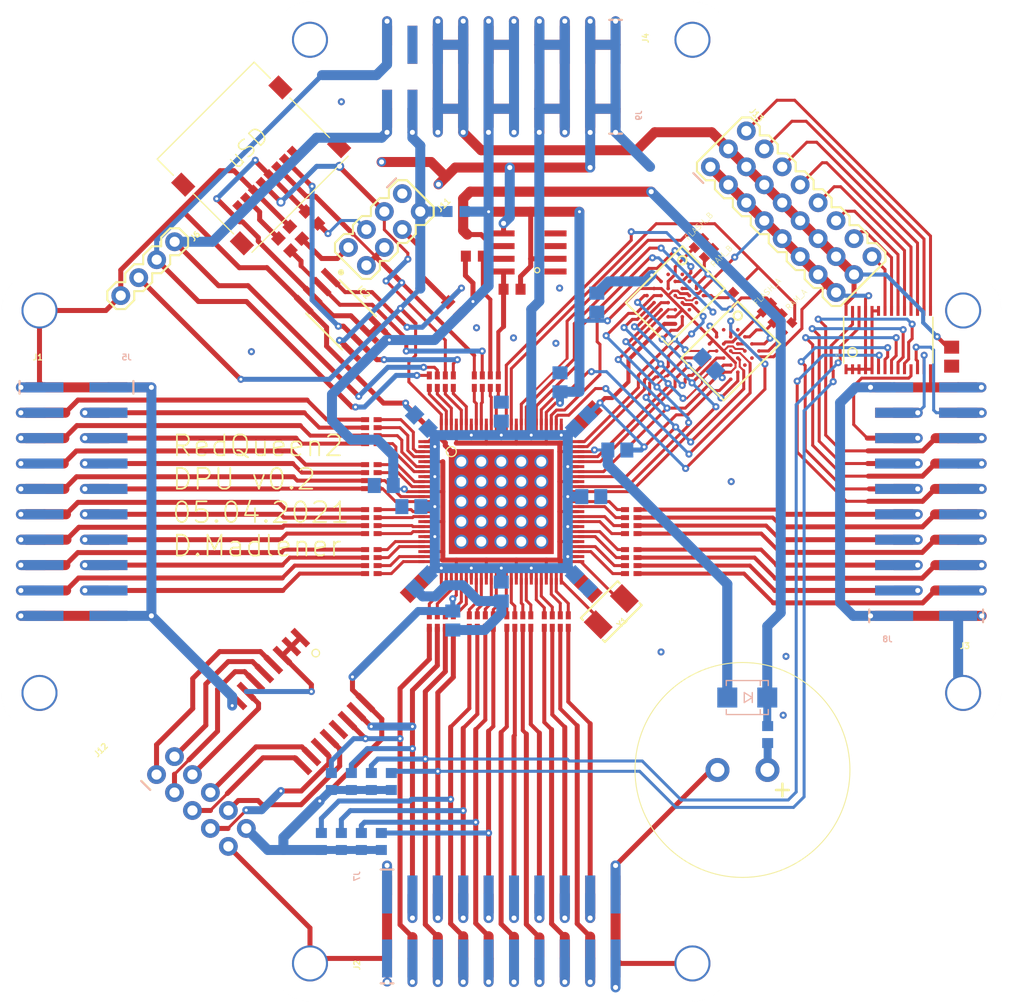
<source format=kicad_pcb>
(kicad_pcb (version 20171130) (host pcbnew 5.1.5+dfsg1-2build2)
  (layers (0 Top signal) (31 Bottom signal) (34 B.Paste user) (35 F.Paste user) (36 B.SilkS user) (37 F.SilkS user) (38 B.Mask user) (39 F.Mask user) (44 Edge.Cuts user))
  (net 0 "")
  (net 1 GND)
  (net 2 U_3V3)
  (net 3 U_1V8)
  (net 4 U_5V)
  (net 5 /P47)
  (net 6 /P46)
  (net 7 /P45)
  (net 8 /P44)
  (net 9 /P43)
  (net 10 /P42)
  (net 11 /P41)
  (net 12 /P40)
  (net 13 "Net-(IC1-Pad51)")
  (net 14 /P32)
  (net 15 /P33)
  (net 16 /P34)
  (net 17 /P35)
  (net 18 /P36)
  (net 19 /P37)
  (net 20 /P38)
  (net 21 /P39)
  (net 22 /P0)
  (net 23 /P1)
  (net 24 /P2)
  (net 25 /P3)
  (net 26 /P4)
  (net 27 /P5)
  (net 28 /P6)
  (net 29 /P15)
  (net 30 /P14)
  (net 31 /P13)
  (net 32 /P12)
  (net 33 /P11)
  (net 34 /P10)
  (net 35 /P9)
  (net 36 /P8)
  (net 37 /P7)
  (net 38 "Net-(IC1-Pad50)")
  (net 39 /P31)
  (net 40 /P30)
  (net 41 /P29)
  (net 42 /P28)
  (net 43 /P27)
  (net 44 /P26)
  (net 45 /P25)
  (net 46 /P24)
  (net 47 /P16)
  (net 48 /P17)
  (net 49 /P18)
  (net 50 /P19)
  (net 51 /P20)
  (net 52 /P21)
  (net 53 /P22)
  (net 54 /P23)
  (net 55 /P48)
  (net 56 /P49)
  (net 57 /P50)
  (net 58 /P51)
  (net 59 /P52)
  (net 60 /P53)
  (net 61 /P54)
  (net 62 /P55)
  (net 63 /RESET_N)
  (net 64 /P63)
  (net 65 /P62)
  (net 66 /P61)
  (net 67 /P60)
  (net 68 /P59)
  (net 69 /P58)
  (net 70 /P57)
  (net 71 /P56)
  (net 72 /SPI_SS3)
  (net 73 /SPI_MISO3)
  (net 74 /SPI_MOSI3)
  (net 75 /SPI_SCLK3)
  (net 76 /SPI_SS2)
  (net 77 /SPI_MISO2)
  (net 78 /SPI_MOSI2)
  (net 79 /SPI_SCLK2)
  (net 80 /SPI_SS1)
  (net 81 /SPI_MISO1)
  (net 82 /SPI_MOSI1)
  (net 83 /SPI_SCLK1)
  (net 84 /SPI_SS0)
  (net 85 /SPI_MISO0)
  (net 86 /SPI_MOSI0)
  (net 87 /SPI_SCLK0)
  (net 88 /UART_TX3)
  (net 89 /UART_RX3)
  (net 90 /UART_TX2)
  (net 91 /UART_RX2)
  (net 92 /UART_TX1)
  (net 93 /UART_RX1)
  (net 94 /UART_TX0)
  (net 95 /UART_RX0)
  (net 96 /I2C_SDA3)
  (net 97 /I2C_SCL3)
  (net 98 /I2C_SDA2)
  (net 99 /I2C_SCL2)
  (net 100 /I2C_SDA1)
  (net 101 /I2C_SCL1)
  (net 102 /I2C_SDA0)
  (net 103 /I2C_SCL0)
  (net 104 /PWM7)
  (net 105 /PWM6)
  (net 106 /PWM5)
  (net 107 /PWM4)
  (net 108 /PWM3)
  (net 109 /PWM2)
  (net 110 /PWM1)
  (net 111 /PWM0)
  (net 112 /GPIO7)
  (net 113 /GPIO6)
  (net 114 /GPIO5)
  (net 115 /GPIO4)
  (net 116 /GPIO3)
  (net 117 /GPIO2)
  (net 118 /GPIO1)
  (net 119 /GPIO0)
  (net 120 /TXD)
  (net 121 /RXD)
  (net 122 "Net-(J4-Pad17)")
  (net 123 /BOOT_SCLK)
  (net 124 /BOOT_MOSI)
  (net 125 /BOOT_MISO)
  (net 126 "Net-(IC2-Pad1)")
  (net 127 "Net-(U$2-Pad8)")
  (net 128 "Net-(R4-Pad2)")
  (net 129 /SD_CLK)
  (net 130 "Net-(U$2-Pad1)")
  (net 131 "Net-(J11-Pad7)")
  (net 132 "Net-(J11-Pad5)")
  (net 133 "Net-(J9-Pad18)")
  (net 134 "Net-(J11-Pad1)")
  (net 135 /RTC_SDA)
  (net 136 /RTC_SCL)
  (net 137 /I2C0_PORT7)
  (net 138 /I2C0_PORT6)
  (net 139 /I2C0_PORT5)
  (net 140 /I2C0_PORT4)
  (net 141 /I2C0_PORT3)
  (net 142 /I2C0_PORT2)
  (net 143 /I2C0_PORT1)
  (net 144 /I2C0_PORT0)
  (net 145 "Net-(IC5-Pad13)")
  (net 146 "Net-(D1-PadC)")
  (net 147 "Net-(U$3-Pad4)")
  (net 148 "Net-(U$3-Pad3)")
  (net 149 "Net-(U$3-Pad1)")
  (net 150 "Net-(C15-Pad+)")
  (net 151 "Net-(IC3-PadC5)")
  (net 152 /FLASH_A_CS)
  (net 153 "Net-(IC3-PadB5)")
  (net 154 "Net-(IC3-PadB1)")
  (net 155 /FLASH_A_INT)
  (net 156 /RAM_A_CS)
  (net 157 "Net-(IC3-PadA2)")
  (net 158 "Net-(IC4-PadC5)")
  (net 159 /FLASH_B_CS)
  (net 160 "Net-(IC4-PadB5)")
  (net 161 "Net-(IC4-PadB1)")
  (net 162 /FLASH_B_INT)
  (net 163 /RAM_B_CS)
  (net 164 "Net-(IC4-PadA2)")
  (net 165 /PWM11)
  (net 166 /PWM10)
  (net 167 /PWM9)
  (net 168 /PWM8)
  (net 169 /PWM12)
  (net 170 /PWM13)
  (net 171 /PWM15)
  (net 172 /PWM14)
  (module RQ2_mainboard_v0.2:TQFP100 (layer Top) (at 148.5011 105.0036)
    (fp_text reference IC1 hide)
    (fp_text value P2X8C4M64P hide)
    (pad EPAD smd rect (at 0 0) (size 10.5 10.5) (layers Top F.Paste F.Mask) (net 1 GND))
    (pad 75 smd rect (at 7.7 -6 90) (size 0.3 1.2) (layers Top F.Paste F.Mask) (net 5 /P47))
    (pad 74 smd rect (at 7.7 -5.5 90) (size 0.3 1.2) (layers Top F.Paste F.Mask) (net 6 /P46))
    (pad 73 smd rect (at 7.7 -5 90) (size 0.3 1.2) (layers Top F.Paste F.Mask) (net 2 U_3V3))
    (pad 72 smd rect (at 7.7 -4.5 90) (size 0.3 1.2) (layers Top F.Paste F.Mask) (net 7 /P45))
    (pad 71 smd rect (at 7.7 -4 90) (size 0.3 1.2) (layers Top F.Paste F.Mask) (net 8 /P44))
    (pad 70 smd rect (at 7.7 -3.5 90) (size 0.3 1.2) (layers Top F.Paste F.Mask) (net 3 U_1V8))
    (pad 69 smd rect (at 7.7 -3 90) (size 0.3 1.2) (layers Top F.Paste F.Mask) (net 9 /P43))
    (pad 68 smd rect (at 7.7 -2.5 90) (size 0.3 1.2) (layers Top F.Paste F.Mask) (net 10 /P42))
    (pad 67 smd rect (at 7.7 -2 90) (size 0.3 1.2) (layers Top F.Paste F.Mask) (net 2 U_3V3))
    (pad 66 smd rect (at 7.7 -1.5 90) (size 0.3 1.2) (layers Top F.Paste F.Mask) (net 11 /P41))
    (pad 65 smd rect (at 7.7 -1 90) (size 0.3 1.2) (layers Top F.Paste F.Mask) (net 12 /P40))
    (pad 64 smd rect (at 7.7 -0.5 90) (size 0.3 1.2) (layers Top F.Paste F.Mask) (net 3 U_1V8))
    (pad 51 smd rect (at 7.7 6 90) (size 0.3 1.2) (layers Top F.Paste F.Mask) (net 13 "Net-(IC1-Pad51)"))
    (pad 52 smd rect (at 7.7 5.5 90) (size 0.3 1.2) (layers Top F.Paste F.Mask) (net 3 U_1V8))
    (pad 53 smd rect (at 7.7 5 90) (size 0.3 1.2) (layers Top F.Paste F.Mask) (net 14 /P32))
    (pad 54 smd rect (at 7.7 4.5 90) (size 0.3 1.2) (layers Top F.Paste F.Mask) (net 15 /P33))
    (pad 55 smd rect (at 7.7 4 90) (size 0.3 1.2) (layers Top F.Paste F.Mask) (net 2 U_3V3))
    (pad 56 smd rect (at 7.7 3.5 90) (size 0.3 1.2) (layers Top F.Paste F.Mask) (net 16 /P34))
    (pad 57 smd rect (at 7.7 3 90) (size 0.3 1.2) (layers Top F.Paste F.Mask) (net 17 /P35))
    (pad 58 smd rect (at 7.7 2.5 90) (size 0.3 1.2) (layers Top F.Paste F.Mask) (net 3 U_1V8))
    (pad 59 smd rect (at 7.7 2 90) (size 0.3 1.2) (layers Top F.Paste F.Mask) (net 18 /P36))
    (pad 60 smd rect (at 7.7 1.5 90) (size 0.3 1.2) (layers Top F.Paste F.Mask) (net 19 /P37))
    (pad 61 smd rect (at 7.7 1 90) (size 0.3 1.2) (layers Top F.Paste F.Mask) (net 2 U_3V3))
    (pad 62 smd rect (at 7.7 0.5 90) (size 0.3 1.2) (layers Top F.Paste F.Mask) (net 20 /P38))
    (pad 63 smd rect (at 7.7 0 90) (size 0.3 1.2) (layers Top F.Paste F.Mask) (net 21 /P39))
    (pad 1 smd rect (at -7.7 -6 90) (size 0.3 1.2) (layers Top F.Paste F.Mask) (net 1 GND))
    (pad 2 smd rect (at -7.7 -5.5 90) (size 0.3 1.2) (layers Top F.Paste F.Mask) (net 3 U_1V8))
    (pad 3 smd rect (at -7.7 -5 90) (size 0.3 1.2) (layers Top F.Paste F.Mask) (net 22 /P0))
    (pad 4 smd rect (at -7.7 -4.5 90) (size 0.3 1.2) (layers Top F.Paste F.Mask) (net 23 /P1))
    (pad 5 smd rect (at -7.7 -4 90) (size 0.3 1.2) (layers Top F.Paste F.Mask) (net 2 U_3V3))
    (pad 6 smd rect (at -7.7 -3.5 90) (size 0.3 1.2) (layers Top F.Paste F.Mask) (net 24 /P2))
    (pad 7 smd rect (at -7.7 -3 90) (size 0.3 1.2) (layers Top F.Paste F.Mask) (net 25 /P3))
    (pad 8 smd rect (at -7.7 -2.5 90) (size 0.3 1.2) (layers Top F.Paste F.Mask) (net 3 U_1V8))
    (pad 9 smd rect (at -7.7 -2 90) (size 0.3 1.2) (layers Top F.Paste F.Mask) (net 26 /P4))
    (pad 10 smd rect (at -7.7 -1.5 90) (size 0.3 1.2) (layers Top F.Paste F.Mask) (net 27 /P5))
    (pad 11 smd rect (at -7.7 -1 90) (size 0.3 1.2) (layers Top F.Paste F.Mask) (net 2 U_3V3))
    (pad 12 smd rect (at -7.7 -0.5 90) (size 0.3 1.2) (layers Top F.Paste F.Mask) (net 28 /P6))
    (pad 25 smd rect (at -7.7 6 90) (size 0.3 1.2) (layers Top F.Paste F.Mask) (net 29 /P15))
    (pad 24 smd rect (at -7.7 5.5 90) (size 0.3 1.2) (layers Top F.Paste F.Mask) (net 30 /P14))
    (pad 23 smd rect (at -7.7 5 90) (size 0.3 1.2) (layers Top F.Paste F.Mask) (net 2 U_3V3))
    (pad 22 smd rect (at -7.7 4.5 90) (size 0.3 1.2) (layers Top F.Paste F.Mask) (net 31 /P13))
    (pad 21 smd rect (at -7.7 4 90) (size 0.3 1.2) (layers Top F.Paste F.Mask) (net 32 /P12))
    (pad 20 smd rect (at -7.7 3.5 90) (size 0.3 1.2) (layers Top F.Paste F.Mask) (net 3 U_1V8))
    (pad 19 smd rect (at -7.7 3 90) (size 0.3 1.2) (layers Top F.Paste F.Mask) (net 33 /P11))
    (pad 18 smd rect (at -7.7 2.5 90) (size 0.3 1.2) (layers Top F.Paste F.Mask) (net 34 /P10))
    (pad 17 smd rect (at -7.7 2 90) (size 0.3 1.2) (layers Top F.Paste F.Mask) (net 2 U_3V3))
    (pad 16 smd rect (at -7.7 1.5 90) (size 0.3 1.2) (layers Top F.Paste F.Mask) (net 35 /P9))
    (pad 15 smd rect (at -7.7 1 90) (size 0.3 1.2) (layers Top F.Paste F.Mask) (net 36 /P8))
    (pad 14 smd rect (at -7.7 0.5 90) (size 0.3 1.2) (layers Top F.Paste F.Mask) (net 3 U_1V8))
    (pad 13 smd rect (at -7.7 0 90) (size 0.3 1.2) (layers Top F.Paste F.Mask) (net 37 /P7))
    (pad 50 smd rect (at 6 7.7) (size 0.3 1.2) (layers Top F.Paste F.Mask) (net 38 "Net-(IC1-Pad50)"))
    (pad 49 smd rect (at 5.5 7.7) (size 0.3 1.2) (layers Top F.Paste F.Mask) (net 39 /P31))
    (pad 48 smd rect (at 5 7.7) (size 0.3 1.2) (layers Top F.Paste F.Mask) (net 40 /P30))
    (pad 47 smd rect (at 4.5 7.7) (size 0.3 1.2) (layers Top F.Paste F.Mask) (net 2 U_3V3))
    (pad 46 smd rect (at 4 7.7) (size 0.3 1.2) (layers Top F.Paste F.Mask) (net 41 /P29))
    (pad 45 smd rect (at 3.5 7.7) (size 0.3 1.2) (layers Top F.Paste F.Mask) (net 42 /P28))
    (pad 44 smd rect (at 3 7.7) (size 0.3 1.2) (layers Top F.Paste F.Mask) (net 3 U_1V8))
    (pad 43 smd rect (at 2.5 7.7) (size 0.3 1.2) (layers Top F.Paste F.Mask) (net 43 /P27))
    (pad 42 smd rect (at 2 7.7) (size 0.3 1.2) (layers Top F.Paste F.Mask) (net 44 /P26))
    (pad 41 smd rect (at 1.5 7.7) (size 0.3 1.2) (layers Top F.Paste F.Mask) (net 2 U_3V3))
    (pad 40 smd rect (at 1 7.7) (size 0.3 1.2) (layers Top F.Paste F.Mask) (net 45 /P25))
    (pad 39 smd rect (at 0.5 7.7) (size 0.3 1.2) (layers Top F.Paste F.Mask) (net 46 /P24))
    (pad 26 smd rect (at -6 7.7) (size 0.3 1.2) (layers Top F.Paste F.Mask) (net 3 U_1V8))
    (pad 27 smd rect (at -5.5 7.7) (size 0.3 1.2) (layers Top F.Paste F.Mask) (net 47 /P16))
    (pad 28 smd rect (at -5 7.7) (size 0.3 1.2) (layers Top F.Paste F.Mask) (net 48 /P17))
    (pad 29 smd rect (at -4.5 7.7) (size 0.3 1.2) (layers Top F.Paste F.Mask) (net 2 U_3V3))
    (pad 30 smd rect (at -4 7.7) (size 0.3 1.2) (layers Top F.Paste F.Mask) (net 49 /P18))
    (pad 31 smd rect (at -3.5 7.7) (size 0.3 1.2) (layers Top F.Paste F.Mask) (net 50 /P19))
    (pad 32 smd rect (at -3 7.7) (size 0.3 1.2) (layers Top F.Paste F.Mask) (net 3 U_1V8))
    (pad 33 smd rect (at -2.5 7.7) (size 0.3 1.2) (layers Top F.Paste F.Mask) (net 51 /P20))
    (pad 34 smd rect (at -2 7.7) (size 0.3 1.2) (layers Top F.Paste F.Mask) (net 52 /P21))
    (pad 35 smd rect (at -1.5 7.7) (size 0.3 1.2) (layers Top F.Paste F.Mask) (net 2 U_3V3))
    (pad 36 smd rect (at -1 7.7) (size 0.3 1.2) (layers Top F.Paste F.Mask) (net 53 /P22))
    (pad 37 smd rect (at -0.5 7.7) (size 0.3 1.2) (layers Top F.Paste F.Mask) (net 54 /P23))
    (pad 38 smd rect (at 0 7.7) (size 0.3 1.2) (layers Top F.Paste F.Mask) (net 3 U_1V8))
    (pad 76 smd rect (at 6 -7.7) (size 0.3 1.2) (layers Top F.Paste F.Mask) (net 3 U_1V8))
    (pad 77 smd rect (at 5.5 -7.7) (size 0.3 1.2) (layers Top F.Paste F.Mask) (net 55 /P48))
    (pad 78 smd rect (at 5 -7.7) (size 0.3 1.2) (layers Top F.Paste F.Mask) (net 56 /P49))
    (pad 79 smd rect (at 4.5 -7.7) (size 0.3 1.2) (layers Top F.Paste F.Mask) (net 2 U_3V3))
    (pad 80 smd rect (at 4 -7.7) (size 0.3 1.2) (layers Top F.Paste F.Mask) (net 57 /P50))
    (pad 81 smd rect (at 3.5 -7.7) (size 0.3 1.2) (layers Top F.Paste F.Mask) (net 58 /P51))
    (pad 82 smd rect (at 3 -7.7) (size 0.3 1.2) (layers Top F.Paste F.Mask) (net 3 U_1V8))
    (pad 83 smd rect (at 2.5 -7.7) (size 0.3 1.2) (layers Top F.Paste F.Mask) (net 59 /P52))
    (pad 84 smd rect (at 2 -7.7) (size 0.3 1.2) (layers Top F.Paste F.Mask) (net 60 /P53))
    (pad 85 smd rect (at 1.5 -7.7) (size 0.3 1.2) (layers Top F.Paste F.Mask) (net 2 U_3V3))
    (pad 86 smd rect (at 1 -7.7) (size 0.3 1.2) (layers Top F.Paste F.Mask) (net 61 /P54))
    (pad 87 smd rect (at 0.5 -7.7) (size 0.3 1.2) (layers Top F.Paste F.Mask) (net 62 /P55))
    (pad 100 smd rect (at -6 -7.7) (size 0.3 1.2) (layers Top F.Paste F.Mask) (net 63 /RESET_N))
    (pad 99 smd rect (at -5.5 -7.7) (size 0.3 1.2) (layers Top F.Paste F.Mask) (net 64 /P63))
    (pad 98 smd rect (at -5 -7.7) (size 0.3 1.2) (layers Top F.Paste F.Mask) (net 65 /P62))
    (pad 97 smd rect (at -4.5 -7.7) (size 0.3 1.2) (layers Top F.Paste F.Mask) (net 2 U_3V3))
    (pad 96 smd rect (at -4 -7.7) (size 0.3 1.2) (layers Top F.Paste F.Mask) (net 66 /P61))
    (pad 95 smd rect (at -3.5 -7.7) (size 0.3 1.2) (layers Top F.Paste F.Mask) (net 67 /P60))
    (pad 94 smd rect (at -3 -7.7) (size 0.3 1.2) (layers Top F.Paste F.Mask) (net 3 U_1V8))
    (pad 93 smd rect (at -2.5 -7.7) (size 0.3 1.2) (layers Top F.Paste F.Mask) (net 68 /P59))
    (pad 92 smd rect (at -2 -7.7) (size 0.3 1.2) (layers Top F.Paste F.Mask) (net 69 /P58))
    (pad 91 smd rect (at -1.5 -7.7) (size 0.3 1.2) (layers Top F.Paste F.Mask) (net 2 U_3V3))
    (pad 90 smd rect (at -1 -7.7) (size 0.3 1.2) (layers Top F.Paste F.Mask) (net 70 /P57))
    (pad 89 smd rect (at -0.5 -7.7) (size 0.3 1.2) (layers Top F.Paste F.Mask) (net 71 /P56))
    (pad 88 smd rect (at 0 -7.7) (size 0.3 1.2) (layers Top F.Paste F.Mask) (net 3 U_1V8))
  )
  (module RQ2_mainboard_v0.2:2X10_SMT (layer Top) (at 106.0011 105.0036)
    (fp_text reference J1 (at -4.445 -14.097) (layer F.SilkS) (effects (font (size 0.57912 0.57912) (thickness 0.12192)) (justify left bottom)))
    (fp_text value CONN_10X2SMT)
    (pad 20 smd rect (at 3.2 11.43) (size 3.8 1) (layers Top F.Paste F.Mask) (net 1 GND))
    (pad 19 smd rect (at -3.2 11.43) (size 3.8 1) (layers Top F.Paste F.Mask) (net 1 GND))
    (pad 18 smd rect (at 3.2 8.89) (size 3.8 1) (layers Top F.Paste F.Mask) (net 72 /SPI_SS3))
    (pad 17 smd rect (at -3.2 8.89) (size 3.8 1) (layers Top F.Paste F.Mask) (net 73 /SPI_MISO3))
    (pad 16 smd rect (at 3.2 6.35) (size 3.8 1) (layers Top F.Paste F.Mask) (net 74 /SPI_MOSI3))
    (pad 15 smd rect (at -3.2 6.35) (size 3.8 1) (layers Top F.Paste F.Mask) (net 75 /SPI_SCLK3))
    (pad 14 smd rect (at 3.2 3.81) (size 3.8 1) (layers Top F.Paste F.Mask) (net 76 /SPI_SS2))
    (pad 13 smd rect (at -3.2 3.81) (size 3.8 1) (layers Top F.Paste F.Mask) (net 77 /SPI_MISO2))
    (pad 12 smd rect (at 3.2 1.27) (size 3.8 1) (layers Top F.Paste F.Mask) (net 78 /SPI_MOSI2))
    (pad 11 smd rect (at -3.2 1.27) (size 3.8 1) (layers Top F.Paste F.Mask) (net 79 /SPI_SCLK2))
    (pad 10 smd rect (at 3.2 -1.27) (size 3.8 1) (layers Top F.Paste F.Mask) (net 80 /SPI_SS1))
    (pad 9 smd rect (at -3.2 -1.27) (size 3.8 1) (layers Top F.Paste F.Mask) (net 81 /SPI_MISO1))
    (pad 8 smd rect (at 3.2 -3.81) (size 3.8 1) (layers Top F.Paste F.Mask) (net 82 /SPI_MOSI1))
    (pad 7 smd rect (at -3.2 -3.81) (size 3.8 1) (layers Top F.Paste F.Mask) (net 83 /SPI_SCLK1))
    (pad 6 smd rect (at 3.2 -6.35) (size 3.8 1) (layers Top F.Paste F.Mask) (net 84 /SPI_SS0))
    (pad 5 smd rect (at -3.2 -6.35) (size 3.8 1) (layers Top F.Paste F.Mask) (net 85 /SPI_MISO0))
    (pad 4 smd rect (at 3.2 -8.89) (size 3.8 1) (layers Top F.Paste F.Mask) (net 86 /SPI_MOSI0))
    (pad 3 smd rect (at -3.2 -8.89) (size 3.8 1) (layers Top F.Paste F.Mask) (net 87 /SPI_SCLK0))
    (pad 2 smd rect (at 3.2 -11.43) (size 3.8 1) (layers Top F.Paste F.Mask) (net 1 GND))
    (pad 1 smd rect (at -3.2 -11.43) (size 3.8 1) (layers Top F.Paste F.Mask) (net 1 GND))
  )
  (module RQ2_mainboard_v0.2:2X10_SMT (layer Top) (at 148.5011 147.5036 90)
    (fp_text reference J2 (at -4.445 -14.097 90) (layer F.SilkS) (effects (font (size 0.57912 0.57912) (thickness 0.12192)) (justify left bottom)))
    (fp_text value CONN_10X2SMT)
    (pad 20 smd rect (at 3.2 11.43 90) (size 3.8 1) (layers Top F.Paste F.Mask) (net 1 GND))
    (pad 19 smd rect (at -3.2 11.43 90) (size 3.8 1) (layers Top F.Paste F.Mask) (net 1 GND))
    (pad 18 smd rect (at 3.2 8.89 90) (size 3.8 1) (layers Top F.Paste F.Mask) (net 88 /UART_TX3))
    (pad 17 smd rect (at -3.2 8.89 90) (size 3.8 1) (layers Top F.Paste F.Mask) (net 89 /UART_RX3))
    (pad 16 smd rect (at 3.2 6.35 90) (size 3.8 1) (layers Top F.Paste F.Mask) (net 90 /UART_TX2))
    (pad 15 smd rect (at -3.2 6.35 90) (size 3.8 1) (layers Top F.Paste F.Mask) (net 91 /UART_RX2))
    (pad 14 smd rect (at 3.2 3.81 90) (size 3.8 1) (layers Top F.Paste F.Mask) (net 92 /UART_TX1))
    (pad 13 smd rect (at -3.2 3.81 90) (size 3.8 1) (layers Top F.Paste F.Mask) (net 93 /UART_RX1))
    (pad 12 smd rect (at 3.2 1.27 90) (size 3.8 1) (layers Top F.Paste F.Mask) (net 94 /UART_TX0))
    (pad 11 smd rect (at -3.2 1.27 90) (size 3.8 1) (layers Top F.Paste F.Mask) (net 95 /UART_RX0))
    (pad 10 smd rect (at 3.2 -1.27 90) (size 3.8 1) (layers Top F.Paste F.Mask) (net 96 /I2C_SDA3))
    (pad 9 smd rect (at -3.2 -1.27 90) (size 3.8 1) (layers Top F.Paste F.Mask) (net 97 /I2C_SCL3))
    (pad 8 smd rect (at 3.2 -3.81 90) (size 3.8 1) (layers Top F.Paste F.Mask) (net 98 /I2C_SDA2))
    (pad 7 smd rect (at -3.2 -3.81 90) (size 3.8 1) (layers Top F.Paste F.Mask) (net 99 /I2C_SCL2))
    (pad 6 smd rect (at 3.2 -6.35 90) (size 3.8 1) (layers Top F.Paste F.Mask) (net 100 /I2C_SDA1))
    (pad 5 smd rect (at -3.2 -6.35 90) (size 3.8 1) (layers Top F.Paste F.Mask) (net 101 /I2C_SCL1))
    (pad 4 smd rect (at 3.2 -8.89 90) (size 3.8 1) (layers Top F.Paste F.Mask) (net 102 /I2C_SDA0))
    (pad 3 smd rect (at -3.2 -8.89 90) (size 3.8 1) (layers Top F.Paste F.Mask) (net 103 /I2C_SCL0))
    (pad 2 smd rect (at 3.2 -11.43 90) (size 3.8 1) (layers Top F.Paste F.Mask) (net 1 GND))
    (pad 1 smd rect (at -3.2 -11.43 90) (size 3.8 1) (layers Top F.Paste F.Mask) (net 1 GND))
  )
  (module RQ2_mainboard_v0.2:2X10_SMT (layer Top) (at 191.0011 105.0036 180)
    (fp_text reference J3 (at -4.445 -14.097 180) (layer F.SilkS) (effects (font (size 0.57912 0.57912) (thickness 0.12192)) (justify right top)))
    (fp_text value CONN_10X2SMT)
    (pad 20 smd rect (at 3.2 11.43 180) (size 3.8 1) (layers Top F.Paste F.Mask) (net 1 GND))
    (pad 19 smd rect (at -3.2 11.43 180) (size 3.8 1) (layers Top F.Paste F.Mask) (net 1 GND))
    (pad 18 smd rect (at 3.2 8.89 180) (size 3.8 1) (layers Top F.Paste F.Mask) (net 104 /PWM7))
    (pad 17 smd rect (at -3.2 8.89 180) (size 3.8 1) (layers Top F.Paste F.Mask) (net 105 /PWM6))
    (pad 16 smd rect (at 3.2 6.35 180) (size 3.8 1) (layers Top F.Paste F.Mask) (net 106 /PWM5))
    (pad 15 smd rect (at -3.2 6.35 180) (size 3.8 1) (layers Top F.Paste F.Mask) (net 107 /PWM4))
    (pad 14 smd rect (at 3.2 3.81 180) (size 3.8 1) (layers Top F.Paste F.Mask) (net 108 /PWM3))
    (pad 13 smd rect (at -3.2 3.81 180) (size 3.8 1) (layers Top F.Paste F.Mask) (net 109 /PWM2))
    (pad 12 smd rect (at 3.2 1.27 180) (size 3.8 1) (layers Top F.Paste F.Mask) (net 110 /PWM1))
    (pad 11 smd rect (at -3.2 1.27 180) (size 3.8 1) (layers Top F.Paste F.Mask) (net 111 /PWM0))
    (pad 10 smd rect (at 3.2 -1.27 180) (size 3.8 1) (layers Top F.Paste F.Mask) (net 112 /GPIO7))
    (pad 9 smd rect (at -3.2 -1.27 180) (size 3.8 1) (layers Top F.Paste F.Mask) (net 113 /GPIO6))
    (pad 8 smd rect (at 3.2 -3.81 180) (size 3.8 1) (layers Top F.Paste F.Mask) (net 114 /GPIO5))
    (pad 7 smd rect (at -3.2 -3.81 180) (size 3.8 1) (layers Top F.Paste F.Mask) (net 115 /GPIO4))
    (pad 6 smd rect (at 3.2 -6.35 180) (size 3.8 1) (layers Top F.Paste F.Mask) (net 116 /GPIO3))
    (pad 5 smd rect (at -3.2 -6.35 180) (size 3.8 1) (layers Top F.Paste F.Mask) (net 117 /GPIO2))
    (pad 4 smd rect (at 3.2 -8.89 180) (size 3.8 1) (layers Top F.Paste F.Mask) (net 118 /GPIO1))
    (pad 3 smd rect (at -3.2 -8.89 180) (size 3.8 1) (layers Top F.Paste F.Mask) (net 119 /GPIO0))
    (pad 2 smd rect (at 3.2 -11.43 180) (size 3.8 1) (layers Top F.Paste F.Mask) (net 1 GND))
    (pad 1 smd rect (at -3.2 -11.43 180) (size 3.8 1) (layers Top F.Paste F.Mask) (net 1 GND))
  )
  (module RQ2_mainboard_v0.2:0603-ARV (layer Top) (at 135.5011 98.0036 270)
    (fp_text reference RN1 hide)
    (fp_text value 4R-N0603-ARV)
    (pad 8 smd rect (at -1.2 -0.625 270) (size 0.5 0.8) (layers Top F.Paste F.Mask) (net 22 /P0))
    (pad 7 smd rect (at -0.4 -0.625 270) (size 0.5 0.8) (layers Top F.Paste F.Mask) (net 23 /P1))
    (pad 6 smd rect (at 0.4 -0.625 270) (size 0.5 0.8) (layers Top F.Paste F.Mask) (net 24 /P2))
    (pad 5 smd rect (at 1.2 -0.625 270) (size 0.5 0.8) (layers Top F.Paste F.Mask) (net 25 /P3))
    (pad 4 smd rect (at 1.2 0.625 270) (size 0.5 0.8) (layers Top F.Paste F.Mask) (net 84 /SPI_SS0))
    (pad 3 smd rect (at 0.4 0.625 270) (size 0.5 0.8) (layers Top F.Paste F.Mask) (net 85 /SPI_MISO0))
    (pad 2 smd rect (at -0.4 0.625 270) (size 0.5 0.8) (layers Top F.Paste F.Mask) (net 86 /SPI_MOSI0))
    (pad 1 smd rect (at -1.2 0.625 270) (size 0.5 0.8) (layers Top F.Paste F.Mask) (net 87 /SPI_SCLK0))
  )
  (module RQ2_mainboard_v0.2:0603-ARV (layer Top) (at 135.5011 102.5036 270)
    (fp_text reference RN2 hide)
    (fp_text value 4R-N0603-ARV)
    (pad 8 smd rect (at -1.2 -0.625 270) (size 0.5 0.8) (layers Top F.Paste F.Mask) (net 26 /P4))
    (pad 7 smd rect (at -0.4 -0.625 270) (size 0.5 0.8) (layers Top F.Paste F.Mask) (net 27 /P5))
    (pad 6 smd rect (at 0.4 -0.625 270) (size 0.5 0.8) (layers Top F.Paste F.Mask) (net 28 /P6))
    (pad 5 smd rect (at 1.2 -0.625 270) (size 0.5 0.8) (layers Top F.Paste F.Mask) (net 37 /P7))
    (pad 4 smd rect (at 1.2 0.625 270) (size 0.5 0.8) (layers Top F.Paste F.Mask) (net 80 /SPI_SS1))
    (pad 3 smd rect (at 0.4 0.625 270) (size 0.5 0.8) (layers Top F.Paste F.Mask) (net 81 /SPI_MISO1))
    (pad 2 smd rect (at -0.4 0.625 270) (size 0.5 0.8) (layers Top F.Paste F.Mask) (net 82 /SPI_MOSI1))
    (pad 1 smd rect (at -1.2 0.625 270) (size 0.5 0.8) (layers Top F.Paste F.Mask) (net 83 /SPI_SCLK1))
  )
  (module RQ2_mainboard_v0.2:0603-ARV (layer Top) (at 142.5011 117.0036)
    (fp_text reference RN3 hide)
    (fp_text value 4R-N0603-ARV)
    (pad 8 smd rect (at -1.2 -0.625) (size 0.5 0.8) (layers Top F.Paste F.Mask) (net 47 /P16))
    (pad 7 smd rect (at -0.4 -0.625) (size 0.5 0.8) (layers Top F.Paste F.Mask) (net 48 /P17))
    (pad 6 smd rect (at 0.4 -0.625) (size 0.5 0.8) (layers Top F.Paste F.Mask) (net 49 /P18))
    (pad 5 smd rect (at 1.2 -0.625) (size 0.5 0.8) (layers Top F.Paste F.Mask) (net 50 /P19))
    (pad 4 smd rect (at 1.2 0.625) (size 0.5 0.8) (layers Top F.Paste F.Mask) (net 100 /I2C_SDA1))
    (pad 3 smd rect (at 0.4 0.625) (size 0.5 0.8) (layers Top F.Paste F.Mask) (net 101 /I2C_SCL1))
    (pad 2 smd rect (at -0.4 0.625) (size 0.5 0.8) (layers Top F.Paste F.Mask) (net 102 /I2C_SDA0))
    (pad 1 smd rect (at -1.2 0.625) (size 0.5 0.8) (layers Top F.Paste F.Mask) (net 103 /I2C_SCL0))
  )
  (module RQ2_mainboard_v0.2:0603-ARV (layer Top) (at 146.5011 117.0036)
    (fp_text reference RN4 hide)
    (fp_text value 4R-N0603-ARV)
    (pad 8 smd rect (at -1.2 -0.625) (size 0.5 0.8) (layers Top F.Paste F.Mask) (net 51 /P20))
    (pad 7 smd rect (at -0.4 -0.625) (size 0.5 0.8) (layers Top F.Paste F.Mask) (net 52 /P21))
    (pad 6 smd rect (at 0.4 -0.625) (size 0.5 0.8) (layers Top F.Paste F.Mask) (net 53 /P22))
    (pad 5 smd rect (at 1.2 -0.625) (size 0.5 0.8) (layers Top F.Paste F.Mask) (net 54 /P23))
    (pad 4 smd rect (at 1.2 0.625) (size 0.5 0.8) (layers Top F.Paste F.Mask) (net 96 /I2C_SDA3))
    (pad 3 smd rect (at 0.4 0.625) (size 0.5 0.8) (layers Top F.Paste F.Mask) (net 97 /I2C_SCL3))
    (pad 2 smd rect (at -0.4 0.625) (size 0.5 0.8) (layers Top F.Paste F.Mask) (net 98 /I2C_SDA2))
    (pad 1 smd rect (at -1.2 0.625) (size 0.5 0.8) (layers Top F.Paste F.Mask) (net 99 /I2C_SCL2))
  )
  (module RQ2_mainboard_v0.2:0603-ARV (layer Top) (at 150.2511 117.0036)
    (fp_text reference RN5 hide)
    (fp_text value 4R-N0603-ARV)
    (pad 8 smd rect (at -1.2 -0.625) (size 0.5 0.8) (layers Top F.Paste F.Mask) (net 46 /P24))
    (pad 7 smd rect (at -0.4 -0.625) (size 0.5 0.8) (layers Top F.Paste F.Mask) (net 45 /P25))
    (pad 6 smd rect (at 0.4 -0.625) (size 0.5 0.8) (layers Top F.Paste F.Mask) (net 44 /P26))
    (pad 5 smd rect (at 1.2 -0.625) (size 0.5 0.8) (layers Top F.Paste F.Mask) (net 43 /P27))
    (pad 4 smd rect (at 1.2 0.625) (size 0.5 0.8) (layers Top F.Paste F.Mask) (net 92 /UART_TX1))
    (pad 3 smd rect (at 0.4 0.625) (size 0.5 0.8) (layers Top F.Paste F.Mask) (net 93 /UART_RX1))
    (pad 2 smd rect (at -0.4 0.625) (size 0.5 0.8) (layers Top F.Paste F.Mask) (net 94 /UART_TX0))
    (pad 1 smd rect (at -1.2 0.625) (size 0.5 0.8) (layers Top F.Paste F.Mask) (net 95 /UART_RX0))
  )
  (module RQ2_mainboard_v0.2:0603-ARV (layer Top) (at 154.0011 117.0036)
    (fp_text reference RN6 hide)
    (fp_text value 4R-N0603-ARV)
    (pad 8 smd rect (at -1.2 -0.625) (size 0.5 0.8) (layers Top F.Paste F.Mask) (net 42 /P28))
    (pad 7 smd rect (at -0.4 -0.625) (size 0.5 0.8) (layers Top F.Paste F.Mask) (net 41 /P29))
    (pad 6 smd rect (at 0.4 -0.625) (size 0.5 0.8) (layers Top F.Paste F.Mask) (net 40 /P30))
    (pad 5 smd rect (at 1.2 -0.625) (size 0.5 0.8) (layers Top F.Paste F.Mask) (net 39 /P31))
    (pad 4 smd rect (at 1.2 0.625) (size 0.5 0.8) (layers Top F.Paste F.Mask) (net 88 /UART_TX3))
    (pad 3 smd rect (at 0.4 0.625) (size 0.5 0.8) (layers Top F.Paste F.Mask) (net 89 /UART_RX3))
    (pad 2 smd rect (at -0.4 0.625) (size 0.5 0.8) (layers Top F.Paste F.Mask) (net 90 /UART_TX2))
    (pad 1 smd rect (at -1.2 0.625) (size 0.5 0.8) (layers Top F.Paste F.Mask) (net 91 /UART_RX2))
  )
  (module RQ2_mainboard_v0.2:0603-ARV (layer Top) (at 135.5011 107.0036 270)
    (fp_text reference RN7 hide)
    (fp_text value 4R-N0603-ARV)
    (pad 8 smd rect (at -1.2 -0.625 270) (size 0.5 0.8) (layers Top F.Paste F.Mask) (net 36 /P8))
    (pad 7 smd rect (at -0.4 -0.625 270) (size 0.5 0.8) (layers Top F.Paste F.Mask) (net 35 /P9))
    (pad 6 smd rect (at 0.4 -0.625 270) (size 0.5 0.8) (layers Top F.Paste F.Mask) (net 34 /P10))
    (pad 5 smd rect (at 1.2 -0.625 270) (size 0.5 0.8) (layers Top F.Paste F.Mask) (net 33 /P11))
    (pad 4 smd rect (at 1.2 0.625 270) (size 0.5 0.8) (layers Top F.Paste F.Mask) (net 76 /SPI_SS2))
    (pad 3 smd rect (at 0.4 0.625 270) (size 0.5 0.8) (layers Top F.Paste F.Mask) (net 77 /SPI_MISO2))
    (pad 2 smd rect (at -0.4 0.625 270) (size 0.5 0.8) (layers Top F.Paste F.Mask) (net 78 /SPI_MOSI2))
    (pad 1 smd rect (at -1.2 0.625 270) (size 0.5 0.8) (layers Top F.Paste F.Mask) (net 79 /SPI_SCLK2))
  )
  (module RQ2_mainboard_v0.2:0603-ARV (layer Top) (at 135.5011 111.0036 270)
    (fp_text reference RN8 hide)
    (fp_text value 4R-N0603-ARV)
    (pad 8 smd rect (at -1.2 -0.625 270) (size 0.5 0.8) (layers Top F.Paste F.Mask) (net 32 /P12))
    (pad 7 smd rect (at -0.4 -0.625 270) (size 0.5 0.8) (layers Top F.Paste F.Mask) (net 31 /P13))
    (pad 6 smd rect (at 0.4 -0.625 270) (size 0.5 0.8) (layers Top F.Paste F.Mask) (net 30 /P14))
    (pad 5 smd rect (at 1.2 -0.625 270) (size 0.5 0.8) (layers Top F.Paste F.Mask) (net 29 /P15))
    (pad 4 smd rect (at 1.2 0.625 270) (size 0.5 0.8) (layers Top F.Paste F.Mask) (net 72 /SPI_SS3))
    (pad 3 smd rect (at 0.4 0.625 270) (size 0.5 0.8) (layers Top F.Paste F.Mask) (net 73 /SPI_MISO3))
    (pad 2 smd rect (at -0.4 0.625 270) (size 0.5 0.8) (layers Top F.Paste F.Mask) (net 74 /SPI_MOSI3))
    (pad 1 smd rect (at -1.2 0.625 270) (size 0.5 0.8) (layers Top F.Paste F.Mask) (net 75 /SPI_SCLK3))
  )
  (module RQ2_mainboard_v0.2:0603-ARV (layer Top) (at 161.5011 111.0036 90)
    (fp_text reference RN9 hide)
    (fp_text value 4R-N0603-ARV)
    (pad 8 smd rect (at -1.2 -0.625 90) (size 0.5 0.8) (layers Top F.Paste F.Mask) (net 14 /P32))
    (pad 7 smd rect (at -0.4 -0.625 90) (size 0.5 0.8) (layers Top F.Paste F.Mask) (net 15 /P33))
    (pad 6 smd rect (at 0.4 -0.625 90) (size 0.5 0.8) (layers Top F.Paste F.Mask) (net 16 /P34))
    (pad 5 smd rect (at 1.2 -0.625 90) (size 0.5 0.8) (layers Top F.Paste F.Mask) (net 17 /P35))
    (pad 4 smd rect (at 1.2 0.625 90) (size 0.5 0.8) (layers Top F.Paste F.Mask) (net 116 /GPIO3))
    (pad 3 smd rect (at 0.4 0.625 90) (size 0.5 0.8) (layers Top F.Paste F.Mask) (net 117 /GPIO2))
    (pad 2 smd rect (at -0.4 0.625 90) (size 0.5 0.8) (layers Top F.Paste F.Mask) (net 118 /GPIO1))
    (pad 1 smd rect (at -1.2 0.625 90) (size 0.5 0.8) (layers Top F.Paste F.Mask) (net 119 /GPIO0))
  )
  (module RQ2_mainboard_v0.2:0603-ARV (layer Top) (at 161.5011 107.0036 90)
    (fp_text reference RN10 hide)
    (fp_text value 4R-N0603-ARV)
    (pad 8 smd rect (at -1.2 -0.625 90) (size 0.5 0.8) (layers Top F.Paste F.Mask) (net 18 /P36))
    (pad 7 smd rect (at -0.4 -0.625 90) (size 0.5 0.8) (layers Top F.Paste F.Mask) (net 19 /P37))
    (pad 6 smd rect (at 0.4 -0.625 90) (size 0.5 0.8) (layers Top F.Paste F.Mask) (net 20 /P38))
    (pad 5 smd rect (at 1.2 -0.625 90) (size 0.5 0.8) (layers Top F.Paste F.Mask) (net 21 /P39))
    (pad 4 smd rect (at 1.2 0.625 90) (size 0.5 0.8) (layers Top F.Paste F.Mask) (net 112 /GPIO7))
    (pad 3 smd rect (at 0.4 0.625 90) (size 0.5 0.8) (layers Top F.Paste F.Mask) (net 113 /GPIO6))
    (pad 2 smd rect (at -0.4 0.625 90) (size 0.5 0.8) (layers Top F.Paste F.Mask) (net 114 /GPIO5))
    (pad 1 smd rect (at -1.2 0.625 90) (size 0.5 0.8) (layers Top F.Paste F.Mask) (net 115 /GPIO4))
  )
  (module RQ2_mainboard_v0.2:2X10_SMT (layer Top) (at 148.5011 62.5036 270)
    (fp_text reference J4 (at -4.445 -14.097 270) (layer F.SilkS) (effects (font (size 0.57912 0.57912) (thickness 0.12192)) (justify right top)))
    (fp_text value CONN_10X2SMT)
    (pad 20 smd rect (at 3.2 11.43 270) (size 3.8 1) (layers Top F.Paste F.Mask) (net 120 /TXD))
    (pad 19 smd rect (at -3.2 11.43 270) (size 3.8 1) (layers Top F.Paste F.Mask) (net 121 /RXD))
    (pad 18 smd rect (at 3.2 8.89 270) (size 3.8 1) (layers Top F.Paste F.Mask) (net 63 /RESET_N))
    (pad 17 smd rect (at -3.2 8.89 270) (size 3.8 1) (layers Top F.Paste F.Mask) (net 122 "Net-(J4-Pad17)"))
    (pad 16 smd rect (at 3.2 6.35 270) (size 3.8 1) (layers Top F.Paste F.Mask) (net 4 U_5V))
    (pad 15 smd rect (at -3.2 6.35 270) (size 3.8 1) (layers Top F.Paste F.Mask) (net 4 U_5V))
    (pad 14 smd rect (at 3.2 3.81 270) (size 3.8 1) (layers Top F.Paste F.Mask) (net 4 U_5V))
    (pad 13 smd rect (at -3.2 3.81 270) (size 3.8 1) (layers Top F.Paste F.Mask) (net 4 U_5V))
    (pad 12 smd rect (at 3.2 1.27 270) (size 3.8 1) (layers Top F.Paste F.Mask) (net 2 U_3V3))
    (pad 11 smd rect (at -3.2 1.27 270) (size 3.8 1) (layers Top F.Paste F.Mask) (net 2 U_3V3))
    (pad 10 smd rect (at 3.2 -1.27 270) (size 3.8 1) (layers Top F.Paste F.Mask) (net 2 U_3V3))
    (pad 9 smd rect (at -3.2 -1.27 270) (size 3.8 1) (layers Top F.Paste F.Mask) (net 2 U_3V3))
    (pad 8 smd rect (at 3.2 -3.81 270) (size 3.8 1) (layers Top F.Paste F.Mask) (net 3 U_1V8))
    (pad 7 smd rect (at -3.2 -3.81 270) (size 3.8 1) (layers Top F.Paste F.Mask) (net 3 U_1V8))
    (pad 6 smd rect (at 3.2 -6.35 270) (size 3.8 1) (layers Top F.Paste F.Mask) (net 3 U_1V8))
    (pad 5 smd rect (at -3.2 -6.35 270) (size 3.8 1) (layers Top F.Paste F.Mask) (net 3 U_1V8))
    (pad 4 smd rect (at 3.2 -8.89 270) (size 3.8 1) (layers Top F.Paste F.Mask) (net 1 GND))
    (pad 3 smd rect (at -3.2 -8.89 270) (size 3.8 1) (layers Top F.Paste F.Mask) (net 1 GND))
    (pad 2 smd rect (at 3.2 -11.43 270) (size 3.8 1) (layers Top F.Paste F.Mask) (net 1 GND))
    (pad 1 smd rect (at -3.2 -11.43 270) (size 3.8 1) (layers Top F.Paste F.Mask) (net 1 GND))
  )
  (module RQ2_mainboard_v0.2:CRYSTAL-SMD-5X3.2-2PAD (layer Top) (at 159.5011 116.0036 225)
    (fp_text reference Y1 (at 0 -1.878001 225) (layer F.SilkS) (effects (font (size 0.57912 0.57912) (thickness 0.12192)) (justify bottom)))
    (fp_text value CRYSTALSMD-5X3.2-2PAD)
    (pad P$2 smd rect (at -1.85 0 225) (size 1.7 2.4) (layers Top F.Paste F.Mask) (net 13 "Net-(IC1-Pad51)"))
    (pad P$1 smd rect (at 1.85 0 225) (size 1.7 2.4) (layers Top F.Paste F.Mask) (net 38 "Net-(IC1-Pad50)"))
  )
  (module RQ2_mainboard_v0.2:SO08-EIAJ (layer Top) (at 132.4711 86.3286 225)
    (fp_text reference IC2 (at -2.857501 0 315) (layer F.SilkS) (effects (font (size 0.57912 0.57912) (thickness 0.12192)) (justify bottom)))
    (fp_text value 25F32006WSOI)
    (pad 8 smd rect (at -1.905 -3.3528 225) (size 0.6096 2.2098) (layers Top F.Paste F.Mask) (net 2 U_3V3))
    (pad 7 smd rect (at -0.635 -3.3528 225) (size 0.6096 2.2098) (layers Top F.Paste F.Mask) (net 2 U_3V3))
    (pad 6 smd rect (at 0.635 -3.3528 225) (size 0.6096 2.2098) (layers Top F.Paste F.Mask) (net 123 /BOOT_SCLK))
    (pad 5 smd rect (at 1.905 -3.3528 225) (size 0.6096 2.2098) (layers Top F.Paste F.Mask) (net 124 /BOOT_MOSI))
    (pad 4 smd rect (at 1.905 3.3782 225) (size 0.6096 2.2098) (layers Top F.Paste F.Mask) (net 1 GND))
    (pad 3 smd rect (at 0.635 3.3782 225) (size 0.6096 2.2098) (layers Top F.Paste F.Mask) (net 2 U_3V3))
    (pad 2 smd rect (at -0.635 3.3782 225) (size 0.6096 2.2098) (layers Top F.Paste F.Mask) (net 125 /BOOT_MISO))
    (pad 1 smd rect (at -1.905 3.3782 225) (size 0.6096 2.2098) (layers Top F.Paste F.Mask) (net 126 "Net-(IC2-Pad1)"))
  )
  (module RQ2_mainboard_v0.2:R0603 (layer Top) (at 143.7811 85.6586 315)
    (fp_text reference R1 hide)
    (fp_text value 10k hide)
    (pad 2 smd rect (at 0.85 0 315) (size 1 1.1) (layers Top F.Paste F.Mask) (net 2 U_3V3))
    (pad 1 smd rect (at -0.85 0 315) (size 1 1.1) (layers Top F.Paste F.Mask) (net 126 "Net-(IC2-Pad1)"))
  )
  (module RQ2_mainboard_v0.2:MICRO_SD (layer Top) (at 123.7711 61.0436 225)
    (fp_text reference U$2 hide)
    (fp_text value MICRO_SD_CONNECTORMOLEX_HINGE hide)
    (pad SHLD1 smd rect (at 13.675 -11.95 225) (size 1.45 2) (layers Top F.Paste F.Mask))
    (pad SHLD0 smd rect (at 13.675 -3.65 225) (size 1.45 2) (layers Top F.Paste F.Mask))
    (pad SHLD3 smd rect (at -0.075 -3.65 225) (size 1.45 2) (layers Top F.Paste F.Mask))
    (pad SHLD2 smd rect (at -0.075 -11.95 225) (size 1.45 2) (layers Top F.Paste F.Mask))
    (pad 8 smd rect (at 11.3 -9.35 225) (size 0.8 1.5) (layers Top F.Paste F.Mask) (net 127 "Net-(U$2-Pad8)"))
    (pad 7 smd rect (at 10.2 -9.35 225) (size 0.8 1.5) (layers Top F.Paste F.Mask) (net 128 "Net-(R4-Pad2)"))
    (pad 6 smd rect (at 9.1 -9.35 225) (size 0.8 1.5) (layers Top F.Paste F.Mask) (net 1 GND))
    (pad 5 smd rect (at 8 -9.35 225) (size 0.8 1.5) (layers Top F.Paste F.Mask) (net 129 /SD_CLK))
    (pad 4 smd rect (at 6.9 -9.35 225) (size 0.8 1.5) (layers Top F.Paste F.Mask) (net 2 U_3V3))
    (pad 3 smd rect (at 5.8 -9.35 225) (size 0.8 1.5) (layers Top F.Paste F.Mask) (net 124 /BOOT_MOSI))
    (pad 2 smd rect (at 4.7 -9.35 225) (size 0.8 1.5) (layers Top F.Paste F.Mask) (net 123 /BOOT_SCLK))
    (pad 1 smd rect (at 3.6 -9.35 225) (size 0.8 1.5) (layers Top F.Paste F.Mask) (net 130 "Net-(U$2-Pad1)"))
  )
  (module RQ2_mainboard_v0.2:R0603 (layer Top) (at 127.9461 78.1036 135)
    (fp_text reference R2 hide)
    (fp_text value 10k hide)
    (pad 2 smd rect (at 0.85 0 135) (size 1 1.1) (layers Top F.Paste F.Mask) (net 1 GND))
    (pad 1 smd rect (at -0.85 0 135) (size 1 1.1) (layers Top F.Paste F.Mask) (net 131 "Net-(J11-Pad7)"))
  )
  (module RQ2_mainboard_v0.2:R0603 (layer Top) (at 129.5511 76.5836 135)
    (fp_text reference R3 hide)
    (fp_text value 10k)
    (pad 2 smd rect (at 0.85 0 135) (size 1 1.1) (layers Top F.Paste F.Mask) (net 2 U_3V3))
    (pad 1 smd rect (at -0.85 0 135) (size 1 1.1) (layers Top F.Paste F.Mask) (net 132 "Net-(J11-Pad5)"))
  )
  (module RQ2_mainboard_v0.2:R0603 (layer Top) (at 126.8061 79.2836 135)
    (fp_text reference R4 hide)
    (fp_text value 240 hide)
    (pad 2 smd rect (at 0.85 0 135) (size 1 1.1) (layers Top F.Paste F.Mask) (net 128 "Net-(R4-Pad2)"))
    (pad 1 smd rect (at -0.85 0 135) (size 1 1.1) (layers Top F.Paste F.Mask) (net 125 /BOOT_MISO))
  )
  (module RQ2_mainboard_v0.2:2X10_SMT (layer Bottom) (at 106.0011 105.0036 180)
    (fp_text reference J5 (at -4.445 14.097 180) (layer B.SilkS) (effects (font (size 0.57912 0.57912) (thickness 0.12192)) (justify right bottom mirror)))
    (fp_text value CONN_10X2SMT)
    (pad 20 smd rect (at 3.2 -11.43 180) (size 3.8 1) (layers Bottom B.Paste B.Mask) (net 1 GND))
    (pad 19 smd rect (at -3.2 -11.43 180) (size 3.8 1) (layers Bottom B.Paste B.Mask) (net 1 GND))
    (pad 18 smd rect (at 3.2 -8.89 180) (size 3.8 1) (layers Bottom B.Paste B.Mask) (net 73 /SPI_MISO3))
    (pad 17 smd rect (at -3.2 -8.89 180) (size 3.8 1) (layers Bottom B.Paste B.Mask) (net 72 /SPI_SS3))
    (pad 16 smd rect (at 3.2 -6.35 180) (size 3.8 1) (layers Bottom B.Paste B.Mask) (net 75 /SPI_SCLK3))
    (pad 15 smd rect (at -3.2 -6.35 180) (size 3.8 1) (layers Bottom B.Paste B.Mask) (net 74 /SPI_MOSI3))
    (pad 14 smd rect (at 3.2 -3.81 180) (size 3.8 1) (layers Bottom B.Paste B.Mask) (net 77 /SPI_MISO2))
    (pad 13 smd rect (at -3.2 -3.81 180) (size 3.8 1) (layers Bottom B.Paste B.Mask) (net 76 /SPI_SS2))
    (pad 12 smd rect (at 3.2 -1.27 180) (size 3.8 1) (layers Bottom B.Paste B.Mask) (net 79 /SPI_SCLK2))
    (pad 11 smd rect (at -3.2 -1.27 180) (size 3.8 1) (layers Bottom B.Paste B.Mask) (net 78 /SPI_MOSI2))
    (pad 10 smd rect (at 3.2 1.27 180) (size 3.8 1) (layers Bottom B.Paste B.Mask) (net 81 /SPI_MISO1))
    (pad 9 smd rect (at -3.2 1.27 180) (size 3.8 1) (layers Bottom B.Paste B.Mask) (net 80 /SPI_SS1))
    (pad 8 smd rect (at 3.2 3.81 180) (size 3.8 1) (layers Bottom B.Paste B.Mask) (net 83 /SPI_SCLK1))
    (pad 7 smd rect (at -3.2 3.81 180) (size 3.8 1) (layers Bottom B.Paste B.Mask) (net 82 /SPI_MOSI1))
    (pad 6 smd rect (at 3.2 6.35 180) (size 3.8 1) (layers Bottom B.Paste B.Mask) (net 85 /SPI_MISO0))
    (pad 5 smd rect (at -3.2 6.35 180) (size 3.8 1) (layers Bottom B.Paste B.Mask) (net 84 /SPI_SS0))
    (pad 4 smd rect (at 3.2 8.89 180) (size 3.8 1) (layers Bottom B.Paste B.Mask) (net 87 /SPI_SCLK0))
    (pad 3 smd rect (at -3.2 8.89 180) (size 3.8 1) (layers Bottom B.Paste B.Mask) (net 86 /SPI_MOSI0))
    (pad 2 smd rect (at 3.2 11.43 180) (size 3.8 1) (layers Bottom B.Paste B.Mask) (net 1 GND))
    (pad 1 smd rect (at -3.2 11.43 180) (size 3.8 1) (layers Bottom B.Paste B.Mask) (net 1 GND))
  )
  (module RQ2_mainboard_v0.2:2X10_SMT (layer Bottom) (at 148.5011 147.5036 270)
    (fp_text reference J7 (at -4.445 14.097 270) (layer B.SilkS) (effects (font (size 0.57912 0.57912) (thickness 0.12192)) (justify right bottom mirror)))
    (fp_text value CONN_10X2SMT)
    (pad 20 smd rect (at 3.2 -11.43 270) (size 3.8 1) (layers Bottom B.Paste B.Mask) (net 1 GND))
    (pad 19 smd rect (at -3.2 -11.43 270) (size 3.8 1) (layers Bottom B.Paste B.Mask) (net 1 GND))
    (pad 18 smd rect (at 3.2 -8.89 270) (size 3.8 1) (layers Bottom B.Paste B.Mask) (net 89 /UART_RX3))
    (pad 17 smd rect (at -3.2 -8.89 270) (size 3.8 1) (layers Bottom B.Paste B.Mask) (net 88 /UART_TX3))
    (pad 16 smd rect (at 3.2 -6.35 270) (size 3.8 1) (layers Bottom B.Paste B.Mask) (net 91 /UART_RX2))
    (pad 15 smd rect (at -3.2 -6.35 270) (size 3.8 1) (layers Bottom B.Paste B.Mask) (net 90 /UART_TX2))
    (pad 14 smd rect (at 3.2 -3.81 270) (size 3.8 1) (layers Bottom B.Paste B.Mask) (net 93 /UART_RX1))
    (pad 13 smd rect (at -3.2 -3.81 270) (size 3.8 1) (layers Bottom B.Paste B.Mask) (net 92 /UART_TX1))
    (pad 12 smd rect (at 3.2 -1.27 270) (size 3.8 1) (layers Bottom B.Paste B.Mask) (net 95 /UART_RX0))
    (pad 11 smd rect (at -3.2 -1.27 270) (size 3.8 1) (layers Bottom B.Paste B.Mask) (net 94 /UART_TX0))
    (pad 10 smd rect (at 3.2 1.27 270) (size 3.8 1) (layers Bottom B.Paste B.Mask) (net 97 /I2C_SCL3))
    (pad 9 smd rect (at -3.2 1.27 270) (size 3.8 1) (layers Bottom B.Paste B.Mask) (net 96 /I2C_SDA3))
    (pad 8 smd rect (at 3.2 3.81 270) (size 3.8 1) (layers Bottom B.Paste B.Mask) (net 99 /I2C_SCL2))
    (pad 7 smd rect (at -3.2 3.81 270) (size 3.8 1) (layers Bottom B.Paste B.Mask) (net 98 /I2C_SDA2))
    (pad 6 smd rect (at 3.2 6.35 270) (size 3.8 1) (layers Bottom B.Paste B.Mask) (net 101 /I2C_SCL1))
    (pad 5 smd rect (at -3.2 6.35 270) (size 3.8 1) (layers Bottom B.Paste B.Mask) (net 100 /I2C_SDA1))
    (pad 4 smd rect (at 3.2 8.89 270) (size 3.8 1) (layers Bottom B.Paste B.Mask) (net 103 /I2C_SCL0))
    (pad 3 smd rect (at -3.2 8.89 270) (size 3.8 1) (layers Bottom B.Paste B.Mask) (net 102 /I2C_SDA0))
    (pad 2 smd rect (at 3.2 11.43 270) (size 3.8 1) (layers Bottom B.Paste B.Mask) (net 1 GND))
    (pad 1 smd rect (at -3.2 11.43 270) (size 3.8 1) (layers Bottom B.Paste B.Mask) (net 1 GND))
  )
  (module RQ2_mainboard_v0.2:2X10_SMT (layer Bottom) (at 191.0011 105.0036)
    (fp_text reference J8 (at -4.445 14.097) (layer B.SilkS) (effects (font (size 0.57912 0.57912) (thickness 0.12192)) (justify right bottom mirror)))
    (fp_text value CONN_10X2SMT)
    (pad 20 smd rect (at 3.2 -11.43) (size 3.8 1) (layers Bottom B.Paste B.Mask) (net 1 GND))
    (pad 19 smd rect (at -3.2 -11.43) (size 3.8 1) (layers Bottom B.Paste B.Mask) (net 1 GND))
    (pad 18 smd rect (at 3.2 -8.89) (size 3.8 1) (layers Bottom B.Paste B.Mask) (net 105 /PWM6))
    (pad 17 smd rect (at -3.2 -8.89) (size 3.8 1) (layers Bottom B.Paste B.Mask) (net 104 /PWM7))
    (pad 16 smd rect (at 3.2 -6.35) (size 3.8 1) (layers Bottom B.Paste B.Mask) (net 107 /PWM4))
    (pad 15 smd rect (at -3.2 -6.35) (size 3.8 1) (layers Bottom B.Paste B.Mask) (net 106 /PWM5))
    (pad 14 smd rect (at 3.2 -3.81) (size 3.8 1) (layers Bottom B.Paste B.Mask) (net 109 /PWM2))
    (pad 13 smd rect (at -3.2 -3.81) (size 3.8 1) (layers Bottom B.Paste B.Mask) (net 108 /PWM3))
    (pad 12 smd rect (at 3.2 -1.27) (size 3.8 1) (layers Bottom B.Paste B.Mask) (net 111 /PWM0))
    (pad 11 smd rect (at -3.2 -1.27) (size 3.8 1) (layers Bottom B.Paste B.Mask) (net 110 /PWM1))
    (pad 10 smd rect (at 3.2 1.27) (size 3.8 1) (layers Bottom B.Paste B.Mask) (net 113 /GPIO6))
    (pad 9 smd rect (at -3.2 1.27) (size 3.8 1) (layers Bottom B.Paste B.Mask) (net 112 /GPIO7))
    (pad 8 smd rect (at 3.2 3.81) (size 3.8 1) (layers Bottom B.Paste B.Mask) (net 115 /GPIO4))
    (pad 7 smd rect (at -3.2 3.81) (size 3.8 1) (layers Bottom B.Paste B.Mask) (net 114 /GPIO5))
    (pad 6 smd rect (at 3.2 6.35) (size 3.8 1) (layers Bottom B.Paste B.Mask) (net 117 /GPIO2))
    (pad 5 smd rect (at -3.2 6.35) (size 3.8 1) (layers Bottom B.Paste B.Mask) (net 116 /GPIO3))
    (pad 4 smd rect (at 3.2 8.89) (size 3.8 1) (layers Bottom B.Paste B.Mask) (net 119 /GPIO0))
    (pad 3 smd rect (at -3.2 8.89) (size 3.8 1) (layers Bottom B.Paste B.Mask) (net 118 /GPIO1))
    (pad 2 smd rect (at 3.2 11.43) (size 3.8 1) (layers Bottom B.Paste B.Mask) (net 1 GND))
    (pad 1 smd rect (at -3.2 11.43) (size 3.8 1) (layers Bottom B.Paste B.Mask) (net 1 GND))
  )
  (module RQ2_mainboard_v0.2:2X10_SMT (layer Bottom) (at 148.5011 62.5036 90)
    (fp_text reference J9 (at -4.445 14.097 90) (layer B.SilkS) (effects (font (size 0.57912 0.57912) (thickness 0.12192)) (justify right bottom mirror)))
    (fp_text value CONN_10X2SMT)
    (pad 20 smd rect (at 3.2 -11.43 90) (size 3.8 1) (layers Bottom B.Paste B.Mask) (net 121 /RXD))
    (pad 19 smd rect (at -3.2 -11.43 90) (size 3.8 1) (layers Bottom B.Paste B.Mask) (net 120 /TXD))
    (pad 18 smd rect (at 3.2 -8.89 90) (size 3.8 1) (layers Bottom B.Paste B.Mask) (net 133 "Net-(J9-Pad18)"))
    (pad 17 smd rect (at -3.2 -8.89 90) (size 3.8 1) (layers Bottom B.Paste B.Mask) (net 63 /RESET_N))
    (pad 16 smd rect (at 3.2 -6.35 90) (size 3.8 1) (layers Bottom B.Paste B.Mask) (net 4 U_5V))
    (pad 15 smd rect (at -3.2 -6.35 90) (size 3.8 1) (layers Bottom B.Paste B.Mask) (net 4 U_5V))
    (pad 14 smd rect (at 3.2 -3.81 90) (size 3.8 1) (layers Bottom B.Paste B.Mask) (net 4 U_5V))
    (pad 13 smd rect (at -3.2 -3.81 90) (size 3.8 1) (layers Bottom B.Paste B.Mask) (net 4 U_5V))
    (pad 12 smd rect (at 3.2 -1.27 90) (size 3.8 1) (layers Bottom B.Paste B.Mask) (net 2 U_3V3))
    (pad 11 smd rect (at -3.2 -1.27 90) (size 3.8 1) (layers Bottom B.Paste B.Mask) (net 2 U_3V3))
    (pad 10 smd rect (at 3.2 1.27 90) (size 3.8 1) (layers Bottom B.Paste B.Mask) (net 2 U_3V3))
    (pad 9 smd rect (at -3.2 1.27 90) (size 3.8 1) (layers Bottom B.Paste B.Mask) (net 2 U_3V3))
    (pad 8 smd rect (at 3.2 3.81 90) (size 3.8 1) (layers Bottom B.Paste B.Mask) (net 3 U_1V8))
    (pad 7 smd rect (at -3.2 3.81 90) (size 3.8 1) (layers Bottom B.Paste B.Mask) (net 3 U_1V8))
    (pad 6 smd rect (at 3.2 6.35 90) (size 3.8 1) (layers Bottom B.Paste B.Mask) (net 3 U_1V8))
    (pad 5 smd rect (at -3.2 6.35 90) (size 3.8 1) (layers Bottom B.Paste B.Mask) (net 3 U_1V8))
    (pad 4 smd rect (at 3.2 8.89 90) (size 3.8 1) (layers Bottom B.Paste B.Mask) (net 1 GND))
    (pad 3 smd rect (at -3.2 8.89 90) (size 3.8 1) (layers Bottom B.Paste B.Mask) (net 1 GND))
    (pad 2 smd rect (at 3.2 11.43 90) (size 3.8 1) (layers Bottom B.Paste B.Mask) (net 1 GND))
    (pad 1 smd rect (at -3.2 11.43 90) (size 3.8 1) (layers Bottom B.Paste B.Mask) (net 1 GND))
  )
  (module RQ2_mainboard_v0.2:1X04 (layer Top) (at 115.8211 79.0086 225)
    (fp_text reference J6 (at -1.27 -1.397 225) (layer F.SilkS) (effects (font (size 0.57912 0.57912) (thickness 0.12192)) (justify left bottom)))
    (fp_text value CONN_04)
    (pad 4 thru_hole circle (at 7.62 0 315) (size 1.8796 1.8796) (drill 1.016) (layers *.Cu *.Mask) (net 1 GND))
    (pad 3 thru_hole circle (at 5.08 0 315) (size 1.8796 1.8796) (drill 1.016) (layers *.Cu *.Mask) (net 63 /RESET_N))
    (pad 2 thru_hole circle (at 2.54 0 315) (size 1.8796 1.8796) (drill 1.016) (layers *.Cu *.Mask) (net 121 /RXD))
    (pad 1 thru_hole circle (at 0 0 315) (size 1.8796 1.8796) (drill 1.016) (layers *.Cu *.Mask) (net 120 /TXD))
  )
  (module RQ2_mainboard_v0.2:C0805 (layer Bottom) (at 156.5011 113.0036 315)
    (fp_text reference C1 hide)
    (fp_text value C-EUC0805)
    (pad 2 smd rect (at 0.95 0 315) (size 1.3 1.5) (layers Bottom B.Paste B.Mask) (net 1 GND))
    (pad 1 smd rect (at -0.95 0 315) (size 1.3 1.5) (layers Bottom B.Paste B.Mask) (net 3 U_1V8))
  )
  (module RQ2_mainboard_v0.2:C0805 (layer Bottom) (at 156.5011 97.0036 45)
    (fp_text reference C2 hide)
    (fp_text value C-EUC0805)
    (pad 2 smd rect (at 0.95 0 45) (size 1.3 1.5) (layers Bottom B.Paste B.Mask) (net 1 GND))
    (pad 1 smd rect (at -0.95 0 45) (size 1.3 1.5) (layers Bottom B.Paste B.Mask) (net 3 U_1V8))
  )
  (module RQ2_mainboard_v0.2:2X4 (layer Top) (at 136.8011 77.7836 225)
    (fp_text reference J11 (at -5.08 -2.794 225) (layer F.SilkS) (effects (font (size 0.57912 0.57912) (thickness 0.12192)) (justify left bottom)))
    (fp_text value CONN_04X2)
    (pad 8 thru_hole circle (at 3.81 -1.27 225) (size 1.8796 1.8796) (drill 1.016) (layers *.Cu *.Mask) (net 124 /BOOT_MOSI))
    (pad 7 thru_hole circle (at 3.81 1.27 225) (size 1.8796 1.8796) (drill 1.016) (layers *.Cu *.Mask) (net 131 "Net-(J11-Pad7)"))
    (pad 6 thru_hole circle (at 1.27 -1.27 225) (size 1.8796 1.8796) (drill 1.016) (layers *.Cu *.Mask) (net 124 /BOOT_MOSI))
    (pad 5 thru_hole circle (at 1.27 1.27 225) (size 1.8796 1.8796) (drill 1.016) (layers *.Cu *.Mask) (net 132 "Net-(J11-Pad5)"))
    (pad 4 thru_hole circle (at -1.27 -1.27 225) (size 1.8796 1.8796) (drill 1.016) (layers *.Cu *.Mask) (net 126 "Net-(IC2-Pad1)"))
    (pad 3 thru_hole circle (at -1.27 1.27 225) (size 1.8796 1.8796) (drill 1.016) (layers *.Cu *.Mask) (net 129 /SD_CLK))
    (pad 2 thru_hole circle (at -3.81 -1.27 225) (size 1.8796 1.8796) (drill 1.016) (layers *.Cu *.Mask) (net 63 /RESET_N))
    (pad 1 thru_hole circle (at -3.81 1.27 225) (size 1.8796 1.8796) (drill 1.016) (layers *.Cu *.Mask) (net 134 "Net-(J11-Pad1)"))
  )
  (module RQ2_mainboard_v0.2:0603-ARV (layer Top) (at 142.5011 93.0036 180)
    (fp_text reference RN15 hide)
    (fp_text value 4R-N0603-ARV)
    (pad 8 smd rect (at -1.2 -0.625 180) (size 0.5 0.8) (layers Top F.Paste F.Mask) (net 67 /P60))
    (pad 7 smd rect (at -0.4 -0.625 180) (size 0.5 0.8) (layers Top F.Paste F.Mask) (net 66 /P61))
    (pad 6 smd rect (at 0.4 -0.625 180) (size 0.5 0.8) (layers Top F.Paste F.Mask) (net 65 /P62))
    (pad 5 smd rect (at 1.2 -0.625 180) (size 0.5 0.8) (layers Top F.Paste F.Mask) (net 64 /P63))
    (pad 4 smd rect (at 1.2 0.625 180) (size 0.5 0.8) (layers Top F.Paste F.Mask) (net 121 /RXD))
    (pad 3 smd rect (at 0.4 0.625 180) (size 0.5 0.8) (layers Top F.Paste F.Mask) (net 120 /TXD))
    (pad 2 smd rect (at -0.4 0.625 180) (size 0.5 0.8) (layers Top F.Paste F.Mask) (net 129 /SD_CLK))
    (pad 1 smd rect (at -1.2 0.625 180) (size 0.5 0.8) (layers Top F.Paste F.Mask) (net 123 /BOOT_SCLK))
  )
  (module RQ2_mainboard_v0.2:0603-ARV (layer Top) (at 147.0011 93.0036 180)
    (fp_text reference RN16 hide)
    (fp_text value 4R-N0603-ARV)
    (pad 8 smd rect (at -1.2 -0.625 180) (size 0.5 0.8) (layers Top F.Paste F.Mask) (net 71 /P56))
    (pad 7 smd rect (at -0.4 -0.625 180) (size 0.5 0.8) (layers Top F.Paste F.Mask) (net 70 /P57))
    (pad 6 smd rect (at 0.4 -0.625 180) (size 0.5 0.8) (layers Top F.Paste F.Mask) (net 69 /P58))
    (pad 5 smd rect (at 1.2 -0.625 180) (size 0.5 0.8) (layers Top F.Paste F.Mask) (net 68 /P59))
    (pad 4 smd rect (at 1.2 0.625 180) (size 0.5 0.8) (layers Top F.Paste F.Mask) (net 124 /BOOT_MOSI))
    (pad 3 smd rect (at 0.4 0.625 180) (size 0.5 0.8) (layers Top F.Paste F.Mask) (net 125 /BOOT_MISO))
    (pad 2 smd rect (at -0.4 0.625 180) (size 0.5 0.8) (layers Top F.Paste F.Mask) (net 135 /RTC_SDA))
    (pad 1 smd rect (at -1.2 0.625 180) (size 0.5 0.8) (layers Top F.Paste F.Mask) (net 136 /RTC_SCL))
  )
  (module RQ2_mainboard_v0.2:C0805 (layer Bottom) (at 140.5011 113.0036 225)
    (fp_text reference C3 hide)
    (fp_text value C-EUC0805)
    (pad 2 smd rect (at 0.95 0 225) (size 1.3 1.5) (layers Bottom B.Paste B.Mask) (net 1 GND))
    (pad 1 smd rect (at -0.95 0 225) (size 1.3 1.5) (layers Bottom B.Paste B.Mask) (net 3 U_1V8))
  )
  (module RQ2_mainboard_v0.2:C0805 (layer Bottom) (at 140.5011 97.0036 135)
    (fp_text reference C4 hide)
    (fp_text value C-EUC0805)
    (pad 2 smd rect (at 0.95 0 135) (size 1.3 1.5) (layers Bottom B.Paste B.Mask) (net 1 GND))
    (pad 1 smd rect (at -0.95 0 135) (size 1.3 1.5) (layers Bottom B.Paste B.Mask) (net 3 U_1V8))
  )
  (module RQ2_mainboard_v0.2:C0805 (layer Bottom) (at 148.5011 114.0036 270)
    (fp_text reference C5 hide)
    (fp_text value C-EUC0805)
    (pad 2 smd rect (at 0.95 0 270) (size 1.3 1.5) (layers Bottom B.Paste B.Mask) (net 1 GND))
    (pad 1 smd rect (at -0.95 0 270) (size 1.3 1.5) (layers Bottom B.Paste B.Mask) (net 3 U_1V8))
  )
  (module RQ2_mainboard_v0.2:C0805 (layer Bottom) (at 139.5011 105.5036 180)
    (fp_text reference C6 hide)
    (fp_text value C-EUC0805)
    (pad 2 smd rect (at 0.95 0 180) (size 1.3 1.5) (layers Bottom B.Paste B.Mask) (net 1 GND))
    (pad 1 smd rect (at -0.95 0 180) (size 1.3 1.5) (layers Bottom B.Paste B.Mask) (net 3 U_1V8))
  )
  (module RQ2_mainboard_v0.2:C0805 (layer Bottom) (at 148.5011 96.0036 90)
    (fp_text reference C7 hide)
    (fp_text value C-EUC0805)
    (pad 2 smd rect (at 0.95 0 90) (size 1.3 1.5) (layers Bottom B.Paste B.Mask) (net 1 GND))
    (pad 1 smd rect (at -0.95 0 90) (size 1.3 1.5) (layers Bottom B.Paste B.Mask) (net 3 U_1V8))
  )
  (module RQ2_mainboard_v0.2:C0805 (layer Bottom) (at 157.5011 104.5036)
    (fp_text reference C8 hide)
    (fp_text value C-EUC0805)
    (pad 2 smd rect (at 0.95 0) (size 1.3 1.5) (layers Bottom B.Paste B.Mask) (net 1 GND))
    (pad 1 smd rect (at -0.95 0) (size 1.3 1.5) (layers Bottom B.Paste B.Mask) (net 3 U_1V8))
  )
  (module RQ2_mainboard_v0.2:C0805 (layer Top) (at 156.9861 113.5136 315)
    (fp_text reference C9 hide)
    (fp_text value C-EUC0805)
    (pad 2 smd rect (at 0.95 0 315) (size 1.3 1.5) (layers Top F.Paste F.Mask) (net 1 GND))
    (pad 1 smd rect (at -0.95 0 315) (size 1.3 1.5) (layers Top F.Paste F.Mask) (net 2 U_3V3))
  )
  (module RQ2_mainboard_v0.2:C0805 (layer Bottom) (at 136.7411 103.3936 180)
    (fp_text reference C10 hide)
    (fp_text value C-EUC0805)
    (pad 2 smd rect (at 0.95 0 180) (size 1.3 1.5) (layers Bottom B.Paste B.Mask) (net 1 GND))
    (pad 1 smd rect (at -0.95 0 180) (size 1.3 1.5) (layers Bottom B.Paste B.Mask) (net 2 U_3V3))
  )
  (module RQ2_mainboard_v0.2:C0805 (layer Top) (at 140.0011 113.5036 225)
    (fp_text reference C11 hide)
    (fp_text value C-EUC0805)
    (pad 2 smd rect (at 0.95 0 225) (size 1.3 1.5) (layers Top F.Paste F.Mask) (net 1 GND))
    (pad 1 smd rect (at -0.95 0 225) (size 1.3 1.5) (layers Top F.Paste F.Mask) (net 2 U_3V3))
  )
  (module RQ2_mainboard_v0.2:C0805 (layer Top) (at 157.0011 96.5036 45)
    (fp_text reference C12 hide)
    (fp_text value C-EUC0805)
    (pad 2 smd rect (at 0.95 0 45) (size 1.3 1.5) (layers Top F.Paste F.Mask) (net 1 GND))
    (pad 1 smd rect (at -0.95 0 45) (size 1.3 1.5) (layers Top F.Paste F.Mask) (net 2 U_3V3))
  )
  (module RQ2_mainboard_v0.2:C0805 (layer Bottom) (at 143.6461 116.8986 270)
    (fp_text reference C13 hide)
    (fp_text value C-EUC0805)
    (pad 2 smd rect (at 0.95 0 270) (size 1.3 1.5) (layers Bottom B.Paste B.Mask) (net 1 GND))
    (pad 1 smd rect (at -0.95 0 270) (size 1.3 1.5) (layers Bottom B.Paste B.Mask) (net 2 U_3V3))
  )
  (module RQ2_mainboard_v0.2:C0805 (layer Bottom) (at 154.3711 93.0686 90)
    (fp_text reference C14 hide)
    (fp_text value C-EUC0805)
    (pad 2 smd rect (at 0.95 0 90) (size 1.3 1.5) (layers Bottom B.Paste B.Mask) (net 1 GND))
    (pad 1 smd rect (at -0.95 0 90) (size 1.3 1.5) (layers Bottom B.Paste B.Mask) (net 2 U_3V3))
  )
  (module RQ2_mainboard_v0.2:C0805 (layer Bottom) (at 160.1061 99.8436)
    (fp_text reference C16 hide)
    (fp_text value C-EUC0805)
    (pad 2 smd rect (at 0.95 0) (size 1.3 1.5) (layers Bottom B.Paste B.Mask) (net 1 GND))
    (pad 1 smd rect (at -0.95 0) (size 1.3 1.5) (layers Bottom B.Paste B.Mask) (net 2 U_3V3))
  )
  (module RQ2_mainboard_v0.2:2X5-SHROUDED (layer Top) (at 118.5011 135.0036 45)
    (fp_text reference J12 (at -4.318 -10.414 45) (layer F.SilkS) (effects (font (size 0.57912 0.57912) (thickness 0.12192)) (justify left bottom)))
    (fp_text value CONN_05X2SHD)
    (pad 10 thru_hole circle (at 1.27 5.08 315) (size 1.8796 1.8796) (drill 1.016) (layers *.Cu *.Mask) (net 2 U_3V3))
    (pad 9 thru_hole circle (at -1.27 5.08 315) (size 1.8796 1.8796) (drill 1.016) (layers *.Cu *.Mask) (net 1 GND))
    (pad 8 thru_hole circle (at 1.27 2.54 315) (size 1.8796 1.8796) (drill 1.016) (layers *.Cu *.Mask) (net 137 /I2C0_PORT7))
    (pad 7 thru_hole circle (at -1.27 2.54 315) (size 1.8796 1.8796) (drill 1.016) (layers *.Cu *.Mask) (net 138 /I2C0_PORT6))
    (pad 6 thru_hole circle (at 1.27 0 315) (size 1.8796 1.8796) (drill 1.016) (layers *.Cu *.Mask) (net 139 /I2C0_PORT5))
    (pad 5 thru_hole circle (at -1.27 0 315) (size 1.8796 1.8796) (drill 1.016) (layers *.Cu *.Mask) (net 140 /I2C0_PORT4))
    (pad 4 thru_hole circle (at 1.27 -2.54 315) (size 1.8796 1.8796) (drill 1.016) (layers *.Cu *.Mask) (net 141 /I2C0_PORT3))
    (pad 3 thru_hole circle (at -1.27 -2.54 315) (size 1.8796 1.8796) (drill 1.016) (layers *.Cu *.Mask) (net 142 /I2C0_PORT2))
    (pad 2 thru_hole circle (at 1.27 -5.08 315) (size 1.8796 1.8796) (drill 1.016) (layers *.Cu *.Mask) (net 143 /I2C0_PORT1))
    (pad 1 thru_hole circle (at -1.27 -5.08 315) (size 1.8796 1.8796) (drill 1.016) (layers *.Cu *.Mask) (net 144 /I2C0_PORT0))
  )
  (module RQ2_mainboard_v0.2:SO16W (layer Top) (at 128.5011 125.0036 225)
    (fp_text reference IC5 hide)
    (fp_text value PCF8574T hide)
    (pad 16 smd rect (at -4.445 -4.6 225) (size 0.6 2.2) (layers Top F.Paste F.Mask) (net 2 U_3V3))
    (pad 15 smd rect (at -3.175 -4.6 225) (size 0.6 2.2) (layers Top F.Paste F.Mask) (net 102 /I2C_SDA0))
    (pad 8 smd rect (at 4.445 4.6 225) (size 0.6 2.2) (layers Top F.Paste F.Mask) (net 1 GND))
    (pad 10 smd rect (at 3.175 -4.6 225) (size 0.6 2.2) (layers Top F.Paste F.Mask) (net 139 /I2C0_PORT5))
    (pad 7 smd rect (at 3.175 4.6 225) (size 0.6 2.2) (layers Top F.Paste F.Mask) (net 141 /I2C0_PORT3))
    (pad 5 smd rect (at 0.635 4.6 225) (size 0.6 2.2) (layers Top F.Paste F.Mask) (net 143 /I2C0_PORT1))
    (pad 9 smd rect (at 4.445 -4.6 225) (size 0.6 2.2) (layers Top F.Paste F.Mask) (net 140 /I2C0_PORT4))
    (pad 6 smd rect (at 1.905 4.6 225) (size 0.6 2.2) (layers Top F.Paste F.Mask) (net 142 /I2C0_PORT2))
    (pad 11 smd rect (at 1.905 -4.6 225) (size 0.6 2.2) (layers Top F.Paste F.Mask) (net 138 /I2C0_PORT6))
    (pad 12 smd rect (at 0.635 -4.6 225) (size 0.6 2.2) (layers Top F.Paste F.Mask) (net 137 /I2C0_PORT7))
    (pad 14 smd rect (at -1.905 -4.6 225) (size 0.6 2.2) (layers Top F.Paste F.Mask) (net 103 /I2C_SCL0))
    (pad 4 smd rect (at -0.635 4.6 225) (size 0.6 2.2) (layers Top F.Paste F.Mask) (net 144 /I2C0_PORT0))
    (pad 3 smd rect (at -1.905 4.6 225) (size 0.6 2.2) (layers Top F.Paste F.Mask) (net 1 GND))
    (pad 1 smd rect (at -4.445 4.6 225) (size 0.6 2.2) (layers Top F.Paste F.Mask) (net 1 GND))
    (pad 13 smd rect (at -0.635 -4.6 225) (size 0.6 2.2) (layers Top F.Paste F.Mask) (net 145 "Net-(IC5-Pad13)"))
    (pad 2 smd rect (at -3.175 4.6 225) (size 0.6 2.2) (layers Top F.Paste F.Mask) (net 1 GND))
  )
  (module RQ2_mainboard_v0.2:SO-8 (layer Top) (at 151.3261 80.0786 90)
    (fp_text reference U$3 hide)
    (fp_text value DS3231M)
    (pad 5 smd rect (at 1.905 -2.6 90) (size 0.6 2.2) (layers Top F.Paste F.Mask) (net 1 GND))
    (pad 6 smd rect (at 0.635 -2.6 90) (size 0.6 2.2) (layers Top F.Paste F.Mask) (net 146 "Net-(D1-PadC)"))
    (pad 8 smd rect (at -1.905 -2.6 90) (size 0.6 2.2) (layers Top F.Paste F.Mask) (net 136 /RTC_SCL))
    (pad 4 smd rect (at 1.905 2.6 90) (size 0.6 2.2) (layers Top F.Paste F.Mask) (net 147 "Net-(U$3-Pad4)"))
    (pad 3 smd rect (at 0.635 2.6 90) (size 0.6 2.2) (layers Top F.Paste F.Mask) (net 148 "Net-(U$3-Pad3)"))
    (pad 1 smd rect (at -1.905 2.6 90) (size 0.6 2.2) (layers Top F.Paste F.Mask) (net 149 "Net-(U$3-Pad1)"))
    (pad 7 smd rect (at -0.635 -2.6 90) (size 0.6 2.2) (layers Top F.Paste F.Mask) (net 135 /RTC_SDA))
    (pad 2 smd rect (at -0.635 2.6 90) (size 0.6 2.2) (layers Top F.Paste F.Mask) (net 2 U_3V3))
  )
  (module RQ2_mainboard_v0.2:R0603 (layer Bottom) (at 131.5011 133.0036 270)
    (fp_text reference R5 hide)
    (fp_text value 4k7 hide)
    (pad 2 smd rect (at 0.85 0 270) (size 1 1.1) (layers Bottom B.Paste B.Mask) (net 2 U_3V3))
    (pad 1 smd rect (at -0.85 0 270) (size 1 1.1) (layers Bottom B.Paste B.Mask) (net 103 /I2C_SCL0))
  )
  (module RQ2_mainboard_v0.2:R0603 (layer Bottom) (at 133.5011 133.0036 270)
    (fp_text reference R6 hide)
    (fp_text value 4k7 hide)
    (pad 2 smd rect (at 0.85 0 270) (size 1 1.1) (layers Bottom B.Paste B.Mask) (net 2 U_3V3))
    (pad 1 smd rect (at -0.85 0 270) (size 1 1.1) (layers Bottom B.Paste B.Mask) (net 102 /I2C_SDA0))
  )
  (module RQ2_mainboard_v0.2:R0603 (layer Bottom) (at 135.5011 133.0036 270)
    (fp_text reference R7 hide)
    (fp_text value 4k7 hide)
    (pad 2 smd rect (at 0.85 0 270) (size 1 1.1) (layers Bottom B.Paste B.Mask) (net 2 U_3V3))
    (pad 1 smd rect (at -0.85 0 270) (size 1 1.1) (layers Bottom B.Paste B.Mask) (net 101 /I2C_SCL1))
  )
  (module RQ2_mainboard_v0.2:R0603 (layer Bottom) (at 137.5011 133.0036 270)
    (fp_text reference R8 hide)
    (fp_text value 4k7 hide)
    (pad 2 smd rect (at 0.85 0 270) (size 1 1.1) (layers Bottom B.Paste B.Mask) (net 2 U_3V3))
    (pad 1 smd rect (at -0.85 0 270) (size 1 1.1) (layers Bottom B.Paste B.Mask) (net 100 /I2C_SDA1))
  )
  (module RQ2_mainboard_v0.2:R0603 (layer Bottom) (at 130.5011 139.0036 270)
    (fp_text reference R9 hide)
    (fp_text value 4k7 hide)
    (pad 2 smd rect (at 0.85 0 270) (size 1 1.1) (layers Bottom B.Paste B.Mask) (net 2 U_3V3))
    (pad 1 smd rect (at -0.85 0 270) (size 1 1.1) (layers Bottom B.Paste B.Mask) (net 99 /I2C_SCL2))
  )
  (module RQ2_mainboard_v0.2:R0603 (layer Bottom) (at 132.5011 139.0036 270)
    (fp_text reference R10 hide)
    (fp_text value 4k7 hide)
    (pad 2 smd rect (at 0.85 0 270) (size 1 1.1) (layers Bottom B.Paste B.Mask) (net 2 U_3V3))
    (pad 1 smd rect (at -0.85 0 270) (size 1 1.1) (layers Bottom B.Paste B.Mask) (net 98 /I2C_SDA2))
  )
  (module RQ2_mainboard_v0.2:R0603 (layer Bottom) (at 134.5011 139.0036 270)
    (fp_text reference R11 hide)
    (fp_text value 4k7 hide)
    (pad 2 smd rect (at 0.85 0 270) (size 1 1.1) (layers Bottom B.Paste B.Mask) (net 2 U_3V3))
    (pad 1 smd rect (at -0.85 0 270) (size 1 1.1) (layers Bottom B.Paste B.Mask) (net 97 /I2C_SCL3))
  )
  (module RQ2_mainboard_v0.2:R0603 (layer Bottom) (at 136.5011 139.0036 270)
    (fp_text reference R12 hide)
    (fp_text value 4k7 hide)
    (pad 2 smd rect (at 0.85 0 270) (size 1 1.1) (layers Bottom B.Paste B.Mask) (net 2 U_3V3))
    (pad 1 smd rect (at -0.85 0 270) (size 1 1.1) (layers Bottom B.Paste B.Mask) (net 96 /I2C_SDA3))
  )
  (module RQ2_mainboard_v0.2:R0603 (layer Top) (at 149.5761 83.7586)
    (fp_text reference R13 hide)
    (fp_text value 4k7 hide)
    (pad 2 smd rect (at 0.85 0) (size 1 1.1) (layers Top F.Paste F.Mask) (net 2 U_3V3))
    (pad 1 smd rect (at -0.85 0) (size 1 1.1) (layers Top F.Paste F.Mask) (net 136 /RTC_SCL))
  )
  (module RQ2_mainboard_v0.2:R0603 (layer Top) (at 145.8061 80.4486 180)
    (fp_text reference R14 hide)
    (fp_text value 4k7 hide)
    (pad 2 smd rect (at 0.85 0 180) (size 1 1.1) (layers Top F.Paste F.Mask) (net 2 U_3V3))
    (pad 1 smd rect (at -0.85 0 180) (size 1 1.1) (layers Top F.Paste F.Mask) (net 135 /RTC_SDA))
  )
  (module RQ2_mainboard_v0.2:SMA_403D (layer Bottom) (at 173.1061 124.6036 180)
    (fp_text reference D1 hide)
    (fp_text value SS14 hide)
    (pad C smd rect (at -2 0 180) (size 2 2) (layers Bottom B.Paste B.Mask) (net 146 "Net-(D1-PadC)"))
    (pad A smd rect (at 2 0 180) (size 2 2) (layers Bottom B.Paste B.Mask) (net 2 U_3V3))
  )
  (module RQ2_mainboard_v0.2:R0603 (layer Bottom) (at 175.1461 128.3086 270)
    (fp_text reference R15 hide)
    (fp_text value 47 hide)
    (pad 2 smd rect (at 0.85 0 270) (size 1 1.1) (layers Bottom B.Paste B.Mask) (net 150 "Net-(C15-Pad+)"))
    (pad 1 smd rect (at -0.85 0 270) (size 1 1.1) (layers Bottom B.Paste B.Mask) (net 146 "Net-(D1-PadC)"))
  )
  (module RQ2_mainboard_v0.2:DHL_21.5 (layer Top) (at 172.6261 131.8486 180)
    (fp_text reference C15 hide)
    (fp_text value CPOL-EUDHL_21.5)
    (pad - thru_hole circle (at 2.5 0 180) (size 2.4 2.4) (drill 1.4) (layers *.Cu *.Mask) (net 1 GND))
    (pad + thru_hole circle (at -2.5 0 180) (size 2.4 2.4) (drill 1.4) (layers *.Cu *.Mask) (net 150 "Net-(C15-Pad+)"))
  )
  (module RQ2_mainboard_v0.2:R0603 (layer Bottom) (at 143.9711 75.9836)
    (fp_text reference R16 hide)
    (fp_text value 10k hide)
    (pad 2 smd rect (at 0.85 0) (size 1 1.1) (layers Bottom B.Paste B.Mask) (net 2 U_3V3))
    (pad 1 smd rect (at -0.85 0) (size 1 1.1) (layers Bottom B.Paste B.Mask) (net 63 /RESET_N))
  )
  (module RQ2_mainboard_v0.2:BGA-24 (layer Top) (at 171.4511 89.9336 315)
    (fp_text reference IC3 hide)
    (fp_text value IS66WVH16M8BLL-100B1LI)
    (pad E5 smd roundrect (at 2 2 315) (size 0.37 0.37) (layers Top F.Paste F.Mask) (roundrect_rratio 0.5) (net 1 GND))
    (pad E4 smd roundrect (at 1 2 315) (size 0.37 0.37) (layers Top F.Paste F.Mask) (roundrect_rratio 0.5) (net 2 U_3V3))
    (pad E3 smd roundrect (at 0 2 315) (size 0.37 0.37) (layers Top F.Paste F.Mask) (roundrect_rratio 0.5) (net 7 /P45))
    (pad E2 smd roundrect (at -1 2 315) (size 0.37 0.37) (layers Top F.Paste F.Mask) (roundrect_rratio 0.5) (net 6 /P46))
    (pad E1 smd roundrect (at -2 2 315) (size 0.37 0.37) (layers Top F.Paste F.Mask) (roundrect_rratio 0.5) (net 5 /P47))
    (pad D5 smd roundrect (at 2 1 315) (size 0.37 0.37) (layers Top F.Paste F.Mask) (roundrect_rratio 0.5) (net 8 /P44))
    (pad D4 smd roundrect (at 1 1 315) (size 0.37 0.37) (layers Top F.Paste F.Mask) (roundrect_rratio 0.5) (net 9 /P43))
    (pad D3 smd roundrect (at 0 1 315) (size 0.37 0.37) (layers Top F.Paste F.Mask) (roundrect_rratio 0.5) (net 12 /P40))
    (pad D2 smd roundrect (at -1 1 315) (size 0.37 0.37) (layers Top F.Paste F.Mask) (roundrect_rratio 0.5) (net 11 /P41))
    (pad D1 smd roundrect (at -2 1 315) (size 0.37 0.37) (layers Top F.Paste F.Mask) (roundrect_rratio 0.5) (net 2 U_3V3))
    (pad C5 smd roundrect (at 2 0 315) (size 0.37 0.37) (layers Top F.Paste F.Mask) (roundrect_rratio 0.5) (net 151 "Net-(IC3-PadC5)"))
    (pad C4 smd roundrect (at 1 0 315) (size 0.37 0.37) (layers Top F.Paste F.Mask) (roundrect_rratio 0.5) (net 10 /P42))
    (pad C3 smd roundrect (at 0 0 315) (size 0.37 0.37) (layers Top F.Paste F.Mask) (roundrect_rratio 0.5) (net 57 /P50))
    (pad C2 smd roundrect (at -1 0 315) (size 0.37 0.37) (layers Top F.Paste F.Mask) (roundrect_rratio 0.5) (net 152 /FLASH_A_CS))
    (pad C1 smd roundrect (at -2 0 315) (size 0.37 0.37) (layers Top F.Paste F.Mask) (roundrect_rratio 0.5) (net 1 GND))
    (pad B5 smd roundrect (at 2 -1 315) (size 0.37 0.37) (layers Top F.Paste F.Mask) (roundrect_rratio 0.5) (net 153 "Net-(IC3-PadB5)"))
    (pad B4 smd roundrect (at 1 -1 315) (size 0.37 0.37) (layers Top F.Paste F.Mask) (roundrect_rratio 0.5) (net 2 U_3V3))
    (pad B3 smd roundrect (at 0 -1 315) (size 0.37 0.37) (layers Top F.Paste F.Mask) (roundrect_rratio 0.5) (net 1 GND))
    (pad B2 smd roundrect (at -1 -1 315) (size 0.37 0.37) (layers Top F.Paste F.Mask) (roundrect_rratio 0.5) (net 55 /P48))
    (pad B1 smd roundrect (at -2 -1 315) (size 0.37 0.37) (layers Top F.Paste F.Mask) (roundrect_rratio 0.5) (net 154 "Net-(IC3-PadB1)"))
    (pad A5 smd roundrect (at 2 -2 315) (size 0.37 0.37) (layers Top F.Paste F.Mask) (roundrect_rratio 0.5) (net 155 /FLASH_A_INT))
    (pad A4 smd roundrect (at 1 -2 315) (size 0.37 0.37) (layers Top F.Paste F.Mask) (roundrect_rratio 0.5) (net 62 /P55))
    (pad A3 smd roundrect (at 0 -2 315) (size 0.37 0.37) (layers Top F.Paste F.Mask) (roundrect_rratio 0.5) (net 156 /RAM_A_CS))
    (pad A2 smd roundrect (at -1 -2 315) (size 0.37 0.37) (layers Top F.Paste F.Mask) (roundrect_rratio 0.5) (net 157 "Net-(IC3-PadA2)"))
  )
  (module RQ2_mainboard_v0.2:BGA-24 (layer Top) (at 165.9011 84.3936 315)
    (fp_text reference IC4 hide)
    (fp_text value IS66WVH16M8BLL-100B1LI)
    (pad E5 smd roundrect (at 2 2 315) (size 0.37 0.37) (layers Top F.Paste F.Mask) (roundrect_rratio 0.5) (net 1 GND))
    (pad E4 smd roundrect (at 1 2 315) (size 0.37 0.37) (layers Top F.Paste F.Mask) (roundrect_rratio 0.5) (net 2 U_3V3))
    (pad E3 smd roundrect (at 0 2 315) (size 0.37 0.37) (layers Top F.Paste F.Mask) (roundrect_rratio 0.5) (net 7 /P45))
    (pad E2 smd roundrect (at -1 2 315) (size 0.37 0.37) (layers Top F.Paste F.Mask) (roundrect_rratio 0.5) (net 6 /P46))
    (pad E1 smd roundrect (at -2 2 315) (size 0.37 0.37) (layers Top F.Paste F.Mask) (roundrect_rratio 0.5) (net 5 /P47))
    (pad D5 smd roundrect (at 2 1 315) (size 0.37 0.37) (layers Top F.Paste F.Mask) (roundrect_rratio 0.5) (net 8 /P44))
    (pad D4 smd roundrect (at 1 1 315) (size 0.37 0.37) (layers Top F.Paste F.Mask) (roundrect_rratio 0.5) (net 9 /P43))
    (pad D3 smd roundrect (at 0 1 315) (size 0.37 0.37) (layers Top F.Paste F.Mask) (roundrect_rratio 0.5) (net 12 /P40))
    (pad D2 smd roundrect (at -1 1 315) (size 0.37 0.37) (layers Top F.Paste F.Mask) (roundrect_rratio 0.5) (net 11 /P41))
    (pad D1 smd roundrect (at -2 1 315) (size 0.37 0.37) (layers Top F.Paste F.Mask) (roundrect_rratio 0.5) (net 2 U_3V3))
    (pad C5 smd roundrect (at 2 0 315) (size 0.37 0.37) (layers Top F.Paste F.Mask) (roundrect_rratio 0.5) (net 158 "Net-(IC4-PadC5)"))
    (pad C4 smd roundrect (at 1 0 315) (size 0.37 0.37) (layers Top F.Paste F.Mask) (roundrect_rratio 0.5) (net 10 /P42))
    (pad C3 smd roundrect (at 0 0 315) (size 0.37 0.37) (layers Top F.Paste F.Mask) (roundrect_rratio 0.5) (net 58 /P51))
    (pad C2 smd roundrect (at -1 0 315) (size 0.37 0.37) (layers Top F.Paste F.Mask) (roundrect_rratio 0.5) (net 159 /FLASH_B_CS))
    (pad C1 smd roundrect (at -2 0 315) (size 0.37 0.37) (layers Top F.Paste F.Mask) (roundrect_rratio 0.5) (net 1 GND))
    (pad B5 smd roundrect (at 2 -1 315) (size 0.37 0.37) (layers Top F.Paste F.Mask) (roundrect_rratio 0.5) (net 160 "Net-(IC4-PadB5)"))
    (pad B4 smd roundrect (at 1 -1 315) (size 0.37 0.37) (layers Top F.Paste F.Mask) (roundrect_rratio 0.5) (net 2 U_3V3))
    (pad B3 smd roundrect (at 0 -1 315) (size 0.37 0.37) (layers Top F.Paste F.Mask) (roundrect_rratio 0.5) (net 1 GND))
    (pad B2 smd roundrect (at -1 -1 315) (size 0.37 0.37) (layers Top F.Paste F.Mask) (roundrect_rratio 0.5) (net 56 /P49))
    (pad B1 smd roundrect (at -2 -1 315) (size 0.37 0.37) (layers Top F.Paste F.Mask) (roundrect_rratio 0.5) (net 161 "Net-(IC4-PadB1)"))
    (pad A5 smd roundrect (at 2 -2 315) (size 0.37 0.37) (layers Top F.Paste F.Mask) (roundrect_rratio 0.5) (net 162 /FLASH_B_INT))
    (pad A4 smd roundrect (at 1 -2 315) (size 0.37 0.37) (layers Top F.Paste F.Mask) (roundrect_rratio 0.5) (net 62 /P55))
    (pad A3 smd roundrect (at 0 -2 315) (size 0.37 0.37) (layers Top F.Paste F.Mask) (roundrect_rratio 0.5) (net 163 /RAM_B_CS))
    (pad A2 smd roundrect (at -1 -2 315) (size 0.37 0.37) (layers Top F.Paste F.Mask) (roundrect_rratio 0.5) (net 164 "Net-(IC4-PadA2)"))
  )
  (module RQ2_mainboard_v0.2:TSSOP28 (layer Top) (at 187.2111 88.8436)
    (fp_text reference U1 (at -4.8456 2.0828 90) (layer F.SilkS) (effects (font (size 0.38608 0.38608) (thickness 0.032512)) (justify left bottom)))
    (fp_text value PCA9685)
    (pad 18 smd rect (at 2.275 -2.9178) (size 0.3048 0.9906) (layers Top F.Paste F.Mask) (net 165 /PWM11))
    (pad 17 smd rect (at 2.925 -2.9178) (size 0.3048 0.9906) (layers Top F.Paste F.Mask) (net 166 /PWM10))
    (pad 16 smd rect (at 3.575 -2.9178) (size 0.3048 0.9906) (layers Top F.Paste F.Mask) (net 167 /PWM9))
    (pad 15 smd rect (at 4.225 -2.9178) (size 0.3048 0.9906) (layers Top F.Paste F.Mask) (net 168 /PWM8))
    (pad 14 smd rect (at 4.225 2.9178) (size 0.3048 0.9906) (layers Top F.Paste F.Mask) (net 1 GND))
    (pad 13 smd rect (at 3.575 2.9178) (size 0.3048 0.9906) (layers Top F.Paste F.Mask) (net 104 /PWM7))
    (pad 12 smd rect (at 2.925 2.9178) (size 0.3048 0.9906) (layers Top F.Paste F.Mask) (net 105 /PWM6))
    (pad 11 smd rect (at 2.275 2.9178) (size 0.3048 0.9906) (layers Top F.Paste F.Mask) (net 106 /PWM5))
    (pad 19 smd rect (at 1.625 -2.9178) (size 0.3048 0.9906) (layers Top F.Paste F.Mask) (net 169 /PWM12))
    (pad 20 smd rect (at 0.975 -2.9178) (size 0.3048 0.9906) (layers Top F.Paste F.Mask) (net 170 /PWM13))
    (pad 10 smd rect (at 1.625 2.9178) (size 0.3048 0.9906) (layers Top F.Paste F.Mask) (net 107 /PWM4))
    (pad 9 smd rect (at 0.975 2.9178) (size 0.3048 0.9906) (layers Top F.Paste F.Mask) (net 108 /PWM3))
    (pad 28 smd rect (at -4.225 -2.9178) (size 0.3048 0.9906) (layers Top F.Paste F.Mask) (net 4 U_5V))
    (pad 27 smd rect (at -3.575 -2.9178) (size 0.3048 0.9906) (layers Top F.Paste F.Mask) (net 100 /I2C_SDA1))
    (pad 26 smd rect (at -2.925 -2.9178) (size 0.3048 0.9906) (layers Top F.Paste F.Mask) (net 101 /I2C_SCL1))
    (pad 25 smd rect (at -2.275 -2.9178) (size 0.3048 0.9906) (layers Top F.Paste F.Mask) (net 1 GND))
    (pad 24 smd rect (at -1.625 -2.9178) (size 0.3048 0.9906) (layers Top F.Paste F.Mask) (net 1 GND))
    (pad 23 smd rect (at -0.975 -2.9178) (size 0.3048 0.9906) (layers Top F.Paste F.Mask) (net 1 GND))
    (pad 22 smd rect (at -0.325 -2.9178) (size 0.3048 0.9906) (layers Top F.Paste F.Mask) (net 171 /PWM15))
    (pad 21 smd rect (at 0.325 -2.9178) (size 0.3048 0.9906) (layers Top F.Paste F.Mask) (net 172 /PWM14))
    (pad 8 smd rect (at 0.325 2.9178) (size 0.3048 0.9906) (layers Top F.Paste F.Mask) (net 109 /PWM2))
    (pad 7 smd rect (at -0.325 2.9178) (size 0.3048 0.9906) (layers Top F.Paste F.Mask) (net 110 /PWM1))
    (pad 6 smd rect (at -0.975 2.9178) (size 0.3048 0.9906) (layers Top F.Paste F.Mask) (net 111 /PWM0))
    (pad 5 smd rect (at -1.625 2.9178) (size 0.3048 0.9906) (layers Top F.Paste F.Mask) (net 1 GND))
    (pad 4 smd rect (at -2.275 2.9178) (size 0.3048 0.9906) (layers Top F.Paste F.Mask) (net 1 GND))
    (pad 3 smd rect (at -2.925 2.9178) (size 0.3048 0.9906) (layers Top F.Paste F.Mask) (net 1 GND))
    (pad 2 smd rect (at -3.575 2.9178) (size 0.3048 0.9906) (layers Top F.Paste F.Mask) (net 1 GND))
    (pad 1 smd rect (at -4.225 2.9178) (size 0.3048 0.9906) (layers Top F.Paste F.Mask) (net 1 GND))
  )
  (module RQ2_mainboard_v0.2:R0402 (layer Top) (at 175.0711 85.5936 225)
    (fp_text reference R17 hide)
    (fp_text value 12 hide)
    (pad 2 smd rect (at 0.65 0 225) (size 0.7 0.9) (layers Top F.Paste F.Mask) (net 152 /FLASH_A_CS))
    (pad 1 smd rect (at -0.65 0 225) (size 0.7 0.9) (layers Top F.Paste F.Mask) (net 59 /P52))
  )
  (module RQ2_mainboard_v0.2:R0402 (layer Top) (at 176.1411 86.6636 225)
    (fp_text reference R18 hide)
    (fp_text value 12 hide)
    (pad 2 smd rect (at 0.65 0 225) (size 0.7 0.9) (layers Top F.Paste F.Mask) (net 156 /RAM_A_CS))
    (pad 1 smd rect (at -0.65 0 225) (size 0.7 0.9) (layers Top F.Paste F.Mask) (net 59 /P52))
  )
  (module RQ2_mainboard_v0.2:R0402 (layer Top) (at 168.2711 79.1336 225)
    (fp_text reference R19 hide)
    (fp_text value 12 hide)
    (pad 2 smd rect (at 0.65 0 225) (size 0.7 0.9) (layers Top F.Paste F.Mask) (net 159 /FLASH_B_CS))
    (pad 1 smd rect (at -0.65 0 225) (size 0.7 0.9) (layers Top F.Paste F.Mask) (net 60 /P53))
  )
  (module RQ2_mainboard_v0.2:R0402 (layer Top) (at 169.2711 80.1236 225)
    (fp_text reference R20 hide)
    (fp_text value 12 hide)
    (pad 2 smd rect (at 0.65 0 225) (size 0.7 0.9) (layers Top F.Paste F.Mask) (net 163 /RAM_B_CS))
    (pad 1 smd rect (at -0.65 0 225) (size 0.7 0.9) (layers Top F.Paste F.Mask) (net 60 /P53))
  )
  (module RQ2_mainboard_v0.2:3X8 (layer Top) (at 177.5011 76.0036 315)
    (fp_text reference J13 (at -10.16 -4.064 315) (layer F.SilkS) (effects (font (size 0.57912 0.57912) (thickness 0.12192)) (justify left bottom)))
    (fp_text value CONN_24SERVO_8)
    (pad 24 thru_hole circle (at 8.89 -2.54 315) (size 1.8796 1.8796) (drill 1.016) (layers *.Cu *.Mask) (net 171 /PWM15))
    (pad 21 thru_hole circle (at 6.35 -2.54 315) (size 1.8796 1.8796) (drill 1.016) (layers *.Cu *.Mask) (net 172 /PWM14))
    (pad 18 thru_hole circle (at 3.81 -2.54 315) (size 1.8796 1.8796) (drill 1.016) (layers *.Cu *.Mask) (net 170 /PWM13))
    (pad 15 thru_hole circle (at 1.27 -2.54 315) (size 1.8796 1.8796) (drill 1.016) (layers *.Cu *.Mask) (net 169 /PWM12))
    (pad 12 thru_hole circle (at -1.27 -2.54 315) (size 1.8796 1.8796) (drill 1.016) (layers *.Cu *.Mask) (net 165 /PWM11))
    (pad 9 thru_hole circle (at -3.81 -2.54 315) (size 1.8796 1.8796) (drill 1.016) (layers *.Cu *.Mask) (net 166 /PWM10))
    (pad 6 thru_hole circle (at -6.35 -2.54 315) (size 1.8796 1.8796) (drill 1.016) (layers *.Cu *.Mask) (net 167 /PWM9))
    (pad 3 thru_hole circle (at -8.89 -2.54 315) (size 1.8796 1.8796) (drill 1.016) (layers *.Cu *.Mask) (net 168 /PWM8))
    (pad 23 thru_hole circle (at 8.89 0 315) (size 1.8796 1.8796) (drill 1.016) (layers *.Cu *.Mask) (net 4 U_5V))
    (pad 22 thru_hole circle (at 8.89 2.54 315) (size 1.8796 1.8796) (drill 1.016) (layers *.Cu *.Mask) (net 1 GND))
    (pad 20 thru_hole circle (at 6.35 0 315) (size 1.8796 1.8796) (drill 1.016) (layers *.Cu *.Mask) (net 4 U_5V))
    (pad 19 thru_hole circle (at 6.35 2.54 315) (size 1.8796 1.8796) (drill 1.016) (layers *.Cu *.Mask) (net 1 GND))
    (pad 17 thru_hole circle (at 3.81 0 315) (size 1.8796 1.8796) (drill 1.016) (layers *.Cu *.Mask) (net 4 U_5V))
    (pad 16 thru_hole circle (at 3.81 2.54 315) (size 1.8796 1.8796) (drill 1.016) (layers *.Cu *.Mask) (net 1 GND))
    (pad 14 thru_hole circle (at 1.27 0 315) (size 1.8796 1.8796) (drill 1.016) (layers *.Cu *.Mask) (net 4 U_5V))
    (pad 13 thru_hole circle (at 1.27 2.54 315) (size 1.8796 1.8796) (drill 1.016) (layers *.Cu *.Mask) (net 1 GND))
    (pad 11 thru_hole circle (at -1.27 0 315) (size 1.8796 1.8796) (drill 1.016) (layers *.Cu *.Mask) (net 4 U_5V))
    (pad 10 thru_hole circle (at -1.27 2.54 315) (size 1.8796 1.8796) (drill 1.016) (layers *.Cu *.Mask) (net 1 GND))
    (pad 8 thru_hole circle (at -3.81 0 315) (size 1.8796 1.8796) (drill 1.016) (layers *.Cu *.Mask) (net 4 U_5V))
    (pad 7 thru_hole circle (at -3.81 2.54 315) (size 1.8796 1.8796) (drill 1.016) (layers *.Cu *.Mask) (net 1 GND))
    (pad 5 thru_hole circle (at -6.35 0 315) (size 1.8796 1.8796) (drill 1.016) (layers *.Cu *.Mask) (net 4 U_5V))
    (pad 4 thru_hole circle (at -6.35 2.54 315) (size 1.8796 1.8796) (drill 1.016) (layers *.Cu *.Mask) (net 1 GND))
    (pad 2 thru_hole circle (at -8.89 0 315) (size 1.8796 1.8796) (drill 1.016) (layers *.Cu *.Mask) (net 4 U_5V))
    (pad 1 thru_hole circle (at -8.89 2.54 315) (size 1.8796 1.8796) (drill 1.016) (layers *.Cu *.Mask) (net 1 GND))
  )
  (module RQ2_mainboard_v0.2:R0402 (layer Top) (at 177.1011 87.5536 225)
    (fp_text reference R21 hide)
    (fp_text value 12 hide)
    (pad 2 smd rect (at 0.65 0 225) (size 0.7 0.9) (layers Top F.Paste F.Mask) (net 155 /FLASH_A_INT))
    (pad 1 smd rect (at -0.65 0 225) (size 0.7 0.9) (layers Top F.Paste F.Mask) (net 61 /P54))
  )
  (module RQ2_mainboard_v0.2:R0402 (layer Top) (at 172.2011 83.6036 225)
    (fp_text reference R22 hide)
    (fp_text value 12 hide)
    (pad 2 smd rect (at 0.65 0 225) (size 0.7 0.9) (layers Top F.Paste F.Mask) (net 162 /FLASH_B_INT))
    (pad 1 smd rect (at -0.65 0 225) (size 0.7 0.9) (layers Top F.Paste F.Mask) (net 61 /P54))
  )
  (module RQ2_mainboard_v0.2:C0805 (layer Top) (at 193.5511 90.5036 270)
    (fp_text reference C17 hide)
    (fp_text value C-EUC0805)
    (pad 2 smd rect (at 0.95 0 270) (size 1.3 1.5) (layers Top F.Paste F.Mask) (net 1 GND))
    (pad 1 smd rect (at -0.95 0 270) (size 1.3 1.5) (layers Top F.Paste F.Mask) (net 4 U_5V))
  )
  (module RQ2_mainboard_v0.2:C0805 (layer Bottom) (at 169.2511 91.2536 135)
    (fp_text reference C18 hide)
    (fp_text value C-EUC0805)
    (pad 2 smd rect (at 0.95 0 135) (size 1.3 1.5) (layers Bottom B.Paste B.Mask) (net 1 GND))
    (pad 1 smd rect (at -0.95 0 135) (size 1.3 1.5) (layers Bottom B.Paste B.Mask) (net 2 U_3V3))
  )
  (module RQ2_mainboard_v0.2:C0805 (layer Bottom) (at 158.0511 85.1036 90)
    (fp_text reference C19 hide)
    (fp_text value C-EUC0805)
    (pad 2 smd rect (at 0.95 0 90) (size 1.3 1.5) (layers Bottom B.Paste B.Mask) (net 1 GND))
    (pad 1 smd rect (at -0.95 0 90) (size 1.3 1.5) (layers Bottom B.Paste B.Mask) (net 2 U_3V3))
  )
  (gr_line (start 172.1405 152.0745) (end 172.1409 152.0748) (layer Edge.Cuts) (width 0.001))
  (gr_line (start 195.572 81.3642) (end 195.5723 81.3638) (layer Edge.Cuts) (width 0.001))
  (gr_line (start 172.1409 57.9324) (end 172.1405 57.9327) (layer Edge.Cuts) (width 0.001))
  (gr_arc (start 194.695101 124.143605) (end 197.386059 126.835141) (angle -45.006234) (layer Edge.Cuts) (width 0.001))
  (gr_line (start 197.386059 126.835141) (end 170.3263 153.889132) (layer Edge.Cuts) (width 0.001))
  (gr_arc (start 167.63534 151.197601) (end 167.63534 155.0036) (angle -44.993912) (layer Edge.Cuts) (width 0.001))
  (gr_line (start 167.63534 155.0036) (end 129.3671 155.0036) (layer Edge.Cuts) (width 0.001))
  (gr_arc (start 129.367101 151.197601) (end 126.67585 153.888841) (angle -45.0001) (layer Edge.Cuts) (width 0.001))
  (gr_line (start 126.67585 153.888841) (end 99.61585 126.828769) (layer Edge.Cuts) (width 0.001))
  (gr_arc (start 102.307098 124.137518) (end 98.5011 124.137519) (angle -45) (layer Edge.Cuts) (width 0.001))
  (gr_line (start 98.5011 124.137519) (end 98.5011 85.868782) (layer Edge.Cuts) (width 0.001))
  (gr_arc (start 102.307102 85.86878) (end 99.61559 83.177791) (angle -44.994459) (layer Edge.Cuts) (width 0.001))
  (gr_line (start 99.61559 83.177791) (end 126.669568 56.11861) (layer Edge.Cuts) (width 0.001))
  (gr_arc (start 129.361068 58.809601) (end 129.361068 55.0036) (angle -45.005422) (layer Edge.Cuts) (width 0.001))
  (gr_line (start 167.63505 55.0036) (end 129.361068 55.0036) (layer Edge.Cuts) (width 0.001))
  (gr_arc (start 167.635048 58.809602) (end 170.326259 56.118319) (angle -44.999221) (layer Edge.Cuts) (width 0.001))
  (gr_line (start 170.326259 56.118319) (end 197.386318 83.177741) (layer Edge.Cuts) (width 0.001))
  (gr_line (start 198.5011 124.1436) (end 198.5011 85.869019) (layer Edge.Cuts) (width 0.001))
  (gr_arc (start 194.695099 85.86902) (end 198.5011 85.869019) (angle -45.000632) (layer Edge.Cuts) (width 0.001))
  (gr_text "RedQueen2\nDPU v0.2\n05.04.2021\nD.Madlener" (at 115.4411 110.6536) (layer F.SilkS) (effects (font (size 2.07518 2.07518) (thickness 0.174752)) (justify left bottom)))
  (gr_text RAM_A (at 178.7311 83.6236 45) (layer F.SilkS) (effects (font (size 0.57 0.57) (thickness 0.048)) (justify right top)))
  (gr_text FLASH_A (at 176.1311 82.5236 45) (layer F.SilkS) (effects (font (size 0.57 0.57) (thickness 0.048)) (justify right top)))
  (gr_text RAM_B (at 171.2811 79.2436 45) (layer F.SilkS) (effects (font (size 0.57 0.57) (thickness 0.048)) (justify right top)))
  (gr_text FLASH_B (at 169.3311 75.9336 45) (layer F.SilkS) (effects (font (size 0.57 0.57) (thickness 0.048)) (justify right top)))
  (gr_text uSD (at 122.0111 72.0836 45) (layer F.SilkS) (effects (font (size 1.6891 1.6891) (thickness 0.14224)) (justify left bottom)))
  (segment (start 159.9311 150.7036) (end 159.9311 144.3036) (width 1) (layer Top) (net 1))
  (segment (start 137.0711 150.7036) (end 137.0711 144.3036) (width 1) (layer Top) (net 1))
  (segment (start 109.2011 116.4336) (end 102.8011 116.4336) (width 1) (layer Top) (net 1))
  (segment (start 109.2011 93.5736) (end 102.8011 93.5736) (width 1) (layer Top) (net 1))
  (segment (start 194.2011 116.4336) (end 187.8011 116.4336) (width 1) (layer Top) (net 1))
  (via (at 137.0711 141.4036) (size 0.9064) (drill 0.5) (layers Top Bottom) (net 1))
  (via (at 159.9311 141.4036) (size 0.9064) (drill 0.5) (layers Top Bottom) (net 1))
  (segment (start 159.9311 141.4036) (end 159.9311 144.3036) (width 1) (layer Top) (net 1))
  (via (at 167.6211 151.2036) (size 3.6064) (drill 3.2) (layers Top Bottom) (net 1))
  (via (at 129.3611 151.2036) (size 3.6064) (drill 3.2) (layers Top Bottom) (net 1))
  (via (at 102.3011 124.1436) (size 3.6064) (drill 3.2) (layers Top Bottom) (net 1))
  (via (at 102.3011 85.8836) (size 3.6064) (drill 3.2) (layers Top Bottom) (net 1))
  (via (at 167.6211 58.8036) (size 3.6064) (drill 3.2) (layers Top Bottom) (net 1))
  (via (at 194.7011 85.8836) (size 3.6064) (drill 3.2) (layers Top Bottom) (net 1))
  (via (at 129.3611 58.8036) (size 3.6064) (drill 3.2) (layers Top Bottom) (net 1))
  (via (at 194.7011 124.1436) (size 3.6064) (drill 3.2) (layers Top Bottom) (net 1))
  (segment (start 159.9311 150.7036) (end 159.9311 153.6036) (width 1) (layer Bottom) (net 1))
  (via (at 159.9311 153.6036) (size 0.9064) (drill 0.5) (layers Top Bottom) (net 1))
  (via (at 137.0811 153.0636) (size 0.9064) (drill 0.5) (layers Top Bottom) (net 1))
  (via (at 113.4961 93.5736) (size 0.9064) (drill 0.5) (layers Top Bottom) (net 1))
  (via (at 185.4361 93.5686) (size 0.9064) (drill 0.5) (layers Top Bottom) (net 1))
  (via (at 185.4411 116.4336) (size 0.9064) (drill 0.5) (layers Top Bottom) (net 1))
  (via (at 113.4961 116.4286) (size 0.9064) (drill 0.5) (layers Top Bottom) (net 1))
  (segment (start 137.0711 144.3036) (end 137.0711 141.4036) (width 1) (layer Top) (net 1))
  (segment (start 137.0711 144.3036) (end 137.0711 141.4036) (width 1) (layer Bottom) (net 1))
  (segment (start 159.9311 144.3036) (end 159.9311 141.4036) (width 1) (layer Bottom) (net 1))
  (segment (start 102.8011 116.4336) (end 100.4411 116.4336) (width 1) (layer Bottom) (net 1))
  (via (at 100.4411 116.4336) (size 0.9064) (drill 0.5) (layers Top Bottom) (net 1))
  (via (at 100.4411 93.5736) (size 0.9064) (drill 0.5) (layers Top Bottom) (net 1))
  (segment (start 100.4411 93.5736) (end 102.8011 93.5736) (width 1) (layer Bottom) (net 1))
  (segment (start 113.4961 93.5736) (end 113.4961 116.4286) (width 1) (layer Bottom) (net 1))
  (via (at 196.5611 116.4336) (size 0.9064) (drill 0.5) (layers Top Bottom) (net 1))
  (segment (start 196.5611 116.4336) (end 194.2011 116.4336) (width 1) (layer Top) (net 1))
  (via (at 196.5311 93.5736) (size 0.9064) (drill 0.5) (layers Top Bottom) (net 1))
  (segment (start 196.5311 93.5736) (end 194.2011 93.5736) (width 1) (layer Top) (net 1))
  (segment (start 143.4811 99.9786) (end 143.4811 99.9836) (width 0.3) (layer Top) (net 1))
  (segment (start 143.4811 99.9836) (end 148.5011 105.0036) (width 0.3) (layer Top) (net 1))
  (segment (start 185.4411 116.4336) (end 187.8011 116.4336) (width 1) (layer Top) (net 1))
  (segment (start 157.3911 59.3036) (end 157.3911 56.9436) (width 1) (layer Top) (net 1))
  (via (at 157.3911 56.9436) (size 0.9064) (drill 0.5) (layers Top Bottom) (net 1))
  (via (at 159.9311 56.9436) (size 0.9064) (drill 0.5) (layers Top Bottom) (net 1))
  (segment (start 159.9311 56.9436) (end 159.9311 59.3036) (width 1) (layer Top) (net 1))
  (via (at 157.3911 68.0736) (size 0.9064) (drill 0.5) (layers Top Bottom) (net 1))
  (segment (start 157.3911 68.0736) (end 157.3911 65.7036) (width 1) (layer Top) (net 1))
  (segment (start 159.9311 65.7036) (end 157.3911 65.7036) (width 1) (layer Top) (net 1))
  (segment (start 159.9311 65.7036) (end 159.9311 68.0636) (width 1) (layer Top) (net 1))
  (via (at 159.9311 68.0636) (size 0.9064) (drill 0.5) (layers Top Bottom) (net 1))
  (segment (start 159.9311 59.3036) (end 157.3911 59.3036) (width 1) (layer Top) (net 1))
  (segment (start 157.3911 59.3036) (end 157.3911 65.7036) (width 1) (layer Top) (net 1))
  (segment (start 131.0211 89.4536) (end 131.0211 87.572672) (width 0.5) (layer Top) (net 1))
  (segment (start 159.9311 59.3036) (end 159.9311 66.0686) (width 1) (layer Top) (net 1))
  (segment (start 159.9311 66.0686) (end 159.9011 66.0986) (width 0.5) (layer Top) (net 1))
  (segment (start 125.052028 81.6036) (end 122.2961 81.6036) (width 0.5) (layer Top) (net 1))
  (segment (start 122.2961 81.6036) (end 116.4886 75.7961) (width 0.5) (layer Top) (net 1))
  (segment (start 120.3711 71.8986) (end 121.756759 71.8986) (width 0.5) (layer Top) (net 1))
  (segment (start 116.4886 75.7811) (end 120.3711 71.8986) (width 0.5) (layer Top) (net 1))
  (segment (start 116.4886 75.7961) (end 116.4886 75.7811) (width 0.4064) (layer Top) (net 1))
  (segment (start 143.4811 99.9786) (end 142.9011 99.3986) (width 0.5) (layer Top) (net 1))
  (segment (start 142.9011 99.3986) (end 142.9011 99.1236) (width 0.5) (layer Top) (net 1))
  (via (at 152.5011 109.0036) (size 1.4064) (drill 1) (layers Top Bottom) (net 1))
  (via (at 150.5011 109.0036) (size 1.4064) (drill 1) (layers Top Bottom) (net 1))
  (via (at 148.5011 109.0036) (size 1.4064) (drill 1) (layers Top Bottom) (net 1))
  (via (at 146.5011 109.0036) (size 1.4064) (drill 1) (layers Top Bottom) (net 1))
  (via (at 144.5011 109.0036) (size 1.4064) (drill 1) (layers Top Bottom) (net 1))
  (via (at 152.5011 107.0036) (size 1.4064) (drill 1) (layers Top Bottom) (net 1))
  (via (at 150.5011 107.0036) (size 1.4064) (drill 1) (layers Top Bottom) (net 1))
  (via (at 148.5011 107.0036) (size 1.4064) (drill 1) (layers Top Bottom) (net 1))
  (via (at 146.5011 107.0036) (size 1.4064) (drill 1) (layers Top Bottom) (net 1))
  (via (at 144.5011 107.0036) (size 1.4064) (drill 1) (layers Top Bottom) (net 1))
  (via (at 152.5011 105.0036) (size 1.4064) (drill 1) (layers Top Bottom) (net 1))
  (via (at 150.5011 105.0036) (size 1.4064) (drill 1) (layers Top Bottom) (net 1))
  (via (at 148.5011 105.0036) (size 1.4064) (drill 1) (layers Top Bottom) (net 1))
  (via (at 146.5011 105.0036) (size 1.4064) (drill 1) (layers Top Bottom) (net 1))
  (via (at 144.5011 105.0036) (size 1.4064) (drill 1) (layers Top Bottom) (net 1))
  (via (at 152.5011 103.0036) (size 1.4064) (drill 1) (layers Top Bottom) (net 1))
  (via (at 150.5011 103.0036) (size 1.4064) (drill 1) (layers Top Bottom) (net 1))
  (via (at 148.5011 103.0036) (size 1.4064) (drill 1) (layers Top Bottom) (net 1))
  (via (at 146.5011 103.0036) (size 1.4064) (drill 1) (layers Top Bottom) (net 1))
  (via (at 144.5011 103.0036) (size 1.4064) (drill 1) (layers Top Bottom) (net 1))
  (via (at 152.5011 101.0036) (size 1.4064) (drill 1) (layers Top Bottom) (net 1))
  (via (at 150.5011 101.0036) (size 1.4064) (drill 1) (layers Top Bottom) (net 1))
  (via (at 148.5011 101.0036) (size 1.4064) (drill 1) (layers Top Bottom) (net 1))
  (via (at 146.5011 101.0036) (size 1.4064) (drill 1) (layers Top Bottom) (net 1))
  (via (at 144.5011 101.0036) (size 1.4064) (drill 1) (layers Top Bottom) (net 1))
  (segment (start 131.0211 89.4536) (end 136.7161 95.1486) (width 0.5) (layer Top) (net 1))
  (segment (start 139.82935 96.33185) (end 138.9261 95.4286) (width 0.5) (layer Bottom) (net 1))
  (segment (start 138.9261 95.4286) (end 138.9261 95.1486) (width 0.5) (layer Bottom) (net 1))
  (via (at 138.9261 95.1486) (size 0.7064) (drill 0.3) (layers Top Bottom) (net 1))
  (segment (start 138.9261 95.1486) (end 136.7161 95.1486) (width 0.5) (layer Top) (net 1))
  (segment (start 142.9011 99.1236) (end 142.2511 98.4736) (width 0.5) (layer Top) (net 1))
  (segment (start 142.2511 98.4736) (end 142.0661 98.4736) (width 0.5) (layer Top) (net 1))
  (segment (start 142.0661 98.4736) (end 141.9036 98.3111) (width 0.5) (layer Top) (net 1))
  (segment (start 141.9036 98.3111) (end 138.9261 95.3336) (width 0.5) (layer Top) (net 1))
  (segment (start 138.9261 95.3336) (end 138.9261 95.1486) (width 0.5) (layer Top) (net 1))
  (via (at 123.5011 90.0036) (size 0.7064) (drill 0.3) (layers Top Bottom) (net 1))
  (segment (start 140.8011 99.0036) (end 141.2111 99.0036) (width 0.3) (layer Top) (net 1))
  (segment (start 141.2111 99.0036) (end 141.9036 98.3111) (width 0.3) (layer Top) (net 1))
  (via (at 121.5811 125.4136) (size 0.7064) (drill 0.3) (layers Top Bottom) (net 1))
  (segment (start 157.3911 68.0736) (end 157.3911 71.5786) (width 1) (layer Bottom) (net 1))
  (segment (start 157.3911 71.5786) (end 157.3861 71.5836) (width 1) (layer Bottom) (net 1))
  (via (at 157.3861 71.5836) (size 0.9064) (drill 0.5) (layers Top Bottom) (net 1))
  (segment (start 157.3861 71.5836) (end 149.3461 71.5836) (width 1) (layer Top) (net 1))
  (via (at 149.3461 71.5836) (size 0.9064) (drill 0.5) (layers Top Bottom) (net 1))
  (segment (start 149.3461 71.5836) (end 149.3461 76.5486) (width 1) (layer Bottom) (net 1))
  (segment (start 149.3461 76.5486) (end 148.7261 77.1686) (width 1) (layer Bottom) (net 1))
  (via (at 148.7261 77.1686) (size 0.9064) (drill 0.5) (layers Top Bottom) (net 1))
  (segment (start 148.7261 77.1686) (end 148.7261 78.1736) (width 0.5) (layer Top) (net 1))
  (segment (start 121.5811 125.4136) (end 121.5811 124.5136) (width 1) (layer Bottom) (net 1))
  (segment (start 121.5811 124.5136) (end 113.4961 116.4286) (width 1) (layer Bottom) (net 1))
  (segment (start 143.6461 117.8486) (end 146.8311 117.8486) (width 1) (layer Bottom) (net 1))
  (segment (start 146.8311 117.8486) (end 148.5011 116.1786) (width 1) (layer Bottom) (net 1))
  (segment (start 148.5011 116.1786) (end 148.5011 114.9536) (width 1) (layer Bottom) (net 1))
  (segment (start 139.82935 113.675354) (end 140.637596 114.4836) (width 1) (layer Bottom) (net 1))
  (segment (start 140.637596 114.4836) (end 141.8961 114.4836) (width 1) (layer Bottom) (net 1))
  (segment (start 146.2111 114.9536) (end 148.5011 114.9536) (width 1) (layer Bottom) (net 1))
  (via (at 142.2161 73.2686) (size 0.9064) (drill 0.5) (layers Top Bottom) (net 1))
  (via (at 136.5211 71.0286) (size 0.9064) (drill 0.5) (layers Top Bottom) (net 1))
  (segment (start 109.2011 116.4336) (end 113.4961 116.4336) (width 1) (layer Bottom) (net 1))
  (segment (start 113.4961 116.4336) (end 113.4961 116.4286) (width 0.8) (layer Bottom) (net 1))
  (segment (start 109.2011 93.5736) (end 113.4961 93.5736) (width 1) (layer Bottom) (net 1))
  (segment (start 187.8011 93.5736) (end 191.4511 93.5736) (width 1) (layer Top) (net 1))
  (segment (start 191.4511 93.5736) (end 194.2011 93.5736) (width 1) (layer Top) (net 1))
  (segment (start 187.4324 93.5686) (end 185.4361 93.5686) (width 1) (layer Top) (net 1))
  (segment (start 146.2111 114.9536) (end 144.6311 113.3736) (width 1) (layer Bottom) (net 1))
  (segment (start 144.6311 113.3736) (end 143.0061 113.3736) (width 1) (layer Bottom) (net 1))
  (segment (start 143.0061 113.3736) (end 141.8961 114.4836) (width 1) (layer Bottom) (net 1))
  (segment (start 159.9311 65.7036) (end 159.9311 68.0636) (width 1) (layer Bottom) (net 1))
  (segment (start 159.9311 59.3036) (end 159.9311 56.9436) (width 1) (layer Bottom) (net 1))
  (segment (start 157.3911 56.9436) (end 157.3911 59.3036) (width 1) (layer Bottom) (net 1))
  (segment (start 157.3911 68.0736) (end 157.3911 65.7036) (width 1) (layer Bottom) (net 1))
  (segment (start 157.3911 65.7036) (end 159.9311 65.7036) (width 1) (layer Bottom) (net 1))
  (segment (start 159.9311 59.3036) (end 159.9311 65.7036) (width 1) (layer Bottom) (net 1))
  (segment (start 159.9311 59.3036) (end 157.3911 59.3036) (width 1) (layer Bottom) (net 1))
  (segment (start 157.3911 59.3036) (end 157.3911 65.7036) (width 1) (layer Bottom) (net 1))
  (segment (start 185.4411 116.4336) (end 183.7111 116.4336) (width 1) (layer Bottom) (net 1))
  (segment (start 183.7111 116.4336) (end 182.3911 115.1136) (width 1) (layer Bottom) (net 1))
  (segment (start 182.3911 115.1136) (end 182.3911 95.1136) (width 1) (layer Bottom) (net 1))
  (segment (start 182.3911 95.1136) (end 183.9361 93.5686) (width 1) (layer Bottom) (net 1))
  (segment (start 183.9361 93.5686) (end 185.4361 93.5686) (width 1) (layer Bottom) (net 1))
  (segment (start 187.8011 93.5736) (end 187.7961 93.5686) (width 1) (layer Bottom) (net 1))
  (segment (start 187.7961 93.5686) (end 185.4361 93.5686) (width 1) (layer Bottom) (net 1))
  (segment (start 187.8011 116.4336) (end 185.4411 116.4336) (width 1) (layer Bottom) (net 1))
  (segment (start 194.2011 93.5736) (end 196.5311 93.5736) (width 1) (layer Bottom) (net 1))
  (segment (start 102.8011 116.4336) (end 100.4411 116.4336) (width 1) (layer Top) (net 1))
  (segment (start 102.8011 93.5736) (end 100.4411 93.5736) (width 1) (layer Top) (net 1))
  (segment (start 113.4961 93.5736) (end 109.2011 93.5736) (width 1) (layer Top) (net 1))
  (segment (start 158.361096 95.1436) (end 158.3811 95.1236) (width 0.3) (layer Bottom) (net 1))
  (via (at 158.3811 95.1236) (size 0.7064) (drill 0.3) (layers Top Bottom) (net 1))
  (segment (start 161.2211 90.8236) (end 161.2211 93.0236) (width 0.4064) (layer Top) (net 1))
  (segment (start 161.2211 93.0236) (end 159.6011 94.6436) (width 0.4064) (layer Top) (net 1))
  (segment (start 159.6011 94.6436) (end 158.8611 94.6436) (width 0.4064) (layer Top) (net 1))
  (segment (start 158.8611 94.6436) (end 158.3811 95.1236) (width 0.4064) (layer Top) (net 1))
  (segment (start 158.3811 95.1236) (end 162.7911 99.5336) (width 0.3) (layer Bottom) (net 1))
  (via (at 162.7911 99.5336) (size 0.7064) (drill 0.3) (layers Top Bottom) (net 1))
  (segment (start 171.4511 92.762029) (end 170.319525 93.8936) (width 0.3) (layer Top) (net 1))
  (segment (start 170.319525 93.8936) (end 169.5711 93.8936) (width 0.3) (layer Top) (net 1))
  (segment (start 157.67285 95.83185) (end 158.3811 95.1236) (width 0.3) (layer Top) (net 1))
  (via (at 163.5411 82.3336) (size 0.7064) (drill 0.3) (layers Top Bottom) (net 1))
  (via (at 169.3611 87.4436) (size 0.7064) (drill 0.3) (layers Top Bottom) (net 1))
  (segment (start 185.5861 91.7614) (end 185.5861 85.9258) (width 0.3) (layer Top) (net 1))
  (segment (start 184.9361 85.9258) (end 184.9361 91.7614) (width 0.3) (layer Top) (net 1))
  (segment (start 167.31399 83.686491) (end 167.8111 84.1836) (width 0.3) (layer Top) (net 1))
  (segment (start 167.8111 84.1836) (end 168.2411 84.1836) (width 0.3) (layer Top) (net 1))
  (segment (start 172.86399 89.226491) (end 174.1511 90.5136) (width 0.3) (layer Top) (net 1))
  (segment (start 174.1511 90.5136) (end 175.7411 90.5136) (width 0.3) (layer Top) (net 1))
  (segment (start 191.4361 91.7614) (end 191.4361 93.5586) (width 0.3) (layer Top) (net 1))
  (segment (start 191.4361 93.5586) (end 191.4511 93.5736) (width 0.3) (layer Top) (net 1))
  (segment (start 185.5861 91.7614) (end 184.9361 91.7614) (width 0.3) (layer Top) (net 1))
  (segment (start 184.9361 91.7614) (end 184.2861 91.7614) (width 0.3) (layer Top) (net 1))
  (segment (start 184.2861 91.7614) (end 183.6361 91.7614) (width 0.3) (layer Top) (net 1))
  (segment (start 183.6361 91.7614) (end 182.9861 91.7614) (width 0.3) (layer Top) (net 1))
  (segment (start 186.2361 85.9258) (end 185.5861 85.9258) (width 0.3) (layer Top) (net 1))
  (segment (start 180.195175 82.289782) (end 178.399125 80.493729) (width 1) (layer Top) (net 1))
  (segment (start 178.399125 80.493729) (end 176.603071 78.697679) (width 1) (layer Top) (net 1))
  (segment (start 176.603071 78.697679) (end 174.807021 76.901629) (width 1) (layer Top) (net 1))
  (segment (start 174.807021 76.901629) (end 173.010971 75.105575) (width 1) (layer Top) (net 1))
  (segment (start 173.010971 75.105575) (end 171.214918 73.309525) (width 1) (layer Top) (net 1))
  (segment (start 171.214918 73.309525) (end 169.418868 71.513475) (width 1) (layer Top) (net 1))
  (segment (start 159.9311 68.0636) (end 163.380971 71.513472) (width 1) (layer Bottom) (net 1))
  (segment (start 149.3461 71.5836) (end 143.9011 71.5836) (width 1) (layer Top) (net 1))
  (segment (start 143.9011 71.5836) (end 142.9661 72.5186) (width 1) (layer Top) (net 1))
  (segment (start 142.9661 72.5186) (end 142.2161 73.2686) (width 1) (layer Top) (net 1))
  (segment (start 136.5211 71.0286) (end 141.4761 71.0286) (width 1) (layer Top) (net 1))
  (segment (start 141.4761 71.0286) (end 142.9661 72.5186) (width 1) (layer Top) (net 1))
  (segment (start 178.5711 87.6836) (end 178.5711 85.7836) (width 0.3) (layer Top) (net 1))
  (segment (start 178.5711 85.7836) (end 181.13005 83.22465) (width 0.3) (layer Top) (net 1))
  (segment (start 184.9361 85.9258) (end 184.9361 84.7186) (width 0.3) (layer Top) (net 1))
  (segment (start 184.9361 84.7186) (end 185.2511 84.4036) (width 0.3) (layer Top) (net 1))
  (via (at 185.2511 84.4036) (size 0.7064) (drill 0.3) (layers Top Bottom) (net 1))
  (segment (start 178.5711 87.6836) (end 175.7411 90.5136) (width 0.3) (layer Top) (net 1))
  (segment (start 168.2411 84.1836) (end 171.8511 80.5736) (width 0.3) (layer Top) (net 1))
  (segment (start 171.8511 80.5736) (end 171.8511 80.5536) (width 0.3) (layer Top) (net 1))
  (via (at 171.8511 80.5536) (size 0.7064) (drill 0.3) (layers Top Bottom) (net 1))
  (via (at 171.5011 103.0036) (size 0.7064) (drill 0.3) (layers Top Bottom) (net 1))
  (via (at 129.5011 124.0036) (size 0.7064) (drill 0.3) (layers Top Bottom) (net 1))
  (segment (start 161.2211 90.8236) (end 164.822671 87.222029) (width 0.4064) (layer Top) (net 1))
  (segment (start 164.822671 87.222029) (end 165.9011 87.222029) (width 0.4064) (layer Top) (net 1))
  (segment (start 166.608206 83.686494) (end 167.313987 83.686494) (width 0.3) (layer Top) (net 1))
  (segment (start 167.313987 83.686494) (end 167.31399 83.686491) (width 0.3) (layer Top) (net 1))
  (segment (start 169.3611 87.4436) (end 170.036884 88.119385) (width 0.3) (layer Top) (net 1))
  (segment (start 170.036884 88.119385) (end 170.036884 88.519388) (width 0.3) (layer Top) (net 1))
  (segment (start 172.158206 89.226494) (end 172.863987 89.226494) (width 0.3) (layer Top) (net 1))
  (segment (start 172.863987 89.226494) (end 172.86399 89.226491) (width 0.3) (layer Top) (net 1))
  (segment (start 121.756759 71.8986) (end 123.947875 74.089716) (width 0.5) (layer Top) (net 1))
  (segment (start 123.947875 74.089716) (end 123.947875 74.089722) (width 0.5) (layer Top) (net 1))
  (segment (start 116.4886 75.7811) (end 110.432943 81.836757) (width 0.5) (layer Top) (net 1))
  (segment (start 110.432943 81.836757) (end 110.432943 84.396757) (width 0.5) (layer Top) (net 1))
  (segment (start 110.432943 84.396757) (end 108.9461 85.8836) (width 0.5) (layer Top) (net 1))
  (segment (start 108.9461 85.8836) (end 102.3011 85.8836) (width 0.5) (layer Top) (net 1))
  (segment (start 102.8011 93.5736) (end 102.3011 93.0736) (width 0.5) (layer Top) (net 1))
  (segment (start 102.3011 93.0736) (end 102.3011 85.8836) (width 0.5) (layer Top) (net 1))
  (segment (start 159.9311 141.4036) (end 169.4861 131.8486) (width 0.5) (layer Top) (net 1))
  (segment (start 169.4861 131.8486) (end 170.1261 131.8486) (width 0.5) (layer Top) (net 1))
  (segment (start 121.195175 139.493729) (end 129.3611 147.659654) (width 0.5) (layer Top) (net 1))
  (segment (start 129.3611 147.659654) (end 129.3611 151.2036) (width 0.5) (layer Top) (net 1))
  (segment (start 129.3611 151.2036) (end 129.8611 150.7036) (width 0.5) (layer Top) (net 1))
  (segment (start 129.8611 150.7036) (end 137.0711 150.7036) (width 0.5) (layer Top) (net 1))
  (segment (start 159.9311 150.7036) (end 160.4311 151.2036) (width 0.5) (layer Top) (net 1))
  (segment (start 160.4311 151.2036) (end 167.6211 151.2036) (width 0.5) (layer Top) (net 1))
  (segment (start 128.391496 118.607822) (end 127.493471 119.505847) (width 0.5) (layer Top) (net 1))
  (segment (start 127.493471 119.505847) (end 126.595446 120.403872) (width 0.5) (layer Top) (net 1))
  (segment (start 122.995718 124.0036) (end 129.5011 124.0036) (width 0.5) (layer Bottom) (net 1))
  (segment (start 126.595446 120.403872) (end 129.5011 123.309525) (width 0.5) (layer Top) (net 1))
  (segment (start 129.5011 123.309525) (end 129.5011 124.0036) (width 0.5) (layer Top) (net 1))
  (segment (start 157.172853 96.33185) (end 157.172853 96.331847) (width 0.5) (layer Bottom) (net 1))
  (segment (start 157.172853 96.331847) (end 158.3811 95.1236) (width 0.5) (layer Bottom) (net 1))
  (segment (start 161.0561 99.8436) (end 162.4811 99.8436) (width 0.5) (layer Bottom) (net 1))
  (segment (start 162.4811 99.8436) (end 162.7911 99.5336) (width 0.5) (layer Bottom) (net 1))
  (segment (start 125.052028 81.6036) (end 125.052028 81.603607) (width 0.5) (layer Top) (net 1))
  (segment (start 125.052028 81.603607) (end 128.735312 85.286891) (width 0.5) (layer Top) (net 1))
  (segment (start 131.0211 87.572672) (end 131.021093 87.572672) (width 0.5) (layer Top) (net 1))
  (segment (start 131.021093 87.572672) (end 128.735312 85.286891) (width 0.5) (layer Top) (net 1))
  (segment (start 181.991225 84.085832) (end 182.308993 84.4036) (width 0.4064) (layer Bottom) (net 1))
  (segment (start 182.308993 84.4036) (end 185.2511 84.4036) (width 0.4064) (layer Bottom) (net 1))
  (segment (start 181.991225 84.085832) (end 180.195175 82.289782) (width 1) (layer Top) (net 1))
  (segment (start 171.8511 80.5536) (end 174.807021 77.597679) (width 0.3) (layer Bottom) (net 1))
  (segment (start 174.807021 77.597679) (end 174.807021 76.901629) (width 0.3) (layer Bottom) (net 1))
  (segment (start 163.5411 82.3336) (end 162.9011 82.9736) (width 1) (layer Bottom) (net 1))
  (segment (start 162.9011 82.9736) (end 159.2311 82.9736) (width 1) (layer Bottom) (net 1))
  (segment (start 159.2311 82.9736) (end 158.0511 84.1536) (width 1) (layer Bottom) (net 1))
  (segment (start 194.2011 116.4336) (end 194.2011 123.6436) (width 1) (layer Bottom) (net 1))
  (segment (start 194.2011 123.6436) (end 194.7011 124.1436) (width 1) (layer Bottom) (net 1))
  (via (at 132.5011 65.0036) (size 0.7064) (drill 0.3) (layers Top Bottom) (net 1))
  (via (at 176.9811 120.4836) (size 0.7064) (drill 0.3) (layers Top Bottom) (net 1))
  (segment (start 162.7911 99.5336) (end 166.0011 96.3236) (width 0.3) (layer Top) (net 1))
  (segment (start 166.0011 96.3236) (end 167.1411 96.3236) (width 0.3) (layer Top) (net 1))
  (segment (start 167.1411 96.3236) (end 169.5711 93.8936) (width 0.3) (layer Top) (net 1))
  (segment (start 164.486884 82.979388) (end 163.841096 82.3336) (width 0.3) (layer Top) (net 1))
  (segment (start 163.841096 82.3336) (end 163.5411 82.3336) (width 0.3) (layer Top) (net 1))
  (via (at 164.4811 120.0436) (size 0.7064) (drill 0.3) (layers Top Bottom) (net 1))
  (via (at 146.0211 87.6136) (size 0.7064) (drill 0.3) (layers Top Bottom) (net 1))
  (via (at 149.7211 88.6236) (size 0.7064) (drill 0.3) (layers Top Bottom) (net 1))
  (via (at 154.3311 83.6436) (size 0.7064) (drill 0.3) (layers Top Bottom) (net 1))
  (via (at 153.9611 89.1636) (size 0.7064) (drill 0.3) (layers Top Bottom) (net 1))
  (via (at 176.7011 126.3736) (size 0.7064) (drill 0.3) (layers Top Bottom) (net 1))
  (segment (start 127.345056 77.50256) (end 123.947875 74.105379) (width 0.5) (layer Top) (net 1))
  (segment (start 123.947875 74.105379) (end 123.947875 74.089722) (width 0.5) (layer Top) (net 1))
  (segment (start 154.5011 112.7036) (end 154.5011 112.9436) (width 0.3) (layer Top) (net 38))
  (segment (start 154.5011 112.9436) (end 158.19295 116.63545) (width 0.3) (layer Top) (net 38))
  (segment (start 158.19295 116.63545) (end 158.19295 117.31175) (width 0.3) (layer Top) (net 38))
  (segment (start 156.2011 111.0036) (end 156.4411 111.0036) (width 0.3) (layer Top) (net 13))
  (segment (start 156.4411 111.0036) (end 160.132953 114.695454) (width 0.3) (layer Top) (net 13))
  (segment (start 160.132953 114.695454) (end 160.809246 114.695454) (width 0.3) (layer Top) (net 13))
  (segment (start 156.2011 103.0036) (end 154.3511 103.0036) (width 0.3) (layer Top) (net 2))
  (segment (start 156.2011 100.0036) (end 154.3511 100.0036) (width 0.3) (layer Top) (net 2))
  (segment (start 150.0011 97.3036) (end 150.0011 99.1536) (width 0.3) (layer Top) (net 2))
  (segment (start 144.0011 97.3036) (end 144.0011 99.1536) (width 0.3) (layer Top) (net 2))
  (segment (start 156.2011 109.0036) (end 154.3511 109.0036) (width 0.3) (layer Top) (net 2))
  (segment (start 154.3511 106.0036) (end 156.2011 106.0036) (width 0.3) (layer Top) (net 2))
  (segment (start 154.3511 106.0036) (end 154.3511 103.0036) (width 0.5) (layer Top) (net 2))
  (segment (start 154.3511 109.0036) (end 154.3511 106.0036) (width 0.5) (layer Top) (net 2))
  (segment (start 154.3511 100.0036) (end 154.3511 103.0036) (width 0.5) (layer Top) (net 2))
  (segment (start 154.3511 99.1536) (end 154.3511 100.0036) (width 0.5) (layer Top) (net 2))
  (segment (start 154.3511 99.1536) (end 153.0011 99.1536) (width 0.5) (layer Top) (net 2))
  (segment (start 153.0011 99.1536) (end 150.0011 99.1536) (width 0.5) (layer Top) (net 2))
  (segment (start 150.0011 99.1536) (end 147.0011 99.1536) (width 0.5) (layer Top) (net 2))
  (segment (start 147.0011 99.1536) (end 144.0011 99.1536) (width 0.5) (layer Top) (net 2))
  (segment (start 154.3511 109.0036) (end 154.3511 110.8536) (width 0.5) (layer Top) (net 2))
  (segment (start 154.3511 110.8536) (end 153.0011 110.8536) (width 0.5) (layer Top) (net 2))
  (segment (start 153.0011 110.8536) (end 150.0011 110.8536) (width 0.5) (layer Top) (net 2))
  (segment (start 150.0011 110.8536) (end 150.0011 112.7036) (width 0.3) (layer Top) (net 2))
  (segment (start 147.0011 112.7036) (end 147.0011 110.8536) (width 0.3) (layer Top) (net 2))
  (segment (start 147.0011 110.8536) (end 150.0011 110.8536) (width 0.5) (layer Top) (net 2))
  (segment (start 142.6511 110.8536) (end 144.0011 110.8536) (width 0.5) (layer Top) (net 2))
  (segment (start 144.0011 110.8536) (end 147.0011 110.8536) (width 0.5) (layer Top) (net 2))
  (segment (start 142.6511 110.8536) (end 142.6511 110.0036) (width 0.5) (layer Top) (net 2))
  (segment (start 142.6511 110.0036) (end 142.6511 107.0036) (width 0.5) (layer Top) (net 2))
  (segment (start 142.6511 107.0036) (end 140.8011 107.0036) (width 0.3) (layer Top) (net 2))
  (segment (start 140.8011 110.0036) (end 142.6511 110.0036) (width 0.3) (layer Top) (net 2))
  (segment (start 140.8011 101.0036) (end 142.6511 101.0036) (width 0.3) (layer Top) (net 2))
  (segment (start 142.6511 101.0036) (end 142.6511 104.0036) (width 0.5) (layer Top) (net 2))
  (segment (start 142.6511 104.0036) (end 142.6511 107.0036) (width 0.5) (layer Top) (net 2))
  (via (at 149.7611 56.9436) (size 0.9064) (drill 0.5) (layers Top Bottom) (net 2))
  (via (at 147.2311 56.9336) (size 0.9064) (drill 0.5) (layers Top Bottom) (net 2))
  (segment (start 136.188925 87.35235) (end 135.2909 88.250375) (width 0.5) (layer Top) (net 2))
  (segment (start 133.454131 86.4136) (end 131.658071 86.4136) (width 0.5) (layer Top) (net 2))
  (via (at 149.7711 68.0636) (size 0.9064) (drill 0.5) (layers Top Bottom) (net 2))
  (via (at 147.2211 68.0636) (size 0.9064) (drill 0.5) (layers Top Bottom) (net 2))
  (via (at 120.0311 74.7036) (size 0.7064) (drill 0.3) (layers Top Bottom) (net 2))
  (via (at 123.8911 70.8536) (size 0.7064) (drill 0.3) (layers Top Bottom) (net 2))
  (via (at 145.6661 84.9886) (size 0.7064) (drill 0.3) (layers Top Bottom) (net 2))
  (via (at 137.3011 88.8386) (size 0.7064) (drill 0.3) (layers Top Bottom) (net 2))
  (segment (start 147.2311 83.4236) (end 147.2311 76.0036) (width 1) (layer Bottom) (net 2))
  (segment (start 147.2311 83.4236) (end 145.6661 84.9886) (width 1) (layer Bottom) (net 2))
  (segment (start 156.2011 100.0036) (end 157.6561 100.0036) (width 0.3) (layer Top) (net 2))
  (via (at 157.8211 99.8386) (size 0.7064) (drill 0.3) (layers Top Bottom) (net 2))
  (segment (start 159.1511 99.8386) (end 159.1561 99.8436) (width 0.3) (layer Bottom) (net 2))
  (segment (start 140.8011 104.0036) (end 139.0461 104.0036) (width 0.3) (layer Top) (net 2))
  (segment (start 139.0461 104.0036) (end 138.7961 103.7536) (width 0.3) (layer Top) (net 2))
  (via (at 138.7961 103.7536) (size 0.7064) (drill 0.3) (layers Top Bottom) (net 2))
  (segment (start 138.7961 103.7536) (end 138.0511 103.7536) (width 0.3) (layer Bottom) (net 2))
  (segment (start 138.0511 103.7536) (end 137.6911 103.3936) (width 0.3) (layer Bottom) (net 2))
  (segment (start 140.8011 104.0036) (end 142.6511 104.0036) (width 0.3) (layer Top) (net 2))
  (segment (start 141.5161 111.5886) (end 142.2511 110.8536) (width 0.3) (layer Top) (net 2))
  (segment (start 142.2511 110.8536) (end 142.6511 110.8536) (width 0.3) (layer Top) (net 2))
  (segment (start 156.329346 97.175354) (end 155.2761 98.2286) (width 0.5) (layer Top) (net 2))
  (segment (start 155.2761 98.2286) (end 155.2761 98.6186) (width 0.3) (layer Top) (net 2))
  (segment (start 155.2761 98.6186) (end 154.7411 99.1536) (width 0.3) (layer Top) (net 2))
  (segment (start 154.7411 99.1536) (end 154.3511 99.1536) (width 0.5) (layer Top) (net 2))
  (segment (start 144.0011 112.7036) (end 144.0011 114.3636) (width 0.3) (layer Top) (net 2))
  (segment (start 144.0011 114.3636) (end 143.6411 114.7236) (width 0.3) (layer Top) (net 2))
  (via (at 143.6411 114.7236) (size 0.7064) (drill 0.3) (layers Top Bottom) (net 2))
  (segment (start 143.6411 114.7236) (end 143.6461 114.7286) (width 0.3) (layer Bottom) (net 2))
  (segment (start 143.6461 114.7286) (end 143.6461 115.9486) (width 0.5) (layer Bottom) (net 2))
  (via (at 154.3711 95.1336) (size 0.7064) (drill 0.3) (layers Top Bottom) (net 2))
  (segment (start 144.0011 112.7036) (end 144.0011 110.8536) (width 0.3) (layer Top) (net 2))
  (via (at 156.3211 76.0036) (size 0.7064) (drill 0.3) (layers Top Bottom) (net 2))
  (via (at 147.2311 76.0036) (size 0.7064) (drill 0.3) (layers Top Bottom) (net 2))
  (segment (start 156.3211 76.0036) (end 151.4411 76.0036) (width 1) (layer Top) (net 2))
  (segment (start 151.4411 76.0036) (end 147.2311 76.0036) (width 1) (layer Top) (net 2))
  (segment (start 147.2311 75.9936) (end 147.2311 75.8286) (width 0.3) (layer Bottom) (net 2))
  (segment (start 157.8211 99.8386) (end 157.6561 100.0036) (width 0.3) (layer Top) (net 2))
  (segment (start 123.8911 70.8536) (end 120.0411 74.7036) (width 0.5) (layer Bottom) (net 2))
  (segment (start 120.0411 74.7036) (end 120.0311 74.7036) (width 0.5) (layer Bottom) (net 2))
  (segment (start 124.1911 78.946629) (end 124.1911 78.5886) (width 0.5) (layer Top) (net 2))
  (segment (start 124.1911 78.5886) (end 122.6161 77.0136) (width 0.5) (layer Top) (net 2))
  (segment (start 122.6161 77.0136) (end 122.3261 77.0136) (width 0.5) (layer Top) (net 2))
  (segment (start 122.3261 77.0136) (end 122.3261 76.9986) (width 0.3) (layer Top) (net 2))
  (segment (start 122.3261 76.9986) (end 120.0311 74.7036) (width 0.5) (layer Top) (net 2))
  (segment (start 153.0011 97.3036) (end 153.0011 99.1536) (width 0.3) (layer Top) (net 2))
  (segment (start 153.0011 112.7036) (end 153.0011 110.8536) (width 0.3) (layer Top) (net 2))
  (segment (start 147.0011 97.3036) (end 147.0011 99.1536) (width 0.3) (layer Top) (net 2))
  (segment (start 145.6661 84.9886) (end 141.8161 88.8386) (width 1) (layer Bottom) (net 2))
  (segment (start 141.8161 88.8386) (end 137.3011 88.8386) (width 1) (layer Bottom) (net 2))
  (segment (start 133.6111 123.827419) (end 133.6111 122.5386) (width 0.5) (layer Top) (net 2))
  (via (at 133.6111 122.5386) (size 0.7064) (drill 0.3) (layers Top Bottom) (net 2))
  (segment (start 133.6111 122.5386) (end 140.2011 115.9486) (width 0.8) (layer Bottom) (net 2))
  (segment (start 140.2011 115.9486) (end 143.6461 115.9486) (width 0.8) (layer Bottom) (net 2))
  (segment (start 154.3711 95.1336) (end 154.3711 94.0186) (width 0.8) (layer Bottom) (net 2))
  (segment (start 153.0011 97.3036) (end 153.0011 96.0686) (width 0.3) (layer Top) (net 2))
  (segment (start 153.0011 96.0686) (end 153.9361 95.1336) (width 0.3) (layer Top) (net 2))
  (segment (start 153.9361 95.1336) (end 154.3711 95.1336) (width 0.3) (layer Top) (net 2))
  (segment (start 131.5611 94.2786) (end 131.5611 96.8936) (width 1) (layer Bottom) (net 2))
  (segment (start 131.5611 96.8936) (end 133.4811 98.8136) (width 1) (layer Bottom) (net 2))
  (segment (start 133.4811 98.8136) (end 136.1111 98.8136) (width 1) (layer Bottom) (net 2))
  (segment (start 136.1111 98.8136) (end 137.6911 100.3936) (width 1) (layer Bottom) (net 2))
  (segment (start 137.6911 100.3936) (end 137.6911 103.3936) (width 1) (layer Bottom) (net 2))
  (segment (start 137.6911 103.3936) (end 137.6911 103.3986) (width 1) (layer Bottom) (net 2))
  (via (at 130.3361 134.9536) (size 0.7064) (drill 0.3) (layers Top Bottom) (net 2))
  (segment (start 137.5011 133.8536) (end 135.5011 133.8536) (width 0.8) (layer Bottom) (net 2))
  (segment (start 135.5011 133.8536) (end 133.5011 133.8536) (width 0.8) (layer Bottom) (net 2))
  (segment (start 133.5011 133.8536) (end 131.5011 133.8536) (width 0.8) (layer Bottom) (net 2))
  (segment (start 136.5411 126.757419) (end 136.5411 128.7586) (width 0.5) (layer Top) (net 2))
  (segment (start 136.5011 139.8536) (end 134.5011 139.8536) (width 0.8) (layer Bottom) (net 2))
  (segment (start 134.5011 139.8536) (end 132.5011 139.8536) (width 0.8) (layer Bottom) (net 2))
  (segment (start 132.5011 139.8536) (end 130.5011 139.8536) (width 0.8) (layer Bottom) (net 2))
  (segment (start 144.9111 80.4936) (end 144.9561 80.4486) (width 0.5) (layer Top) (net 2))
  (segment (start 144.9111 80.4936) (end 144.9111 82.3886) (width 0.5) (layer Top) (net 2))
  (segment (start 144.9111 82.3886) (end 145.6661 83.1436) (width 0.5) (layer Top) (net 2))
  (segment (start 145.6661 83.1436) (end 145.6661 84.980685) (width 0.5) (layer Top) (net 2))
  (segment (start 145.6661 84.980685) (end 145.6661 84.9886) (width 0.4) (layer Top) (net 2))
  (segment (start 153.9261 80.7136) (end 151.4411 80.7136) (width 0.5) (layer Top) (net 2))
  (segment (start 151.4411 80.7136) (end 151.4411 76.0036) (width 0.5) (layer Top) (net 2))
  (segment (start 151.4411 80.7136) (end 151.4411 81.4686) (width 0.5) (layer Top) (net 2))
  (segment (start 151.4411 81.4686) (end 150.4261 82.4836) (width 0.5) (layer Top) (net 2))
  (segment (start 150.4261 82.4836) (end 150.4261 83.7586) (width 0.5) (layer Top) (net 2))
  (segment (start 171.1061 124.6036) (end 171.1061 113.2486) (width 1.016) (layer Bottom) (net 2))
  (segment (start 171.1061 113.2486) (end 159.1561 101.2986) (width 1.016) (layer Bottom) (net 2))
  (segment (start 159.1561 101.2986) (end 159.1561 99.8436) (width 1.016) (layer Bottom) (net 2))
  (segment (start 136.5411 128.7586) (end 130.3361 134.9636) (width 0.5) (layer Top) (net 2))
  (segment (start 131.5011 133.8536) (end 131.4361 133.8536) (width 0.5) (layer Bottom) (net 2))
  (segment (start 131.4361 133.8536) (end 130.3361 134.9536) (width 0.8) (layer Bottom) (net 2))
  (segment (start 130.3361 134.9536) (end 130.3361 134.9636) (width 0.5) (layer Top) (net 2))
  (segment (start 130.3361 134.9636) (end 130.3361 134.9536) (width 0.5) (layer Bottom) (net 2))
  (segment (start 130.5011 139.8536) (end 126.7011 139.8536) (width 1) (layer Bottom) (net 2))
  (segment (start 130.3361 134.9636) (end 126.7011 138.5986) (width 1) (layer Bottom) (net 2))
  (segment (start 126.7011 138.5986) (end 126.7011 139.8536) (width 1) (layer Bottom) (net 2))
  (segment (start 149.7661 59.3086) (end 149.7711 59.3036) (width 1) (layer Top) (net 2))
  (segment (start 147.2211 68.0636) (end 147.2211 65.7136) (width 1) (layer Top) (net 2))
  (segment (start 147.2211 65.7136) (end 147.2311 65.7036) (width 1) (layer Top) (net 2))
  (segment (start 149.7711 59.3036) (end 149.7711 56.9436) (width 1) (layer Top) (net 2))
  (segment (start 149.7711 56.9436) (end 149.7611 56.9436) (width 1) (layer Top) (net 2))
  (segment (start 147.2311 59.3036) (end 147.2311 56.9336) (width 1) (layer Top) (net 2))
  (segment (start 147.2311 68.0636) (end 147.2211 68.0636) (width 0.5) (layer Top) (net 2))
  (segment (start 149.7711 65.7036) (end 149.7711 68.0636) (width 1) (layer Bottom) (net 2))
  (segment (start 149.7661 59.3086) (end 149.7711 59.3136) (width 1) (layer Top) (net 2))
  (segment (start 149.7711 59.3136) (end 149.7711 65.7036) (width 1) (layer Top) (net 2))
  (segment (start 149.7711 65.7036) (end 147.2311 65.7036) (width 1) (layer Top) (net 2))
  (segment (start 149.7611 65.7036) (end 149.7711 65.7036) (width 1) (layer Bottom) (net 2))
  (segment (start 149.7711 59.3036) (end 147.2311 59.3036) (width 1) (layer Top) (net 2))
  (segment (start 147.2311 59.3036) (end 147.2311 65.7036) (width 1) (layer Top) (net 2))
  (segment (start 149.7711 59.3036) (end 149.7611 59.3036) (width 1) (layer Bottom) (net 2))
  (segment (start 149.7611 59.3036) (end 149.7611 56.9436) (width 1) (layer Bottom) (net 2))
  (segment (start 147.2311 59.3036) (end 147.2311 56.9336) (width 1) (layer Bottom) (net 2))
  (segment (start 147.2311 65.7036) (end 149.7711 65.7036) (width 1) (layer Bottom) (net 2))
  (segment (start 149.7711 65.7036) (end 149.7711 59.3036) (width 1) (layer Bottom) (net 2))
  (segment (start 149.7711 59.3036) (end 147.2311 59.3036) (width 1) (layer Bottom) (net 2))
  (segment (start 147.2311 59.3036) (end 147.2311 65.7036) (width 1) (layer Bottom) (net 2))
  (segment (start 147.2311 65.7036) (end 147.2311 75.9936) (width 1) (layer Bottom) (net 2))
  (segment (start 147.2311 75.9936) (end 147.2311 76.0036) (width 1) (layer Bottom) (net 2))
  (segment (start 156.3161 76.0086) (end 156.3161 86.9136) (width 1) (layer Bottom) (net 2))
  (segment (start 156.3161 86.9136) (end 156.3161 94.0186) (width 1) (layer Bottom) (net 2))
  (segment (start 156.3161 94.0186) (end 154.3711 94.0186) (width 1) (layer Bottom) (net 2))
  (segment (start 166.1361 83.9186) (end 165.6561 83.9186) (width 0.25) (layer Top) (net 2))
  (segment (start 171.9211 89.7336) (end 171.6611 89.4736) (width 0.2) (layer Top) (net 2))
  (segment (start 171.6611 89.4736) (end 171.2011 89.4736) (width 0.2) (layer Top) (net 2))
  (segment (start 171.449781 92.054919) (end 171.9311 91.5736) (width 0.2) (layer Top) (net 2))
  (segment (start 171.9311 91.5736) (end 171.9311 91.1236) (width 0.2) (layer Top) (net 2))
  (segment (start 171.9311 91.1236) (end 170.6861 89.8786) (width 0.3) (layer Top) (net 2))
  (segment (start 171.2011 89.4736) (end 170.7961 89.8786) (width 0.2) (layer Top) (net 2))
  (segment (start 170.7961 89.8786) (end 170.6861 89.8786) (width 0.2) (layer Top) (net 2))
  (segment (start 170.6861 89.8786) (end 169.6811 88.8736) (width 0.3) (layer Top) (net 2))
  (segment (start 169.6811 88.8736) (end 166.6161 85.8086) (width 0.3) (layer Top) (net 2))
  (segment (start 166.6161 85.8086) (end 165.1861 84.3786) (width 0.3) (layer Top) (net 2))
  (segment (start 169.329778 89.226494) (end 169.6811 88.875172) (width 0.3) (layer Top) (net 2))
  (segment (start 169.6811 88.875172) (end 169.6811 88.8736) (width 0.2) (layer Top) (net 2))
  (segment (start 165.6561 83.9186) (end 165.1961 84.3786) (width 0.25) (layer Top) (net 2))
  (segment (start 165.1961 84.3786) (end 165.1861 84.3786) (width 0.2) (layer Top) (net 2))
  (segment (start 166.1361 83.9186) (end 166.4161 84.1986) (width 0.25) (layer Top) (net 2))
  (segment (start 166.4161 84.1986) (end 167.120315 84.1986) (width 0.3) (layer Top) (net 2))
  (segment (start 167.120315 84.1986) (end 167.315312 84.3936) (width 0.3) (layer Top) (net 2))
  (segment (start 172.865312 89.9336) (end 172.665315 89.7336) (width 0.2) (layer Top) (net 2))
  (segment (start 172.665315 89.7336) (end 171.9211 89.7336) (width 0.2) (layer Top) (net 2))
  (segment (start 159.1511 99.8386) (end 157.8211 99.8386) (width 0.3) (layer Bottom) (net 2))
  (via (at 159.1211 86.9136) (size 0.7064) (drill 0.3) (layers Top Bottom) (net 2))
  (segment (start 159.1211 86.9136) (end 158.0511 86.9136) (width 0.4) (layer Bottom) (net 2))
  (segment (start 158.0511 86.9136) (end 156.3161 86.9136) (width 0.4) (layer Bottom) (net 2))
  (segment (start 169.922853 91.925354) (end 170.6011 92.6036) (width 0.4064) (layer Bottom) (net 2))
  (via (at 170.6011 92.6036) (size 0.7064) (drill 0.3) (layers Top Bottom) (net 2))
  (segment (start 158.0511 86.0536) (end 158.0511 86.9136) (width 0.4064) (layer Bottom) (net 2))
  (segment (start 165.19399 86.514922) (end 165.909778 86.514922) (width 0.3) (layer Top) (net 2))
  (segment (start 165.909778 86.514922) (end 166.6161 85.8086) (width 0.3) (layer Top) (net 2))
  (segment (start 159.1211 86.9136) (end 162.348206 83.686494) (width 0.3) (layer Top) (net 2))
  (segment (start 162.348206 83.686494) (end 163.779778 83.686494) (width 0.3) (layer Top) (net 2))
  (segment (start 165.1961 84.3786) (end 164.503993 83.686494) (width 0.3) (layer Top) (net 2))
  (segment (start 164.503993 83.686494) (end 163.779778 83.686494) (width 0.3) (layer Top) (net 2))
  (segment (start 171.449781 92.054919) (end 170.743993 92.054919) (width 0.3) (layer Top) (net 2))
  (segment (start 170.743993 92.054919) (end 170.74399 92.054922) (width 0.3) (layer Top) (net 2))
  (segment (start 170.6011 92.6036) (end 170.6011 92.197813) (width 0.3) (layer Top) (net 2))
  (segment (start 170.6011 92.197813) (end 170.74399 92.054922) (width 0.3) (layer Top) (net 2))
  (segment (start 124.1911 78.946629) (end 129.633337 84.388866) (width 0.5) (layer Top) (net 2))
  (segment (start 125.503509 72.534088) (end 123.8911 70.921679) (width 0.5) (layer Top) (net 2))
  (segment (start 123.8911 70.921679) (end 123.8911 70.8536) (width 0.5) (layer Top) (net 2))
  (segment (start 129.633337 84.388866) (end 131.658071 86.4136) (width 0.5) (layer Top) (net 2))
  (segment (start 133.6111 123.827419) (end 134.896878 125.113197) (width 0.5) (layer Top) (net 2))
  (segment (start 134.896878 125.113197) (end 134.896878 125.113204) (width 0.5) (layer Top) (net 2))
  (segment (start 134.896878 125.113204) (end 136.541093 126.757419) (width 0.5) (layer Top) (net 2))
  (segment (start 136.541093 126.757419) (end 136.5411 126.757419) (width 0.5) (layer Top) (net 2))
  (segment (start 133.454131 86.4136) (end 135.2909 88.250369) (width 0.5) (layer Top) (net 2))
  (segment (start 135.2909 88.250369) (end 135.2909 88.250375) (width 0.5) (layer Top) (net 2))
  (segment (start 131.5611 94.2786) (end 137.0011 88.8386) (width 1) (layer Bottom) (net 2))
  (segment (start 137.0011 88.8386) (end 137.3011 88.8386) (width 1) (layer Bottom) (net 2))
  (segment (start 136.188925 87.35235) (end 137.3011 88.464525) (width 0.5) (layer Top) (net 2))
  (segment (start 137.3011 88.464525) (end 137.3011 88.8386) (width 0.5) (layer Top) (net 2))
  (segment (start 145.6661 84.980685) (end 144.38714 86.259644) (width 0.5) (layer Top) (net 2))
  (segment (start 144.38714 86.259644) (end 144.38214 86.259644) (width 0.5) (layer Top) (net 2))
  (segment (start 126.7011 139.8536) (end 125.147146 139.8536) (width 1) (layer Bottom) (net 2))
  (segment (start 125.147146 139.8536) (end 122.991225 137.697679) (width 1) (layer Bottom) (net 2))
  (segment (start 140.67285 112.83185) (end 140.67285 112.43185) (width 0.5) (layer Top) (net 2))
  (segment (start 140.67285 112.43185) (end 141.5161 111.5886) (width 0.5) (layer Top) (net 2))
  (segment (start 147.2311 75.9936) (end 144.8311 75.9936) (width 1) (layer Bottom) (net 2))
  (segment (start 144.8311 75.9936) (end 144.8211 75.9836) (width 1) (layer Bottom) (net 2))
  (segment (start 125.503509 72.534088) (end 128.950056 75.980635) (width 0.5) (layer Top) (net 2))
  (segment (start 128.950056 75.980635) (end 128.950056 75.98256) (width 0.5) (layer Top) (net 2))
  (segment (start 156.314346 112.84185) (end 154.3511 110.878604) (width 0.6) (layer Top) (net 2))
  (segment (start 154.3511 110.878604) (end 154.3511 110.8536) (width 0.6) (layer Top) (net 2))
  (via (at 155.1511 110.5036) (size 0.7064) (drill 0.3) (layers Top Bottom) (net 3))
  (via (at 155.1511 107.5036) (size 0.7064) (drill 0.3) (layers Top Bottom) (net 3))
  (segment (start 155.1511 107.5036) (end 155.1511 104.5036) (width 1) (layer Bottom) (net 3))
  (via (at 155.1511 101.5036) (size 0.7064) (drill 0.3) (layers Top Bottom) (net 3))
  (segment (start 155.1511 104.5036) (end 155.1511 101.5036) (width 1) (layer Bottom) (net 3))
  (segment (start 155.0261 104.5036) (end 155.1511 104.5036) (width 0.3) (layer Top) (net 3))
  (via (at 155.1511 104.5036) (size 0.7064) (drill 0.3) (layers Top Bottom) (net 3))
  (via (at 151.5011 111.6536) (size 0.7064) (drill 0.3) (layers Top Bottom) (net 3))
  (via (at 148.5011 111.6536) (size 0.7064) (drill 0.3) (layers Top Bottom) (net 3))
  (segment (start 148.5011 111.6536) (end 151.5011 111.6536) (width 1) (layer Bottom) (net 3))
  (via (at 145.5011 111.6536) (size 0.7064) (drill 0.3) (layers Top Bottom) (net 3))
  (segment (start 145.5011 111.6536) (end 148.5011 111.6536) (width 1) (layer Bottom) (net 3))
  (via (at 142.5011 111.6536) (size 0.7064) (drill 0.3) (layers Top Bottom) (net 3))
  (segment (start 142.5011 111.6536) (end 145.5011 111.6536) (width 1) (layer Bottom) (net 3))
  (via (at 154.5011 98.3536) (size 0.7064) (drill 0.3) (layers Top Bottom) (net 3))
  (via (at 151.4961 98.3536) (size 0.7064) (drill 0.3) (layers Top Bottom) (net 3))
  (segment (start 151.4961 98.3536) (end 154.5011 98.3536) (width 1) (layer Bottom) (net 3))
  (via (at 148.5011 98.3536) (size 0.7064) (drill 0.3) (layers Top Bottom) (net 3))
  (segment (start 148.5011 98.3536) (end 151.4961 98.3536) (width 1) (layer Bottom) (net 3))
  (via (at 145.5011 98.3536) (size 0.7064) (drill 0.3) (layers Top Bottom) (net 3))
  (segment (start 145.5011 98.3536) (end 148.5011 98.3536) (width 1) (layer Bottom) (net 3))
  (segment (start 140.8011 99.5036) (end 141.8511 99.5036) (width 0.3) (layer Top) (net 3))
  (via (at 141.8511 99.5036) (size 0.7064) (drill 0.3) (layers Top Bottom) (net 3))
  (via (at 141.8511 102.5036) (size 0.7064) (drill 0.3) (layers Top Bottom) (net 3))
  (segment (start 141.8511 102.5036) (end 141.8511 99.5036) (width 1) (layer Bottom) (net 3))
  (via (at 141.8511 105.5036) (size 0.7064) (drill 0.3) (layers Top Bottom) (net 3))
  (segment (start 141.8511 105.5036) (end 141.8511 102.5036) (width 1) (layer Bottom) (net 3))
  (via (at 141.8511 108.5036) (size 0.7064) (drill 0.3) (layers Top Bottom) (net 3))
  (segment (start 141.8511 108.5036) (end 141.8511 105.5036) (width 1) (layer Bottom) (net 3))
  (via (at 154.8511 68.0636) (size 0.9064) (drill 0.5) (layers Top Bottom) (net 3))
  (via (at 154.8511 56.9336) (size 0.9064) (drill 0.5) (layers Top Bottom) (net 3))
  (segment (start 152.3111 59.3036) (end 152.3111 56.9436) (width 1) (layer Bottom) (net 3))
  (via (at 152.3111 56.9436) (size 0.9064) (drill 0.5) (layers Top Bottom) (net 3))
  (via (at 152.3011 68.0636) (size 0.9064) (drill 0.5) (layers Top Bottom) (net 3))
  (segment (start 141.8511 108.5036) (end 141.8511 111.6536) (width 1) (layer Bottom) (net 3))
  (segment (start 145.5011 98.3536) (end 141.8511 98.3536) (width 1) (layer Bottom) (net 3))
  (segment (start 155.1511 101.5036) (end 155.1511 98.3536) (width 1) (layer Bottom) (net 3))
  (segment (start 151.5011 111.6536) (end 155.1511 111.6536) (width 1) (layer Bottom) (net 3))
  (segment (start 155.1511 110.5036) (end 155.1511 111.6536) (width 1) (layer Bottom) (net 3))
  (segment (start 155.82935 112.33185) (end 155.1511 111.6536) (width 1) (layer Bottom) (net 3))
  (segment (start 155.1511 110.5036) (end 155.1511 107.5036) (width 1) (layer Bottom) (net 3))
  (segment (start 148.5011 113.0536) (end 148.5011 111.6536) (width 1) (layer Bottom) (net 3))
  (segment (start 140.4511 105.5036) (end 141.8511 105.5036) (width 1) (layer Bottom) (net 3))
  (segment (start 148.5011 96.9536) (end 148.5011 98.3536) (width 1) (layer Bottom) (net 3))
  (segment (start 156.5511 104.5036) (end 155.1511 104.5036) (width 1) (layer Bottom) (net 3))
  (segment (start 142.5011 111.6536) (end 141.8511 111.6536) (width 1) (layer Bottom) (net 3))
  (segment (start 141.172853 112.33185) (end 141.8511 111.6536) (width 1) (layer Bottom) (net 3))
  (segment (start 141.8511 98.3536) (end 141.8511 99.5036) (width 1) (layer Bottom) (net 3))
  (segment (start 141.172853 97.675354) (end 141.8511 98.3536) (width 1) (layer Bottom) (net 3))
  (segment (start 155.1511 98.3536) (end 154.5011 98.3536) (width 1) (layer Bottom) (net 3))
  (segment (start 155.1511 98.353597) (end 155.1511 98.3536) (width 0.3) (layer Bottom) (net 3))
  (segment (start 152.3111 98.3536) (end 151.4961 98.3536) (width 0.4) (layer Bottom) (net 3))
  (segment (start 151.4961 85.7736) (end 151.4961 98.3536) (width 1) (layer Bottom) (net 3))
  (segment (start 151.5011 98.3486) (end 151.4961 98.3536) (width 0.3) (layer Top) (net 3))
  (segment (start 154.8511 56.9336) (end 154.8511 59.3036) (width 1) (layer Bottom) (net 3))
  (segment (start 154.8511 59.3036) (end 152.3111 59.3036) (width 1) (layer Bottom) (net 3))
  (segment (start 152.3111 59.3036) (end 152.3111 65.7036) (width 1) (layer Bottom) (net 3))
  (segment (start 152.3111 65.7036) (end 152.3111 68.0536) (width 1) (layer Top) (net 3))
  (segment (start 152.3111 68.0536) (end 152.3011 68.0636) (width 1) (layer Top) (net 3))
  (segment (start 152.3111 65.7036) (end 152.3111 59.3036) (width 1) (layer Top) (net 3))
  (segment (start 154.8511 65.7036) (end 154.8511 59.3036) (width 1) (layer Top) (net 3))
  (segment (start 154.8511 59.3036) (end 154.8511 56.9336) (width 1) (layer Top) (net 3))
  (segment (start 152.3111 56.9436) (end 152.3111 59.3036) (width 1) (layer Top) (net 3))
  (segment (start 152.3111 59.3036) (end 154.8511 59.3036) (width 1) (layer Top) (net 3))
  (segment (start 154.8511 65.7036) (end 152.3111 65.7036) (width 1) (layer Bottom) (net 3))
  (segment (start 154.8511 65.7036) (end 152.3111 65.7036) (width 1) (layer Top) (net 3))
  (segment (start 154.8511 68.0636) (end 154.8511 65.7036) (width 1) (layer Top) (net 3))
  (segment (start 154.8511 59.3036) (end 154.8511 68.0636) (width 1) (layer Bottom) (net 3))
  (segment (start 151.4961 85.7736) (end 152.3011 84.9686) (width 1) (layer Bottom) (net 3))
  (segment (start 152.3111 65.7036) (end 152.3011 65.7136) (width 1) (layer Bottom) (net 3))
  (segment (start 152.3011 65.7136) (end 152.3011 84.9686) (width 1) (layer Bottom) (net 3))
  (segment (start 145.5011 97.3036) (end 145.5011 98.3536) (width 0.3) (layer Top) (net 3))
  (segment (start 148.5011 98.3536) (end 148.5011 97.3036) (width 0.3) (layer Top) (net 3))
  (segment (start 151.5011 111.6536) (end 151.5011 112.7036) (width 0.3) (layer Top) (net 3))
  (segment (start 145.5011 111.6536) (end 145.5011 112.7036) (width 0.3) (layer Top) (net 3))
  (segment (start 142.5011 111.6536) (end 142.5011 112.7036) (width 0.3) (layer Top) (net 3))
  (segment (start 141.8511 102.5036) (end 140.8011 102.5036) (width 0.3) (layer Top) (net 3))
  (segment (start 141.8511 108.5036) (end 140.8011 108.5036) (width 0.3) (layer Top) (net 3))
  (segment (start 154.5011 97.3036) (end 154.5011 98.3536) (width 0.3) (layer Top) (net 3))
  (segment (start 151.5011 97.3036) (end 151.4961 97.3036) (width 0.3) (layer Top) (net 3))
  (segment (start 151.4961 97.3036) (end 151.4961 98.3536) (width 0.3) (layer Top) (net 3))
  (segment (start 156.2011 101.5036) (end 155.1511 101.5036) (width 0.3) (layer Top) (net 3))
  (segment (start 156.2011 110.5036) (end 155.1511 110.5036) (width 0.3) (layer Top) (net 3))
  (segment (start 156.2011 107.5036) (end 155.1511 107.5036) (width 0.3) (layer Top) (net 3))
  (segment (start 156.2011 104.5036) (end 155.1511 104.5036) (width 0.3) (layer Top) (net 3))
  (segment (start 148.5011 112.7036) (end 148.5011 111.6536) (width 0.3) (layer Top) (net 3))
  (segment (start 140.8011 105.5036) (end 141.8511 105.5036) (width 0.3) (layer Top) (net 3))
  (segment (start 155.1511 98.353597) (end 155.151106 98.353597) (width 1) (layer Bottom) (net 3))
  (segment (start 155.151106 98.353597) (end 155.82935 97.675354) (width 1) (layer Bottom) (net 3))
  (segment (start 140.8011 100.0036) (end 139.9861 100.0036) (width 0.3) (layer Top) (net 22))
  (segment (start 139.9861 100.0036) (end 139.7011 99.7186) (width 0.3) (layer Top) (net 22))
  (segment (start 139.7011 99.7186) (end 139.7011 98.0536) (width 0.3) (layer Top) (net 22))
  (segment (start 139.7011 98.0536) (end 138.4511 96.8036) (width 0.3) (layer Top) (net 22))
  (segment (start 138.4511 96.8036) (end 136.1261 96.8036) (width 0.3) (layer Top) (net 22))
  (segment (start 140.8011 100.5036) (end 139.7611 100.5036) (width 0.3) (layer Top) (net 23))
  (segment (start 139.7611 100.5036) (end 139.1461 99.8886) (width 0.3) (layer Top) (net 23))
  (segment (start 139.1461 99.8886) (end 139.1461 98.3886) (width 0.3) (layer Top) (net 23))
  (segment (start 139.1461 98.3886) (end 138.3611 97.6036) (width 0.3) (layer Top) (net 23))
  (segment (start 138.3611 97.6036) (end 136.1261 97.6036) (width 0.3) (layer Top) (net 23))
  (segment (start 140.8011 101.5036) (end 140.0111 101.5036) (width 0.3) (layer Top) (net 24))
  (segment (start 140.0111 101.5036) (end 138.5461 100.0386) (width 0.3) (layer Top) (net 24))
  (segment (start 138.5461 100.0386) (end 138.5461 98.8536) (width 0.3) (layer Top) (net 24))
  (segment (start 138.5461 98.8536) (end 138.0961 98.4036) (width 0.3) (layer Top) (net 24))
  (segment (start 138.0961 98.4036) (end 136.1261 98.4036) (width 0.3) (layer Top) (net 24))
  (segment (start 140.8011 102.0036) (end 139.7761 102.0036) (width 0.3) (layer Top) (net 25))
  (segment (start 139.7761 102.0036) (end 137.9511 100.1786) (width 0.3) (layer Top) (net 25))
  (segment (start 137.9511 100.1786) (end 137.9511 99.5286) (width 0.3) (layer Top) (net 25))
  (segment (start 137.9511 99.5286) (end 137.6261 99.2036) (width 0.3) (layer Top) (net 25))
  (segment (start 137.6261 99.2036) (end 136.1261 99.2036) (width 0.3) (layer Top) (net 25))
  (segment (start 140.8011 103.0036) (end 139.8061 103.0036) (width 0.3) (layer Top) (net 26))
  (segment (start 139.8061 103.0036) (end 138.1061 101.3036) (width 0.3) (layer Top) (net 26))
  (segment (start 138.1061 101.3036) (end 136.1261 101.3036) (width 0.3) (layer Top) (net 26))
  (segment (start 140.8011 104.5036) (end 138.4561 104.5036) (width 0.3) (layer Top) (net 28))
  (segment (start 138.4561 104.5036) (end 136.8561 102.9036) (width 0.3) (layer Top) (net 28))
  (segment (start 136.8561 102.9036) (end 136.1261 102.9036) (width 0.3) (layer Top) (net 28))
  (segment (start 140.8011 103.5036) (end 139.5711 103.5036) (width 0.3) (layer Top) (net 27))
  (segment (start 139.5711 103.5036) (end 138.1711 102.1036) (width 0.3) (layer Top) (net 27))
  (segment (start 138.1711 102.1036) (end 136.1261 102.1036) (width 0.3) (layer Top) (net 27))
  (segment (start 140.8011 105.0036) (end 137.9211 105.0036) (width 0.3) (layer Top) (net 37))
  (segment (start 137.9211 105.0036) (end 136.6211 103.7036) (width 0.3) (layer Top) (net 37))
  (segment (start 136.6211 103.7036) (end 136.1261 103.7036) (width 0.3) (layer Top) (net 37))
  (segment (start 152.0011 112.7036) (end 152.0011 114.8186) (width 0.3) (layer Top) (net 42))
  (segment (start 152.0011 114.8186) (end 152.8011 115.6186) (width 0.3) (layer Top) (net 42))
  (segment (start 152.8011 115.6186) (end 152.8011 116.3786) (width 0.3) (layer Top) (net 42))
  (segment (start 153.5011 112.7036) (end 153.5011 114.2736) (width 0.3) (layer Top) (net 40))
  (segment (start 153.5011 114.2736) (end 154.4011 115.1736) (width 0.3) (layer Top) (net 40))
  (segment (start 154.4011 115.1736) (end 154.4011 116.3786) (width 0.3) (layer Top) (net 40))
  (segment (start 152.5011 112.7036) (end 152.5011 114.4536) (width 0.3) (layer Top) (net 41))
  (segment (start 152.5011 114.4536) (end 153.6011 115.5536) (width 0.3) (layer Top) (net 41))
  (segment (start 153.6011 115.5536) (end 153.6011 116.3786) (width 0.3) (layer Top) (net 41))
  (segment (start 160.8761 112.2036) (end 159.6511 112.2036) (width 0.3) (layer Top) (net 14))
  (segment (start 159.6511 112.2036) (end 157.4511 110.0036) (width 0.3) (layer Top) (net 14))
  (segment (start 157.4511 110.0036) (end 156.2011 110.0036) (width 0.3) (layer Top) (net 14))
  (segment (start 143.0011 112.7036) (end 143.0011 113.5286) (width 0.3) (layer Top) (net 47))
  (segment (start 143.0011 113.5286) (end 141.3011 115.2286) (width 0.3) (layer Top) (net 47))
  (segment (start 141.3011 115.2286) (end 141.3011 116.3786) (width 0.3) (layer Top) (net 47))
  (segment (start 143.5011 112.7036) (end 143.5011 113.8236) (width 0.3) (layer Top) (net 48))
  (segment (start 143.5011 113.8236) (end 142.1011 115.2236) (width 0.3) (layer Top) (net 48))
  (segment (start 142.1011 115.2236) (end 142.1011 116.3786) (width 0.3) (layer Top) (net 48))
  (segment (start 144.5011 112.7036) (end 144.5011 115.0186) (width 0.3) (layer Top) (net 49))
  (segment (start 144.5011 115.0186) (end 143.9611 115.5586) (width 0.3) (layer Top) (net 49))
  (segment (start 143.9611 115.5586) (end 143.2711 115.5586) (width 0.3) (layer Top) (net 49))
  (segment (start 143.2711 115.5586) (end 142.9011 115.9286) (width 0.3) (layer Top) (net 49))
  (segment (start 142.9011 115.9286) (end 142.9011 116.3786) (width 0.3) (layer Top) (net 49))
  (segment (start 145.0011 112.7036) (end 145.0011 115.2536) (width 0.3) (layer Top) (net 50))
  (segment (start 145.0011 115.2536) (end 143.8761 116.3786) (width 0.3) (layer Top) (net 50))
  (segment (start 143.8761 116.3786) (end 143.7011 116.3786) (width 0.3) (layer Top) (net 50))
  (segment (start 129.0761 94.8436) (end 106.1511 94.8436) (width 0.5) (layer Top) (net 87))
  (segment (start 106.1511 94.8436) (end 104.8811 96.1136) (width 0.5) (layer Top) (net 87))
  (via (at 100.4361 96.1136) (size 0.9064) (drill 0.5) (layers Top Bottom) (net 87))
  (segment (start 134.8761 96.8036) (end 131.0361 96.8036) (width 0.4) (layer Top) (net 87))
  (segment (start 131.0361 96.8036) (end 129.0761 94.8436) (width 0.4) (layer Top) (net 87))
  (segment (start 100.4361 96.1136) (end 102.8011 96.1136) (width 1) (layer Bottom) (net 87))
  (segment (start 104.8811 96.1136) (end 102.8011 96.1136) (width 1) (layer Top) (net 87))
  (segment (start 102.8011 96.1136) (end 100.4361 96.1136) (width 1) (layer Top) (net 87))
  (segment (start 128.7961 96.1136) (end 109.2011 96.1136) (width 0.5) (layer Top) (net 86))
  (via (at 106.8411 96.1136) (size 0.9064) (drill 0.5) (layers Top Bottom) (net 86))
  (segment (start 106.8411 96.1136) (end 109.2011 96.1136) (width 1) (layer Bottom) (net 86))
  (segment (start 134.8761 97.6036) (end 130.2861 97.6036) (width 0.4) (layer Top) (net 86))
  (segment (start 130.2861 97.6036) (end 128.7961 96.1136) (width 0.4) (layer Top) (net 86))
  (segment (start 109.2011 96.1136) (end 106.8411 96.1136) (width 1) (layer Top) (net 86))
  (segment (start 128.3911 97.3986) (end 106.0461 97.3986) (width 0.5) (layer Top) (net 85))
  (segment (start 106.0461 97.3986) (end 104.7911 98.6536) (width 0.5) (layer Top) (net 85))
  (segment (start 104.7911 98.6536) (end 102.8011 98.6536) (width 1) (layer Top) (net 85))
  (via (at 100.4411 98.6536) (size 0.9064) (drill 0.5) (layers Top Bottom) (net 85))
  (segment (start 100.4411 98.6536) (end 102.8011 98.6536) (width 1) (layer Bottom) (net 85))
  (segment (start 134.8761 98.4036) (end 129.3961 98.4036) (width 0.4) (layer Top) (net 85))
  (segment (start 129.3961 98.4036) (end 128.3911 97.3986) (width 0.4) (layer Top) (net 85))
  (segment (start 102.8011 98.6536) (end 100.4411 98.6536) (width 1) (layer Top) (net 85))
  (segment (start 127.9711 98.6536) (end 109.2011 98.6536) (width 0.5) (layer Top) (net 84))
  (segment (start 109.2011 98.6536) (end 106.8411 98.6536) (width 1) (layer Bottom) (net 84))
  (via (at 106.8411 98.6536) (size 0.9064) (drill 0.5) (layers Top Bottom) (net 84))
  (segment (start 134.8761 99.2036) (end 128.5211 99.2036) (width 0.4) (layer Top) (net 84))
  (segment (start 128.5211 99.2036) (end 127.9711 98.6536) (width 0.4) (layer Top) (net 84))
  (segment (start 109.2011 98.6536) (end 106.8411 98.6536) (width 1) (layer Top) (net 84))
  (segment (start 127.5561 99.9386) (end 105.9861 99.9386) (width 0.5) (layer Top) (net 83))
  (segment (start 105.9861 99.9386) (end 104.7311 101.1936) (width 0.5) (layer Top) (net 83))
  (segment (start 104.7311 101.1936) (end 102.8011 101.1936) (width 1) (layer Top) (net 83))
  (segment (start 102.8011 101.1936) (end 100.4411 101.1936) (width 1) (layer Bottom) (net 83))
  (via (at 100.4411 101.1936) (size 0.9064) (drill 0.5) (layers Top Bottom) (net 83))
  (segment (start 134.8761 101.3036) (end 128.9211 101.3036) (width 0.4) (layer Top) (net 83))
  (segment (start 128.9211 101.3036) (end 127.5561 99.9386) (width 0.4) (layer Top) (net 83))
  (segment (start 102.8011 101.1936) (end 100.4411 101.1936) (width 1) (layer Top) (net 83))
  (segment (start 127.6411 101.1936) (end 109.2011 101.1936) (width 0.5) (layer Top) (net 82))
  (via (at 106.8411 101.1936) (size 0.9064) (drill 0.5) (layers Top Bottom) (net 82))
  (segment (start 106.8411 101.1936) (end 109.2011 101.1936) (width 1) (layer Bottom) (net 82))
  (segment (start 134.8761 102.1036) (end 128.5511 102.1036) (width 0.4) (layer Top) (net 82))
  (segment (start 128.5511 102.1036) (end 127.6411 101.1936) (width 0.4) (layer Top) (net 82))
  (segment (start 109.2011 101.1936) (end 106.8411 101.1936) (width 1) (layer Top) (net 82))
  (segment (start 127.7061 102.5186) (end 106.0111 102.5186) (width 0.5) (layer Top) (net 81))
  (segment (start 106.0111 102.5186) (end 104.7961 103.7336) (width 0.5) (layer Top) (net 81))
  (segment (start 104.7961 103.7336) (end 102.8011 103.7336) (width 1) (layer Top) (net 81))
  (via (at 100.4411 103.7336) (size 0.9064) (drill 0.5) (layers Top Bottom) (net 81))
  (segment (start 100.4411 103.7336) (end 102.8011 103.7336) (width 1) (layer Bottom) (net 81))
  (segment (start 134.8761 102.9036) (end 128.0911 102.9036) (width 0.4) (layer Top) (net 81))
  (segment (start 128.0911 102.9036) (end 127.7061 102.5186) (width 0.4) (layer Top) (net 81))
  (segment (start 102.8011 103.7336) (end 100.4411 103.7336) (width 1) (layer Top) (net 81))
  (segment (start 126.2161 103.7336) (end 109.2011 103.7336) (width 0.5) (layer Top) (net 80))
  (segment (start 109.2011 103.7336) (end 106.8411 103.7336) (width 1) (layer Bottom) (net 80))
  (via (at 106.8411 103.7336) (size 0.9064) (drill 0.5) (layers Top Bottom) (net 80))
  (segment (start 134.8761 103.7036) (end 126.2461 103.7036) (width 0.4) (layer Top) (net 80))
  (segment (start 126.2461 103.7036) (end 126.2161 103.7336) (width 0.4) (layer Top) (net 80))
  (segment (start 109.2011 103.7336) (end 106.8411 103.7336) (width 1) (layer Top) (net 80))
  (segment (start 139.6111 148.5686) (end 139.6111 150.7036) (width 1) (layer Top) (net 103))
  (via (at 139.6111 153.0636) (size 0.9064) (drill 0.5) (layers Top Bottom) (net 103))
  (segment (start 141.3011 117.6286) (end 141.3011 120.7636) (width 0.5) (layer Top) (net 103))
  (segment (start 141.3011 120.7636) (end 138.3711 123.6936) (width 0.5) (layer Top) (net 103))
  (segment (start 139.6111 148.5686) (end 138.3711 147.3286) (width 0.5) (layer Top) (net 103))
  (segment (start 138.3711 147.3286) (end 138.3711 128.8886) (width 0.5) (layer Top) (net 103))
  (segment (start 138.3711 128.7136) (end 138.3711 123.6936) (width 0.5) (layer Top) (net 103))
  (segment (start 134.910181 128.7186) (end 134.9111 128.7186) (width 0.3) (layer Top) (net 103))
  (via (at 134.9111 128.7186) (size 0.7064) (drill 0.3) (layers Top Bottom) (net 103))
  (segment (start 134.9111 128.7186) (end 138.3661 128.7186) (width 0.5) (layer Bottom) (net 103))
  (segment (start 138.3661 128.7186) (end 138.3711 128.7136) (width 0.3) (layer Bottom) (net 103))
  (via (at 138.3711 128.7136) (size 0.7064) (drill 0.3) (layers Top Bottom) (net 103))
  (segment (start 138.3711 128.7136) (end 138.3711 128.8886) (width 0.3) (layer Top) (net 103))
  (segment (start 134.9111 128.7186) (end 133.7361 128.7186) (width 0.5) (layer Bottom) (net 103))
  (segment (start 133.7361 128.7186) (end 131.5011 130.9536) (width 0.5) (layer Bottom) (net 103))
  (segment (start 131.5011 130.9536) (end 131.5011 132.1536) (width 0.5) (layer Bottom) (net 103))
  (segment (start 139.6111 150.7036) (end 139.6111 153.0636) (width 1) (layer Top) (net 103))
  (segment (start 139.6111 150.7036) (end 139.6111 153.0636) (width 1) (layer Bottom) (net 103))
  (segment (start 133.100828 126.909254) (end 134.910175 128.7186) (width 0.5) (layer Top) (net 103))
  (segment (start 134.910175 128.7186) (end 134.9111 128.7186) (width 0.5) (layer Top) (net 103))
  (segment (start 139.6111 123.8886) (end 139.6111 127.5036) (width 0.5) (layer Top) (net 102))
  (via (at 139.6111 146.6636) (size 0.9064) (drill 0.5) (layers Top Bottom) (net 102))
  (segment (start 139.6111 127.5036) (end 139.6111 129.7136) (width 0.5) (layer Top) (net 102))
  (segment (start 139.6111 129.7136) (end 139.6111 144.3036) (width 0.5) (layer Top) (net 102))
  (segment (start 142.1011 117.6286) (end 142.1011 121.3986) (width 0.5) (layer Top) (net 102))
  (segment (start 142.1011 121.3986) (end 139.6111 123.8886) (width 0.5) (layer Top) (net 102))
  (segment (start 139.6111 146.6636) (end 139.6111 144.3036) (width 1) (layer Top) (net 102))
  (segment (start 135.4911 127.503469) (end 135.4911 127.5036) (width 0.4064) (layer Top) (net 102))
  (via (at 135.4911 127.5036) (size 0.7064) (drill 0.3) (layers Top Bottom) (net 102))
  (segment (start 135.4911 127.5036) (end 139.6111 127.5036) (width 0.8) (layer Bottom) (net 102))
  (via (at 139.6111 127.5036) (size 0.7064) (drill 0.3) (layers Top Bottom) (net 102))
  (via (at 139.6111 129.7136) (size 0.7064) (drill 0.3) (layers Top Bottom) (net 102))
  (segment (start 139.6111 129.7136) (end 135.0861 129.7136) (width 0.5) (layer Bottom) (net 102))
  (segment (start 135.0861 129.7136) (end 133.5011 131.2986) (width 0.5) (layer Bottom) (net 102))
  (segment (start 133.5011 131.2986) (end 133.5011 132.1536) (width 0.5) (layer Bottom) (net 102))
  (segment (start 139.6111 144.3036) (end 139.6111 146.6636) (width 1) (layer Bottom) (net 102))
  (segment (start 133.998853 126.011229) (end 135.4911 127.503475) (width 0.5) (layer Top) (net 102))
  (segment (start 135.4911 127.503475) (end 135.4911 127.5036) (width 0.5) (layer Top) (net 102))
  (via (at 142.1511 153.0636) (size 0.9064) (drill 0.5) (layers Top Bottom) (net 101))
  (segment (start 142.1511 150.7036) (end 142.1511 153.0636) (width 1) (layer Top) (net 101))
  (segment (start 142.1511 150.7036) (end 142.1511 153.0636) (width 1) (layer Bottom) (net 101))
  (via (at 182.2011 91.1036) (size 0.7064) (drill 0.3) (layers Top Bottom) (net 101))
  (segment (start 184.2861 85.9258) (end 184.2861 87.6186) (width 0.3) (layer Top) (net 101))
  (segment (start 184.2861 87.6186) (end 182.4011 89.5036) (width 0.3) (layer Top) (net 101))
  (segment (start 142.9011 117.6286) (end 142.9011 122.0036) (width 0.5) (layer Top) (net 101))
  (segment (start 142.9011 122.0036) (end 140.9011 124.0036) (width 0.5) (layer Top) (net 101))
  (segment (start 140.9011 124.0036) (end 140.9011 130.7536) (width 0.5) (layer Top) (net 101))
  (segment (start 140.9011 130.7536) (end 140.9011 147.3036) (width 0.5) (layer Top) (net 101))
  (segment (start 140.9011 147.3036) (end 142.1511 148.5536) (width 0.5) (layer Top) (net 101))
  (segment (start 142.1511 148.5536) (end 142.1511 150.7036) (width 1) (layer Top) (net 101))
  (segment (start 135.5011 132.1536) (end 135.5011 131.4036) (width 0.5) (layer Bottom) (net 101))
  (segment (start 135.5011 131.4036) (end 136.1511 130.7536) (width 0.5) (layer Bottom) (net 101))
  (segment (start 136.1511 130.7536) (end 140.9011 130.7536) (width 0.5) (layer Bottom) (net 101))
  (via (at 140.9011 130.7536) (size 0.7064) (drill 0.3) (layers Top Bottom) (net 101))
  (segment (start 182.2011 91.1036) (end 178.0011 95.3036) (width 0.3) (layer Bottom) (net 101))
  (segment (start 178.0011 95.3036) (end 178.0011 134.0536) (width 0.3) (layer Bottom) (net 101))
  (segment (start 178.0011 134.0536) (end 177.2011 134.8536) (width 0.3) (layer Bottom) (net 101))
  (segment (start 177.2011 134.8536) (end 166.5011 134.8536) (width 0.3) (layer Bottom) (net 101))
  (segment (start 166.5011 134.8536) (end 162.6011 130.9536) (width 0.3) (layer Bottom) (net 101))
  (segment (start 162.6011 130.9536) (end 155.3011 130.9536) (width 0.3) (layer Bottom) (net 101))
  (segment (start 155.3011 130.9536) (end 155.1011 130.7536) (width 0.3) (layer Bottom) (net 101))
  (segment (start 155.1011 130.7536) (end 140.9011 130.7536) (width 0.3) (layer Bottom) (net 101))
  (segment (start 182.4011 89.5036) (end 182.4011 90.9036) (width 0.3) (layer Top) (net 101))
  (segment (start 182.4011 90.9036) (end 182.2011 91.1036) (width 0.3) (layer Top) (net 101))
  (segment (start 142.1511 124.1186) (end 142.1511 131.9836) (width 0.5) (layer Top) (net 100))
  (segment (start 142.1511 131.9836) (end 142.1511 144.3036) (width 0.5) (layer Top) (net 100))
  (via (at 142.1511 146.6636) (size 0.9064) (drill 0.5) (layers Top Bottom) (net 100))
  (segment (start 142.1511 146.6636) (end 142.1511 144.3036) (width 1) (layer Top) (net 100))
  (segment (start 143.7011 117.6286) (end 143.7011 122.5686) (width 0.5) (layer Top) (net 100))
  (segment (start 143.7011 122.5686) (end 142.1511 124.1186) (width 0.5) (layer Top) (net 100))
  (via (at 142.1511 131.9836) (size 0.7064) (drill 0.3) (layers Top Bottom) (net 100))
  (segment (start 142.1511 131.9836) (end 137.6711 131.9836) (width 0.5) (layer Bottom) (net 100))
  (segment (start 137.6711 131.9836) (end 137.5011 132.1536) (width 0.5) (layer Bottom) (net 100))
  (segment (start 142.1511 144.3036) (end 142.1511 146.6636) (width 1) (layer Bottom) (net 100))
  (segment (start 178.7911 134.5336) (end 177.7311 135.5936) (width 0.3) (layer Bottom) (net 100))
  (segment (start 177.7311 135.5936) (end 165.9511 135.5936) (width 0.3) (layer Bottom) (net 100))
  (segment (start 165.9511 135.5936) (end 162.3411 131.9836) (width 0.3) (layer Bottom) (net 100))
  (segment (start 162.3411 131.9836) (end 142.1511 131.9836) (width 0.3) (layer Bottom) (net 100))
  (via (at 181.7011 93.0036) (size 0.7064) (drill 0.3) (layers Top Bottom) (net 100))
  (segment (start 181.7011 93.0036) (end 178.7911 95.9136) (width 0.3) (layer Bottom) (net 100))
  (segment (start 178.7911 95.9136) (end 178.7911 134.5336) (width 0.3) (layer Bottom) (net 100))
  (segment (start 183.6361 85.9258) (end 183.6361 87.2686) (width 0.3) (layer Top) (net 100))
  (segment (start 183.6361 87.2686) (end 181.5011 89.4036) (width 0.3) (layer Top) (net 100))
  (segment (start 181.5011 89.4036) (end 181.5011 91.7036) (width 0.3) (layer Top) (net 100))
  (segment (start 181.5011 91.7036) (end 181.7011 91.9036) (width 0.3) (layer Top) (net 100))
  (segment (start 181.7011 91.9036) (end 181.7011 93.0036) (width 0.3) (layer Top) (net 100))
  (segment (start 146.0011 112.7036) (end 146.0011 115.1036) (width 0.3) (layer Top) (net 51))
  (segment (start 146.0011 115.1036) (end 145.3011 115.8036) (width 0.3) (layer Top) (net 51))
  (segment (start 145.3011 115.8036) (end 145.3011 116.3786) (width 0.3) (layer Top) (net 51))
  (segment (start 146.5011 112.7036) (end 146.5011 115.4036) (width 0.3) (layer Top) (net 52))
  (segment (start 146.5011 115.4036) (end 146.1011 115.8036) (width 0.3) (layer Top) (net 52))
  (segment (start 146.1011 115.8036) (end 146.1011 116.3786) (width 0.3) (layer Top) (net 52))
  (segment (start 146.9011 115.7536) (end 146.9011 116.3786) (width 0.3) (layer Top) (net 53))
  (segment (start 147.5011 112.7036) (end 147.5011 115.1536) (width 0.3) (layer Top) (net 53))
  (segment (start 147.5011 115.1536) (end 146.9011 115.7536) (width 0.3) (layer Top) (net 53))
  (segment (start 148.0011 112.7036) (end 148.0011 115.5036) (width 0.3) (layer Top) (net 54))
  (segment (start 148.0011 115.5036) (end 147.7011 115.8036) (width 0.3) (layer Top) (net 54))
  (segment (start 147.7011 115.8036) (end 147.7011 116.3786) (width 0.3) (layer Top) (net 54))
  (segment (start 143.4311 127.5536) (end 143.4311 134.7836) (width 0.5) (layer Top) (net 99))
  (segment (start 143.4311 134.7836) (end 143.4311 147.2236) (width 0.5) (layer Top) (net 99))
  (segment (start 143.4311 147.2236) (end 144.6911 148.4836) (width 0.5) (layer Top) (net 99))
  (segment (start 144.6911 148.4836) (end 144.6911 150.7036) (width 1) (layer Top) (net 99))
  (via (at 144.6911 153.0636) (size 0.9064) (drill 0.5) (layers Top Bottom) (net 99))
  (via (at 143.4311 134.7836) (size 0.7064) (drill 0.3) (layers Top Bottom) (net 99))
  (segment (start 139.3511 134.9536) (end 139.5211 134.7836) (width 0.5) (layer Bottom) (net 99))
  (segment (start 139.5211 134.7836) (end 143.4311 134.7836) (width 0.5) (layer Bottom) (net 99))
  (segment (start 139.3511 134.9536) (end 132.2511 134.9536) (width 0.5) (layer Bottom) (net 99))
  (segment (start 132.2511 134.9536) (end 130.5011 136.7036) (width 0.5) (layer Bottom) (net 99))
  (segment (start 130.5011 136.7036) (end 130.5011 138.1536) (width 0.5) (layer Bottom) (net 99))
  (segment (start 145.3011 117.6286) (end 145.3011 125.6836) (width 0.4) (layer Top) (net 99))
  (segment (start 145.3011 125.6836) (end 143.4311 127.5536) (width 0.4) (layer Top) (net 99))
  (segment (start 144.6911 150.7036) (end 144.6911 153.0636) (width 1) (layer Top) (net 99))
  (segment (start 144.6911 150.7036) (end 144.6911 153.0636) (width 1) (layer Bottom) (net 99))
  (segment (start 144.6911 127.6736) (end 144.6911 135.9186) (width 0.5) (layer Top) (net 98))
  (segment (start 144.6911 135.9186) (end 144.6911 144.3036) (width 0.5) (layer Top) (net 98))
  (segment (start 144.6911 144.3036) (end 144.6911 146.6636) (width 1) (layer Top) (net 98))
  (via (at 144.6911 146.6636) (size 0.9064) (drill 0.5) (layers Top Bottom) (net 98))
  (via (at 144.6911 135.9186) (size 0.7064) (drill 0.3) (layers Top Bottom) (net 98))
  (segment (start 133.3911 135.9186) (end 144.6911 135.9186) (width 0.5) (layer Bottom) (net 98))
  (segment (start 133.3911 135.9186) (end 132.5011 136.8086) (width 0.5) (layer Bottom) (net 98))
  (segment (start 132.5011 136.8086) (end 132.5011 138.1536) (width 0.5) (layer Bottom) (net 98))
  (segment (start 146.1011 117.6286) (end 146.1011 126.2636) (width 0.4) (layer Top) (net 98))
  (segment (start 146.1011 126.2636) (end 144.6911 127.6736) (width 0.4) (layer Top) (net 98))
  (segment (start 144.6911 144.3036) (end 144.6911 146.6636) (width 1) (layer Bottom) (net 98))
  (segment (start 145.9411 127.7986) (end 145.9411 137.0786) (width 0.5) (layer Top) (net 97))
  (segment (start 145.9411 137.0786) (end 145.9411 147.1886) (width 0.5) (layer Top) (net 97))
  (segment (start 145.9411 147.1886) (end 147.2311 148.4786) (width 0.5) (layer Top) (net 97))
  (segment (start 147.2311 148.4786) (end 147.2311 150.7036) (width 1) (layer Top) (net 97))
  (via (at 147.2311 153.0636) (size 0.9064) (drill 0.5) (layers Top Bottom) (net 97))
  (via (at 145.9411 137.0786) (size 0.7064) (drill 0.3) (layers Top Bottom) (net 97))
  (segment (start 134.8161 137.0786) (end 145.9411 137.0786) (width 0.5) (layer Bottom) (net 97))
  (segment (start 134.8161 137.0786) (end 134.5011 137.3936) (width 0.5) (layer Bottom) (net 97))
  (segment (start 134.5011 137.3936) (end 134.5011 138.1536) (width 0.5) (layer Bottom) (net 97))
  (segment (start 146.9011 117.6286) (end 146.9011 126.8386) (width 0.4) (layer Top) (net 97))
  (segment (start 146.9011 126.8386) (end 145.9411 127.7986) (width 0.4) (layer Top) (net 97))
  (segment (start 147.2311 150.7036) (end 147.2311 153.0636) (width 1) (layer Top) (net 97))
  (segment (start 147.2311 150.7036) (end 147.2311 153.0636) (width 1) (layer Bottom) (net 97))
  (via (at 147.2311 146.6636) (size 0.9064) (drill 0.5) (layers Top Bottom) (net 96))
  (segment (start 147.2311 146.6636) (end 147.2311 144.3036) (width 1) (layer Top) (net 96))
  (via (at 147.2261 138.1586) (size 0.7064) (drill 0.3) (layers Top Bottom) (net 96))
  (segment (start 147.2261 127.9586) (end 147.2261 138.1586) (width 0.5) (layer Top) (net 96))
  (segment (start 136.5011 138.1536) (end 147.2211 138.1536) (width 0.5) (layer Bottom) (net 96))
  (segment (start 147.2211 138.1536) (end 147.2261 138.1586) (width 0.5) (layer Bottom) (net 96))
  (segment (start 147.7011 117.6286) (end 147.7011 127.4836) (width 0.4) (layer Top) (net 96))
  (segment (start 147.7011 127.4836) (end 147.2261 127.9586) (width 0.4) (layer Top) (net 96))
  (segment (start 147.2311 144.3036) (end 147.2311 146.6636) (width 1) (layer Bottom) (net 96))
  (segment (start 147.2311 144.3036) (end 147.2311 138.1636) (width 0.5) (layer Top) (net 96))
  (segment (start 147.2311 138.1636) (end 147.2261 138.1586) (width 0.5) (layer Top) (net 96))
  (segment (start 149.0011 112.7036) (end 149.0011 115.3836) (width 0.3) (layer Top) (net 46))
  (segment (start 149.0511 116.3786) (end 149.0511 115.4336) (width 0.3) (layer Top) (net 46))
  (segment (start 149.0511 115.4336) (end 149.0011 115.3836) (width 0.3) (layer Top) (net 46))
  (segment (start 149.5011 112.7036) (end 149.5011 115.1086) (width 0.3) (layer Top) (net 45))
  (segment (start 149.8511 116.3786) (end 149.8511 115.4586) (width 0.3) (layer Top) (net 45))
  (segment (start 149.8511 115.4586) (end 149.5011 115.1086) (width 0.3) (layer Top) (net 45))
  (segment (start 150.5011 112.7036) (end 150.5011 115.1586) (width 0.3) (layer Top) (net 44))
  (segment (start 150.6511 116.3786) (end 150.6511 115.3086) (width 0.3) (layer Top) (net 44))
  (segment (start 150.6511 115.3086) (end 150.5011 115.1586) (width 0.3) (layer Top) (net 44))
  (segment (start 151.0011 112.7036) (end 151.0011 114.8836) (width 0.3) (layer Top) (net 43))
  (segment (start 151.4511 116.3786) (end 151.4511 115.3336) (width 0.3) (layer Top) (net 43))
  (segment (start 151.4511 115.3336) (end 151.0011 114.8836) (width 0.3) (layer Top) (net 43))
  (segment (start 148.4811 128.0886) (end 148.4811 147.2486) (width 0.5) (layer Top) (net 95))
  (segment (start 148.4811 147.2486) (end 149.7711 148.5386) (width 0.5) (layer Top) (net 95))
  (segment (start 149.7711 148.5386) (end 149.7711 150.7036) (width 1) (layer Top) (net 95))
  (via (at 149.7711 153.0636) (size 0.9064) (drill 0.5) (layers Top Bottom) (net 95))
  (segment (start 149.0511 117.6286) (end 149.0511 127.5186) (width 0.4) (layer Top) (net 95))
  (segment (start 149.0511 127.5186) (end 148.4811 128.0886) (width 0.4) (layer Top) (net 95))
  (segment (start 149.7711 150.7036) (end 149.7711 153.0636) (width 1) (layer Top) (net 95))
  (segment (start 149.7711 150.7036) (end 149.7711 153.0636) (width 1) (layer Bottom) (net 95))
  (segment (start 149.7711 128.4736) (end 149.7711 144.3036) (width 0.5) (layer Top) (net 94))
  (segment (start 149.7711 144.3036) (end 149.7711 146.6636) (width 1) (layer Top) (net 94))
  (via (at 149.7711 146.6636) (size 0.9064) (drill 0.5) (layers Top Bottom) (net 94))
  (segment (start 149.8511 117.6286) (end 149.8511 128.3936) (width 0.4) (layer Top) (net 94))
  (segment (start 149.8511 128.3936) (end 149.7711 128.4736) (width 0.4) (layer Top) (net 94))
  (segment (start 149.7711 144.3036) (end 149.7711 146.6636) (width 1) (layer Bottom) (net 94))
  (segment (start 151.0061 128.2436) (end 151.0061 147.2936) (width 0.5) (layer Top) (net 93))
  (segment (start 151.0061 147.2936) (end 152.3111 148.5986) (width 0.5) (layer Top) (net 93))
  (segment (start 152.3111 148.5986) (end 152.3111 150.7036) (width 1) (layer Top) (net 93))
  (via (at 152.3111 153.0636) (size 0.9064) (drill 0.5) (layers Top Bottom) (net 93))
  (segment (start 150.6511 117.6286) (end 150.6511 127.8886) (width 0.4) (layer Top) (net 93))
  (segment (start 150.6511 127.8886) (end 151.0061 128.2436) (width 0.4) (layer Top) (net 93))
  (segment (start 152.3111 150.7036) (end 152.3111 153.0636) (width 1) (layer Top) (net 93))
  (segment (start 152.3111 150.7036) (end 152.3111 153.0636) (width 1) (layer Bottom) (net 93))
  (via (at 152.3061 146.6636) (size 0.9064) (drill 0.5) (layers Top Bottom) (net 92))
  (segment (start 151.4511 117.6286) (end 151.4511 127.2836) (width 0.4) (layer Top) (net 92))
  (segment (start 151.4511 127.2836) (end 152.3111 128.1436) (width 0.4) (layer Top) (net 92))
  (segment (start 152.3111 144.3036) (end 152.3111 128.1436) (width 0.5) (layer Top) (net 92))
  (segment (start 152.3111 144.3036) (end 152.3111 146.6586) (width 1) (layer Bottom) (net 92))
  (segment (start 152.3111 146.6586) (end 152.3061 146.6636) (width 0.5) (layer Bottom) (net 92))
  (segment (start 152.3111 144.3036) (end 152.3111 146.6586) (width 1) (layer Top) (net 92))
  (segment (start 152.3111 146.6586) (end 152.3061 146.6636) (width 1) (layer Top) (net 92))
  (segment (start 152.8011 117.6286) (end 152.8011 127.0736) (width 0.4) (layer Top) (net 91))
  (segment (start 152.8011 127.0736) (end 153.5311 127.8036) (width 0.4) (layer Top) (net 91))
  (segment (start 153.5311 127.8036) (end 153.5311 147.2286) (width 0.5) (layer Top) (net 91))
  (segment (start 153.5311 147.2286) (end 154.8511 148.5486) (width 0.5) (layer Top) (net 91))
  (segment (start 154.8511 148.5486) (end 154.8511 150.7036) (width 1) (layer Top) (net 91))
  (via (at 154.8511 153.0636) (size 0.9064) (drill 0.5) (layers Top Bottom) (net 91))
  (segment (start 154.8511 150.7036) (end 154.8511 153.0636) (width 1) (layer Top) (net 91))
  (segment (start 154.8511 150.7036) (end 154.8511 153.0636) (width 1) (layer Bottom) (net 91))
  (segment (start 153.6011 117.6286) (end 153.6011 126.3136) (width 0.4) (layer Top) (net 90))
  (segment (start 153.6011 126.3136) (end 154.8511 127.5636) (width 0.4) (layer Top) (net 90))
  (segment (start 154.8511 144.3036) (end 154.8511 146.6636) (width 1) (layer Top) (net 90))
  (via (at 154.8511 146.6636) (size 0.9064) (drill 0.5) (layers Top Bottom) (net 90))
  (segment (start 154.8511 144.3036) (end 154.8511 127.5636) (width 0.5) (layer Top) (net 90))
  (segment (start 154.8511 144.3036) (end 154.8511 146.6636) (width 1) (layer Bottom) (net 90))
  (segment (start 154.4011 117.6286) (end 154.4011 125.7286) (width 0.4) (layer Top) (net 89))
  (segment (start 154.4011 125.7286) (end 156.0961 127.4236) (width 0.4) (layer Top) (net 89))
  (segment (start 156.0961 127.4236) (end 156.0961 147.2236) (width 0.5) (layer Top) (net 89))
  (segment (start 156.0961 147.2236) (end 157.3911 148.5186) (width 0.5) (layer Top) (net 89))
  (segment (start 157.3911 148.5186) (end 157.3911 150.7036) (width 1) (layer Top) (net 89))
  (via (at 157.3911 153.0636) (size 0.9064) (drill 0.5) (layers Top Bottom) (net 89))
  (segment (start 157.3911 150.7036) (end 157.3911 153.0636) (width 1) (layer Top) (net 89))
  (segment (start 157.3911 150.7036) (end 157.3911 153.0636) (width 1) (layer Bottom) (net 89))
  (via (at 157.3861 146.6636) (size 0.9064) (drill 0.5) (layers Top Bottom) (net 88))
  (segment (start 155.2011 117.6286) (end 155.2011 125.0236) (width 0.4) (layer Top) (net 88))
  (segment (start 155.2011 125.0236) (end 157.3911 127.2136) (width 0.4) (layer Top) (net 88))
  (segment (start 157.3911 144.3036) (end 157.3911 127.2136) (width 0.5) (layer Top) (net 88))
  (segment (start 157.3911 144.3036) (end 157.3911 146.6586) (width 1) (layer Bottom) (net 88))
  (segment (start 157.3911 146.6586) (end 157.3861 146.6636) (width 0.5) (layer Bottom) (net 88))
  (segment (start 157.3911 144.3036) (end 157.3911 146.6586) (width 1) (layer Top) (net 88))
  (segment (start 157.3911 146.6586) (end 157.3861 146.6636) (width 1) (layer Top) (net 88))
  (segment (start 134.8761 105.8036) (end 126.9461 105.8036) (width 0.4) (layer Top) (net 79))
  (segment (start 126.9461 105.8036) (end 126.2211 105.0786) (width 0.4) (layer Top) (net 79))
  (segment (start 126.2211 105.0786) (end 106.1461 105.0786) (width 0.5) (layer Top) (net 79))
  (via (at 100.4411 106.2736) (size 0.9064) (drill 0.5) (layers Top Bottom) (net 79))
  (segment (start 102.8011 106.2736) (end 100.4411 106.2736) (width 1) (layer Bottom) (net 79))
  (segment (start 102.8011 106.2736) (end 104.9511 106.2736) (width 1) (layer Top) (net 79))
  (segment (start 104.9511 106.2736) (end 106.1461 105.0786) (width 0.5) (layer Top) (net 79))
  (segment (start 102.8011 106.2736) (end 100.4411 106.2736) (width 1) (layer Top) (net 79))
  (segment (start 134.8761 106.6036) (end 126.7661 106.6036) (width 0.4) (layer Top) (net 78))
  (segment (start 126.7661 106.6036) (end 126.4361 106.2736) (width 0.4) (layer Top) (net 78))
  (segment (start 126.4361 106.2736) (end 109.2011 106.2736) (width 0.5) (layer Top) (net 78))
  (via (at 106.8411 106.2736) (size 0.9064) (drill 0.5) (layers Top Bottom) (net 78))
  (segment (start 106.8411 106.2736) (end 109.2011 106.2736) (width 1) (layer Bottom) (net 78))
  (segment (start 109.2011 106.2736) (end 106.8411 106.2736) (width 1) (layer Top) (net 78))
  (segment (start 134.8761 107.4036) (end 126.7561 107.4036) (width 0.4) (layer Top) (net 77))
  (segment (start 126.7561 107.4036) (end 126.5861 107.5736) (width 0.4) (layer Top) (net 77))
  (segment (start 126.5861 107.5736) (end 106.2411 107.5736) (width 0.5) (layer Top) (net 77))
  (segment (start 106.2411 107.5736) (end 105.0011 108.8136) (width 0.5) (layer Top) (net 77))
  (segment (start 105.0011 108.8136) (end 102.8011 108.8136) (width 1) (layer Top) (net 77))
  (via (at 100.4411 108.8136) (size 0.9064) (drill 0.5) (layers Top Bottom) (net 77))
  (segment (start 100.4411 108.8136) (end 102.8011 108.8136) (width 1) (layer Bottom) (net 77))
  (segment (start 102.8011 108.8136) (end 100.4411 108.8136) (width 1) (layer Top) (net 77))
  (segment (start 134.8761 108.2036) (end 127.0511 108.2036) (width 0.4) (layer Top) (net 76))
  (segment (start 127.0511 108.2036) (end 126.4411 108.8136) (width 0.4) (layer Top) (net 76))
  (segment (start 126.4411 108.8136) (end 109.2011 108.8136) (width 0.5) (layer Top) (net 76))
  (segment (start 109.2011 108.8136) (end 106.8411 108.8136) (width 1) (layer Bottom) (net 76))
  (via (at 106.8411 108.8136) (size 0.9064) (drill 0.5) (layers Top Bottom) (net 76))
  (segment (start 109.2011 108.8136) (end 106.8411 108.8136) (width 1) (layer Top) (net 76))
  (segment (start 126.4811 110.1036) (end 106.1411 110.1036) (width 0.5) (layer Top) (net 75))
  (segment (start 106.1411 110.1036) (end 104.8911 111.3536) (width 0.5) (layer Top) (net 75))
  (segment (start 104.8911 111.3536) (end 102.8011 111.3536) (width 1) (layer Top) (net 75))
  (via (at 100.4411 111.3536) (size 0.9064) (drill 0.5) (layers Top Bottom) (net 75))
  (segment (start 100.4411 111.3536) (end 102.8011 111.3536) (width 1) (layer Bottom) (net 75))
  (segment (start 134.8761 109.8036) (end 126.7811 109.8036) (width 0.4) (layer Top) (net 75))
  (segment (start 126.7811 109.8036) (end 126.4811 110.1036) (width 0.4) (layer Top) (net 75))
  (segment (start 102.8011 111.3536) (end 100.4411 111.3536) (width 1) (layer Top) (net 75))
  (segment (start 126.5911 111.3536) (end 109.2011 111.3536) (width 0.5) (layer Top) (net 74))
  (via (at 106.8411 111.3536) (size 0.9064) (drill 0.5) (layers Top Bottom) (net 74))
  (segment (start 106.8411 111.3536) (end 109.2011 111.3536) (width 1) (layer Bottom) (net 74))
  (segment (start 134.8761 110.6036) (end 127.3411 110.6036) (width 0.4) (layer Top) (net 74))
  (segment (start 127.3411 110.6036) (end 126.5911 111.3536) (width 0.4) (layer Top) (net 74))
  (segment (start 109.2011 111.3536) (end 106.8411 111.3536) (width 1) (layer Top) (net 74))
  (segment (start 126.5961 112.6436) (end 106.2161 112.6436) (width 0.5) (layer Top) (net 73))
  (segment (start 106.2161 112.6436) (end 104.9661 113.8936) (width 0.5) (layer Top) (net 73))
  (segment (start 104.9661 113.8936) (end 102.8011 113.8936) (width 1) (layer Top) (net 73))
  (segment (start 102.8011 113.8936) (end 100.4411 113.8936) (width 1) (layer Bottom) (net 73))
  (via (at 100.4411 113.8936) (size 0.9064) (drill 0.5) (layers Top Bottom) (net 73))
  (segment (start 134.8761 111.4036) (end 127.8361 111.4036) (width 0.4) (layer Top) (net 73))
  (segment (start 127.8361 111.4036) (end 126.5961 112.6436) (width 0.4) (layer Top) (net 73))
  (segment (start 102.8011 113.8936) (end 100.4411 113.8936) (width 1) (layer Top) (net 73))
  (segment (start 126.6461 113.8936) (end 109.2011 113.8936) (width 0.5) (layer Top) (net 72))
  (segment (start 109.2011 113.8936) (end 106.8411 113.8936) (width 1) (layer Bottom) (net 72))
  (via (at 106.8411 113.8936) (size 0.9064) (drill 0.5) (layers Top Bottom) (net 72))
  (segment (start 134.8761 112.2036) (end 128.3361 112.2036) (width 0.4) (layer Top) (net 72))
  (segment (start 128.3361 112.2036) (end 126.6461 113.8936) (width 0.4) (layer Top) (net 72))
  (segment (start 109.2011 113.8936) (end 106.8411 113.8936) (width 1) (layer Top) (net 72))
  (segment (start 140.8011 106.0036) (end 139.6711 106.0036) (width 0.3) (layer Top) (net 36))
  (segment (start 139.6711 106.0036) (end 139.4711 105.8036) (width 0.3) (layer Top) (net 36))
  (segment (start 139.4711 105.8036) (end 136.1261 105.8036) (width 0.3) (layer Top) (net 36))
  (segment (start 140.8011 106.5036) (end 139.7211 106.5036) (width 0.3) (layer Top) (net 35))
  (segment (start 139.7211 106.5036) (end 139.6211 106.6036) (width 0.3) (layer Top) (net 35))
  (segment (start 139.6211 106.6036) (end 136.1261 106.6036) (width 0.3) (layer Top) (net 35))
  (segment (start 140.8011 107.5036) (end 139.6611 107.5036) (width 0.3) (layer Top) (net 34))
  (segment (start 139.6611 107.5036) (end 139.5611 107.4036) (width 0.3) (layer Top) (net 34))
  (segment (start 139.5611 107.4036) (end 136.1261 107.4036) (width 0.3) (layer Top) (net 34))
  (segment (start 140.8011 108.0036) (end 139.6811 108.0036) (width 0.3) (layer Top) (net 33))
  (segment (start 139.6811 108.0036) (end 139.4811 108.2036) (width 0.3) (layer Top) (net 33))
  (segment (start 139.4811 108.2036) (end 136.1261 108.2036) (width 0.3) (layer Top) (net 33))
  (segment (start 140.8011 109.0036) (end 137.9011 109.0036) (width 0.3) (layer Top) (net 32))
  (segment (start 137.9011 109.0036) (end 137.1011 109.8036) (width 0.3) (layer Top) (net 32))
  (segment (start 137.1011 109.8036) (end 136.1261 109.8036) (width 0.3) (layer Top) (net 32))
  (segment (start 140.8011 109.5036) (end 138.3011 109.5036) (width 0.3) (layer Top) (net 31))
  (segment (start 138.3011 109.5036) (end 137.2011 110.6036) (width 0.3) (layer Top) (net 31))
  (segment (start 137.2011 110.6036) (end 136.1261 110.6036) (width 0.3) (layer Top) (net 31))
  (segment (start 140.8011 110.5036) (end 138.3011 110.5036) (width 0.3) (layer Top) (net 30))
  (segment (start 138.3011 110.5036) (end 137.4011 111.4036) (width 0.3) (layer Top) (net 30))
  (segment (start 137.4011 111.4036) (end 136.1261 111.4036) (width 0.3) (layer Top) (net 30))
  (segment (start 140.8011 111.0036) (end 138.7011 111.0036) (width 0.3) (layer Top) (net 29))
  (segment (start 138.7011 111.0036) (end 137.5011 112.2036) (width 0.3) (layer Top) (net 29))
  (segment (start 137.5011 112.2036) (end 136.1261 112.2036) (width 0.3) (layer Top) (net 29))
  (segment (start 160.8761 111.4036) (end 159.8011 111.4036) (width 0.3) (layer Top) (net 15))
  (segment (start 159.8011 111.4036) (end 157.9011 109.5036) (width 0.3) (layer Top) (net 15))
  (segment (start 157.9011 109.5036) (end 156.2011 109.5036) (width 0.3) (layer Top) (net 15))
  (segment (start 160.8761 110.6036) (end 160.0011 110.6036) (width 0.3) (layer Top) (net 16))
  (segment (start 160.0011 110.6036) (end 157.9011 108.5036) (width 0.3) (layer Top) (net 16))
  (segment (start 157.9011 108.5036) (end 156.2011 108.5036) (width 0.3) (layer Top) (net 16))
  (segment (start 160.8761 109.8036) (end 160.1511 109.8036) (width 0.3) (layer Top) (net 17))
  (segment (start 160.1511 109.8036) (end 158.3511 108.0036) (width 0.3) (layer Top) (net 17))
  (segment (start 158.3511 108.0036) (end 156.2011 108.0036) (width 0.3) (layer Top) (net 17))
  (segment (start 160.8761 108.2036) (end 159.5511 108.2036) (width 0.3) (layer Top) (net 18))
  (segment (start 159.5511 108.2036) (end 158.3511 107.0036) (width 0.3) (layer Top) (net 18))
  (segment (start 158.3511 107.0036) (end 156.2011 107.0036) (width 0.3) (layer Top) (net 18))
  (segment (start 160.8761 107.4036) (end 159.7511 107.4036) (width 0.3) (layer Top) (net 19))
  (segment (start 159.7511 107.4036) (end 158.8511 106.5036) (width 0.3) (layer Top) (net 19))
  (segment (start 158.8511 106.5036) (end 156.2011 106.5036) (width 0.3) (layer Top) (net 19))
  (segment (start 160.8761 106.6036) (end 159.9511 106.6036) (width 0.3) (layer Top) (net 20))
  (segment (start 159.9511 106.6036) (end 158.8511 105.5036) (width 0.3) (layer Top) (net 20))
  (segment (start 158.8511 105.5036) (end 156.2011 105.5036) (width 0.3) (layer Top) (net 20))
  (segment (start 160.8761 105.8036) (end 160.1011 105.8036) (width 0.3) (layer Top) (net 21))
  (segment (start 160.1011 105.8036) (end 159.3011 105.0036) (width 0.3) (layer Top) (net 21))
  (segment (start 159.3011 105.0036) (end 156.2011 105.0036) (width 0.3) (layer Top) (net 21))
  (segment (start 194.2011 113.8936) (end 196.5611 113.8936) (width 1) (layer Top) (net 119))
  (via (at 196.5611 113.8936) (size 0.9064) (drill 0.5) (layers Top Bottom) (net 119))
  (segment (start 175.7111 115.1336) (end 190.6561 115.1336) (width 0.5) (layer Top) (net 119))
  (segment (start 190.6561 115.1336) (end 191.8961 113.8936) (width 0.5) (layer Top) (net 119))
  (segment (start 191.8961 113.8936) (end 194.2011 113.8936) (width 1) (layer Top) (net 119))
  (segment (start 175.7111 115.1336) (end 172.7811 112.2036) (width 0.4) (layer Top) (net 119))
  (segment (start 172.7811 112.2036) (end 162.1261 112.2036) (width 0.4) (layer Top) (net 119))
  (segment (start 196.5611 113.8936) (end 194.2011 113.8936) (width 1) (layer Bottom) (net 119))
  (segment (start 175.8511 113.8936) (end 187.8011 113.8936) (width 0.5) (layer Top) (net 118))
  (via (at 190.1611 113.8936) (size 0.9064) (drill 0.5) (layers Top Bottom) (net 118))
  (segment (start 190.1611 113.8936) (end 187.8011 113.8936) (width 1) (layer Top) (net 118))
  (segment (start 175.8511 113.8936) (end 173.3611 111.4036) (width 0.4) (layer Top) (net 118))
  (segment (start 173.3611 111.4036) (end 162.1261 111.4036) (width 0.4) (layer Top) (net 118))
  (segment (start 190.1611 113.8936) (end 187.8011 113.8936) (width 1) (layer Bottom) (net 118))
  (via (at 196.5611 111.3536) (size 0.9064) (drill 0.5) (layers Top Bottom) (net 117))
  (segment (start 196.5611 111.3536) (end 194.2011 111.3536) (width 1) (layer Top) (net 117))
  (segment (start 175.9011 112.6686) (end 190.6011 112.6686) (width 0.5) (layer Top) (net 117))
  (segment (start 190.6011 112.6686) (end 191.9161 111.3536) (width 0.5) (layer Top) (net 117))
  (segment (start 191.9161 111.3536) (end 194.2011 111.3536) (width 1) (layer Top) (net 117))
  (segment (start 175.9011 112.6686) (end 173.8361 110.6036) (width 0.4) (layer Top) (net 117))
  (segment (start 173.8361 110.6036) (end 162.1261 110.6036) (width 0.4) (layer Top) (net 117))
  (segment (start 196.5611 111.3536) (end 194.2011 111.3536) (width 1) (layer Bottom) (net 117))
  (segment (start 176.0361 111.3536) (end 187.8011 111.3536) (width 0.5) (layer Top) (net 116))
  (segment (start 187.8011 111.3536) (end 190.1611 111.3536) (width 1) (layer Top) (net 116))
  (via (at 190.1611 111.3536) (size 0.9064) (drill 0.5) (layers Top Bottom) (net 116))
  (segment (start 176.0361 111.3536) (end 174.4861 109.8036) (width 0.4) (layer Top) (net 116))
  (segment (start 174.4861 109.8036) (end 162.1261 109.8036) (width 0.4) (layer Top) (net 116))
  (segment (start 190.1611 111.3536) (end 187.8011 111.3536) (width 1) (layer Bottom) (net 116))
  (segment (start 194.2011 108.8136) (end 196.5611 108.8136) (width 1) (layer Top) (net 115))
  (via (at 196.5611 108.8136) (size 0.9064) (drill 0.5) (layers Top Bottom) (net 115))
  (segment (start 176.3811 110.0836) (end 190.6111 110.0836) (width 0.5) (layer Top) (net 115))
  (segment (start 190.6111 110.0836) (end 191.8811 108.8136) (width 0.5) (layer Top) (net 115))
  (segment (start 191.8811 108.8136) (end 194.2011 108.8136) (width 1) (layer Top) (net 115))
  (segment (start 176.3811 110.0836) (end 174.5011 108.2036) (width 0.4) (layer Top) (net 115))
  (segment (start 174.5011 108.2036) (end 162.1261 108.2036) (width 0.4) (layer Top) (net 115))
  (segment (start 196.5611 108.8136) (end 194.2011 108.8136) (width 1) (layer Bottom) (net 115))
  (segment (start 176.4011 108.8136) (end 187.8011 108.8136) (width 0.5) (layer Top) (net 114))
  (via (at 190.1611 108.8136) (size 0.9064) (drill 0.5) (layers Top Bottom) (net 114))
  (segment (start 176.4011 108.8136) (end 174.9911 107.4036) (width 0.4) (layer Top) (net 114))
  (segment (start 174.9911 107.4036) (end 162.1261 107.4036) (width 0.4) (layer Top) (net 114))
  (segment (start 190.1611 108.8136) (end 187.8011 108.8136) (width 1) (layer Bottom) (net 114))
  (segment (start 187.8011 108.8136) (end 190.1611 108.8136) (width 1) (layer Top) (net 114))
  (via (at 196.5611 106.2736) (size 0.9064) (drill 0.5) (layers Top Bottom) (net 113))
  (segment (start 196.5611 106.2736) (end 194.2011 106.2736) (width 1) (layer Top) (net 113))
  (segment (start 176.5861 107.5286) (end 190.6311 107.5286) (width 0.5) (layer Top) (net 113))
  (segment (start 190.6311 107.5286) (end 191.8861 106.2736) (width 0.5) (layer Top) (net 113))
  (segment (start 191.8861 106.2736) (end 194.2011 106.2736) (width 1) (layer Top) (net 113))
  (segment (start 176.5861 107.5286) (end 175.6611 106.6036) (width 0.4) (layer Top) (net 113))
  (segment (start 175.6611 106.6036) (end 162.1261 106.6036) (width 0.4) (layer Top) (net 113))
  (segment (start 196.5611 106.2736) (end 194.2011 106.2736) (width 1) (layer Bottom) (net 113))
  (segment (start 176.7561 106.2736) (end 187.8011 106.2736) (width 0.5) (layer Top) (net 112))
  (via (at 190.1611 106.2736) (size 0.9064) (drill 0.5) (layers Top Bottom) (net 112))
  (segment (start 176.7561 106.2736) (end 176.2861 105.8036) (width 0.4) (layer Top) (net 112))
  (segment (start 176.2861 105.8036) (end 162.1261 105.8036) (width 0.4) (layer Top) (net 112))
  (segment (start 190.1611 106.2736) (end 187.8011 106.2736) (width 1) (layer Bottom) (net 112))
  (segment (start 187.8011 106.2736) (end 190.1611 106.2736) (width 1) (layer Top) (net 112))
  (via (at 129.5711 73.4536) (size 0.7064) (drill 0.3) (layers Top Bottom) (net 123))
  (segment (start 129.5711 73.4536) (end 129.534296 73.4536) (width 0.3) (layer Top) (net 123))
  (via (at 132.1961 87.4586) (size 0.7064) (drill 0.3) (layers Top Bottom) (net 123))
  (segment (start 132.1961 87.4586) (end 129.5711 84.8336) (width 0.5) (layer Bottom) (net 123))
  (segment (start 129.5711 84.8336) (end 129.5711 73.4536) (width 0.5) (layer Bottom) (net 123))
  (via (at 144.1011 90.8036) (size 0.7064) (drill 0.3) (layers Top Bottom) (net 123))
  (via (at 136.7711 90.8036) (size 0.7064) (drill 0.3) (layers Top Bottom) (net 123))
  (segment (start 144.1011 90.8036) (end 136.7711 90.8036) (width 0.5) (layer Bottom) (net 123))
  (segment (start 143.7011 92.3786) (end 143.7011 91.2036) (width 0.3) (layer Top) (net 123))
  (segment (start 143.7011 91.2036) (end 144.1011 90.8036) (width 0.3) (layer Top) (net 123))
  (segment (start 127.059143 70.978454) (end 129.53429 73.4536) (width 0.5) (layer Top) (net 123))
  (segment (start 129.53429 73.4536) (end 129.5711 73.4536) (width 0.5) (layer Top) (net 123))
  (segment (start 132.1961 87.4586) (end 132.703068 87.4586) (width 0.5) (layer Top) (net 123))
  (segment (start 132.703068 87.4586) (end 134.392871 89.148404) (width 0.5) (layer Top) (net 123))
  (segment (start 134.392871 89.148404) (end 136.048068 90.8036) (width 0.5) (layer Top) (net 123))
  (segment (start 136.048068 90.8036) (end 136.7711 90.8036) (width 0.5) (layer Top) (net 123))
  (via (at 138.529525 83.105175) (size 0.7064) (drill 0.3) (layers Top Bottom) (net 124))
  (via (at 132.3111 88.8686) (size 0.7064) (drill 0.3) (layers Top Bottom) (net 124))
  (segment (start 145.8011 92.3786) (end 145.8011 90.36675) (width 0.3) (layer Top) (net 124))
  (segment (start 138.529525 83.105175) (end 132.7661 88.8686) (width 0.5) (layer Bottom) (net 124))
  (segment (start 132.7661 88.8686) (end 132.3111 88.8686) (width 0.5) (layer Bottom) (net 124))
  (segment (start 133.6761 78.2436) (end 135.9436 80.5111) (width 0.3) (layer Top) (net 124))
  (segment (start 135.9436 80.5111) (end 138.529525 83.097025) (width 0.5) (layer Top) (net 124))
  (segment (start 138.529525 83.097025) (end 138.529525 83.105175) (width 0.3) (layer Top) (net 124))
  (segment (start 136.8011 79.579654) (end 135.9436 80.43715) (width 0.5) (layer Top) (net 124))
  (segment (start 135.9436 80.43715) (end 135.9436 80.5111) (width 0.3) (layer Top) (net 124))
  (segment (start 135.005046 81.375704) (end 135.86965 80.5111) (width 0.5) (layer Top) (net 124))
  (segment (start 135.86965 80.5111) (end 135.9436 80.5111) (width 0.3) (layer Top) (net 124))
  (segment (start 138.529525 83.105175) (end 145.7911 90.36675) (width 0.4) (layer Top) (net 124))
  (segment (start 145.7911 90.36675) (end 145.8011 90.36675) (width 0.3) (layer Top) (net 124))
  (segment (start 128.993659 74.4686) (end 129.9011 74.4686) (width 0.5) (layer Top) (net 124))
  (segment (start 129.9011 74.4686) (end 133.6761 78.2436) (width 0.5) (layer Top) (net 124))
  (segment (start 126.281328 71.756269) (end 128.993659 74.4686) (width 0.5) (layer Top) (net 124))
  (segment (start 133.494846 90.046429) (end 132.317018 88.8686) (width 0.5) (layer Top) (net 124))
  (segment (start 132.317018 88.8686) (end 132.3111 88.8686) (width 0.5) (layer Top) (net 124))
  (segment (start 128.4661 81.425572) (end 128.4661 80.943597) (width 0.5) (layer Top) (net 125))
  (via (at 138.9961 89.9436) (size 0.7064) (drill 0.3) (layers Top Bottom) (net 125))
  (segment (start 138.9961 89.9436) (end 146.5911 89.9436) (width 0.5) (layer Bottom) (net 125))
  (via (at 146.5911 89.9436) (size 0.7064) (drill 0.3) (layers Top Bottom) (net 125))
  (segment (start 146.5911 89.9436) (end 146.5911 92.3686) (width 0.3) (layer Top) (net 125))
  (segment (start 146.5911 92.3686) (end 146.6011 92.3786) (width 0.3) (layer Top) (net 125))
  (segment (start 132.354121 85.3136) (end 135.5861 85.3136) (width 0.4) (layer Top) (net 125))
  (segment (start 135.5861 85.3136) (end 138.9961 88.7236) (width 0.4) (layer Top) (net 125))
  (segment (start 138.9961 88.7236) (end 138.9961 89.9436) (width 0.4) (layer Top) (net 125))
  (segment (start 127.40714 79.884644) (end 128.466093 80.943597) (width 0.5) (layer Top) (net 125))
  (segment (start 128.466093 80.943597) (end 128.4661 80.943597) (width 0.5) (layer Top) (net 125))
  (segment (start 130.531362 83.490841) (end 132.354121 85.3136) (width 0.4) (layer Top) (net 125))
  (segment (start 128.4661 81.425572) (end 130.531362 83.490835) (width 0.4) (layer Top) (net 125))
  (segment (start 130.531362 83.490835) (end 130.531362 83.490841) (width 0.4) (layer Top) (net 125))
  (segment (start 126.4511 75.037304) (end 126.4511 75.0436) (width 0.3) (layer Top) (net 129))
  (via (at 126.4511 75.0436) (size 0.9064) (drill 0.5) (layers Top Bottom) (net 129))
  (via (at 132.3261 71.4636) (size 0.9064) (drill 0.5) (layers Top Bottom) (net 129))
  (segment (start 136.8011 77.8036) (end 136.8011 75.98755) (width 0.3) (layer Top) (net 129))
  (segment (start 126.4511 75.0436) (end 130.0311 71.4636) (width 0.5) (layer Bottom) (net 129))
  (segment (start 130.0311 71.4636) (end 132.3261 71.4636) (width 0.5) (layer Bottom) (net 129))
  (segment (start 136.8011 75.98755) (end 132.3261 71.512547) (width 0.5) (layer Top) (net 129))
  (segment (start 132.3261 71.512547) (end 132.3261 71.4636) (width 0.3) (layer Top) (net 129))
  (segment (start 136.9811 82.9286) (end 136.9761 82.9286) (width 0.3) (layer Top) (net 129))
  (via (at 136.9761 82.9286) (size 0.7064) (drill 0.3) (layers Top Bottom) (net 129))
  (segment (start 136.9761 82.9286) (end 139.1511 80.7536) (width 0.5) (layer Bottom) (net 129))
  (via (at 139.1511 80.7536) (size 0.7064) (drill 0.3) (layers Top Bottom) (net 129))
  (segment (start 139.1511 80.7536) (end 139.1511 80.1536) (width 0.3) (layer Top) (net 129))
  (segment (start 139.1511 80.1536) (end 136.8011 77.8036) (width 0.3) (layer Top) (net 129))
  (segment (start 142.9011 92.3786) (end 142.9011 88.8536) (width 0.3) (layer Top) (net 129))
  (segment (start 142.9011 88.8536) (end 136.9761 82.9286) (width 0.3) (layer Top) (net 129))
  (segment (start 124.725693 73.311904) (end 126.4511 75.03731) (width 0.5) (layer Top) (net 129))
  (segment (start 126.4511 75.03731) (end 126.4511 75.0436) (width 0.5) (layer Top) (net 129))
  (via (at 139.0711 87.5586) (size 0.7064) (drill 0.3) (layers Top Bottom) (net 126))
  (via (at 144.5111 83.6436) (size 0.7064) (drill 0.3) (layers Top Bottom) (net 126))
  (segment (start 140.5961 87.5586) (end 139.0711 87.5586) (width 0.5) (layer Bottom) (net 126))
  (segment (start 139.0711 87.5586) (end 135.5611 84.0486) (width 0.4) (layer Top) (net 126))
  (segment (start 138.59715 77.7836) (end 140.4111 79.597547) (width 0.5) (layer Top) (net 126))
  (segment (start 140.4111 79.597547) (end 140.4111 82.288604) (width 0.5) (layer Top) (net 126))
  (segment (start 131.429387 82.592816) (end 132.885171 84.0486) (width 0.4) (layer Top) (net 126))
  (segment (start 132.885171 84.0486) (end 135.5611 84.0486) (width 0.4) (layer Top) (net 126))
  (segment (start 143.180056 85.057554) (end 143.180056 85.05756) (width 0.4) (layer Top) (net 126))
  (segment (start 143.180056 85.05756) (end 143.175059 85.05756) (width 0.5) (layer Top) (net 126))
  (segment (start 140.5961 87.5586) (end 144.5111 83.6436) (width 0.5) (layer Bottom) (net 126))
  (segment (start 144.5111 83.6436) (end 143.180056 84.974644) (width 0.5) (layer Top) (net 126))
  (segment (start 143.180056 84.974644) (end 143.180056 85.05756) (width 0.5) (layer Top) (net 126))
  (segment (start 143.180056 85.05756) (end 140.4111 82.288604) (width 0.5) (layer Top) (net 126))
  (segment (start 133.208996 79.579654) (end 132.10505 80.6836) (width 0.5) (layer Top) (net 131))
  (segment (start 132.10505 80.6836) (end 130.526096 80.6836) (width 0.5) (layer Top) (net 131))
  (segment (start 128.54714 78.704644) (end 130.526096 80.6836) (width 0.5) (layer Top) (net 131))
  (segment (start 131.156103 78.1886) (end 131.1611 78.1886) (width 0.3) (layer Top) (net 132))
  (via (at 131.1611 78.1886) (size 0.7064) (drill 0.3) (layers Top Bottom) (net 132))
  (segment (start 131.1611 78.1886) (end 132.4661 76.8836) (width 0.3) (layer Bottom) (net 132))
  (segment (start 132.4661 76.8836) (end 134.10505 76.8836) (width 0.3) (layer Bottom) (net 132))
  (segment (start 134.10505 76.8836) (end 135.005046 77.7836) (width 0.3) (layer Bottom) (net 132))
  (segment (start 130.15214 77.184644) (end 131.156096 78.1886) (width 0.5) (layer Top) (net 132))
  (segment (start 131.156096 78.1886) (end 131.1611 78.1886) (width 0.5) (layer Top) (net 132))
  (segment (start 124.3261 76.803604) (end 124.3261 76.023579) (width 0.5) (layer Top) (net 128))
  (segment (start 123.170056 74.867541) (end 123.170062 74.867541) (width 0.5) (layer Top) (net 128))
  (segment (start 123.170062 74.867541) (end 124.3261 76.023579) (width 0.5) (layer Top) (net 128))
  (segment (start 124.3261 76.803604) (end 126.205056 78.68256) (width 0.5) (layer Top) (net 128))
  (via (at 169.9711 95.5136) (size 0.7064) (drill 0.3) (layers Top Bottom) (net 12))
  (via (at 167.5811 93.1236) (size 0.7064) (drill 0.3) (layers Top Bottom) (net 12))
  (via (at 161.8211 87.5136) (size 0.7064) (drill 0.3) (layers Top Bottom) (net 12))
  (segment (start 169.9711 95.5136) (end 167.5811 93.1236) (width 0.3) (layer Bottom) (net 12))
  (segment (start 169.9711 95.5136) (end 161.4811 104.0036) (width 0.3) (layer Top) (net 12))
  (segment (start 161.4811 104.0036) (end 156.2011 104.0036) (width 0.3) (layer Top) (net 12))
  (segment (start 167.5811 93.1236) (end 161.9711 87.5136) (width 0.3) (layer Bottom) (net 12))
  (segment (start 161.9711 87.5136) (end 161.8211 87.5136) (width 0.3) (layer Bottom) (net 12))
  (segment (start 162.0611 87.5136) (end 161.8211 87.5136) (width 0.3) (layer Top) (net 12))
  (segment (start 162.0611 87.5136) (end 164.47399 85.10071) (width 0.3) (layer Top) (net 12))
  (segment (start 164.47399 85.10071) (end 165.19399 85.10071) (width 0.3) (layer Top) (net 12))
  (segment (start 170.74399 90.64071) (end 170.04399 90.64071) (width 0.3) (layer Top) (net 12))
  (segment (start 170.04399 90.64071) (end 169.4811 91.2036) (width 0.3) (layer Top) (net 12))
  (segment (start 169.4811 91.2036) (end 169.4811 91.2236) (width 0.3) (layer Top) (net 12))
  (segment (start 169.4811 91.2236) (end 167.5811 93.1236) (width 0.3) (layer Top) (net 12))
  (via (at 167.2411 97.0936) (size 0.7064) (drill 0.3) (layers Top Bottom) (net 11))
  (via (at 164.0711 93.5436) (size 0.7064) (drill 0.3) (layers Top Bottom) (net 11))
  (segment (start 168.6411 90.6236) (end 169.3311 89.9336) (width 0.2) (layer Top) (net 11))
  (segment (start 169.3311 89.9336) (end 170.036884 89.9336) (width 0.2) (layer Top) (net 11))
  (segment (start 164.486884 84.3936) (end 163.7711 84.3936) (width 0.3) (layer Top) (net 11))
  (via (at 158.9911 88.4036) (size 0.7064) (drill 0.3) (layers Top Bottom) (net 11))
  (segment (start 163.7711 84.3936) (end 161.9911 86.1736) (width 0.3) (layer Top) (net 11))
  (segment (start 161.1111 103.5036) (end 156.2011 103.5036) (width 0.3) (layer Top) (net 11))
  (segment (start 168.6411 90.6236) (end 166.9111 90.6236) (width 0.3) (layer Top) (net 11))
  (segment (start 166.9111 90.6236) (end 165.1011 92.4336) (width 0.3) (layer Top) (net 11))
  (segment (start 165.1011 92.4336) (end 164.9511 92.4336) (width 0.2) (layer Top) (net 11))
  (segment (start 164.9511 92.4336) (end 164.0711 93.3136) (width 0.2) (layer Top) (net 11))
  (segment (start 164.0711 93.3136) (end 164.0711 93.5436) (width 0.2) (layer Top) (net 11))
  (segment (start 161.9911 86.1736) (end 161.2211 86.1736) (width 0.3) (layer Top) (net 11))
  (segment (start 161.2211 86.1736) (end 158.9911 88.4036) (width 0.3) (layer Top) (net 11))
  (segment (start 164.0711 93.5436) (end 158.9911 88.4636) (width 0.3) (layer Bottom) (net 11))
  (segment (start 158.9911 88.4636) (end 158.9911 88.4036) (width 0.3) (layer Bottom) (net 11))
  (segment (start 161.1111 103.5036) (end 167.2411 97.3736) (width 0.3) (layer Top) (net 11))
  (segment (start 167.2411 97.3736) (end 167.2411 97.0936) (width 0.3) (layer Top) (net 11))
  (segment (start 164.0711 93.5436) (end 167.2411 96.7136) (width 0.3) (layer Bottom) (net 11))
  (segment (start 167.2411 96.7136) (end 167.2411 97.0936) (width 0.3) (layer Bottom) (net 11))
  (via (at 165.942025 97.544244) (size 0.7064) (drill 0.3) (layers Top Bottom) (net 10))
  (segment (start 172.3511 90.833597) (end 172.3511 91.5036) (width 0.2) (layer Top) (net 10))
  (segment (start 172.3511 91.5036) (end 172.7511 91.9036) (width 0.2) (layer Top) (net 10))
  (segment (start 172.7511 91.9036) (end 172.7511 93.7336) (width 0.3) (layer Top) (net 10))
  (via (at 167.4411 99.0436) (size 0.7064) (drill 0.3) (layers Top Bottom) (net 10))
  (segment (start 167.4411 99.0436) (end 165.942025 97.544525) (width 0.3) (layer Bottom) (net 10))
  (segment (start 165.942025 97.544525) (end 165.942025 97.544244) (width 0.2) (layer Bottom) (net 10))
  (via (at 168.6911 86.4736) (size 0.7064) (drill 0.3) (layers Top Bottom) (net 10))
  (via (at 167.5361 88.2286) (size 0.7064) (drill 0.3) (layers Top Bottom) (net 10))
  (via (at 162.98624 94.57846) (size 0.7064) (drill 0.3) (layers Top Bottom) (net 10))
  (segment (start 172.7511 93.7336) (end 167.4411 99.0436) (width 0.3) (layer Top) (net 10))
  (segment (start 165.942025 97.544244) (end 160.982668 102.5036) (width 0.3) (layer Top) (net 10))
  (segment (start 160.982668 102.5036) (end 156.2011 102.5036) (width 0.3) (layer Top) (net 10))
  (segment (start 167.4261 88.2286) (end 167.4261 88.2336) (width 0.3) (layer Top) (net 10))
  (segment (start 167.4261 88.2336) (end 165.2061 90.4536) (width 0.3) (layer Top) (net 10))
  (segment (start 165.2061 90.4536) (end 165.2061 91.4686) (width 0.3) (layer Top) (net 10))
  (segment (start 165.2061 91.4686) (end 164.1511 92.5236) (width 0.3) (layer Top) (net 10))
  (segment (start 164.1511 92.5236) (end 163.9511 92.5236) (width 0.3) (layer Top) (net 10))
  (segment (start 163.9511 92.5236) (end 163.3411 93.1336) (width 0.3) (layer Top) (net 10))
  (segment (start 167.4261 88.2286) (end 167.5361 88.2286) (width 0.3) (layer Top) (net 10))
  (segment (start 162.98624 94.57846) (end 163.3411 94.2236) (width 0.3) (layer Top) (net 10))
  (segment (start 163.3411 94.2236) (end 163.3411 93.1336) (width 0.3) (layer Top) (net 10))
  (segment (start 165.942025 97.544244) (end 162.98624 94.58846) (width 0.3) (layer Bottom) (net 10))
  (segment (start 162.98624 94.58846) (end 162.98624 94.57846) (width 0.3) (layer Bottom) (net 10))
  (segment (start 166.608206 85.10071) (end 166.791096 85.2836) (width 0.3) (layer Top) (net 10))
  (segment (start 172.158206 90.64071) (end 172.158212 90.64071) (width 0.3) (layer Top) (net 10))
  (segment (start 172.158212 90.64071) (end 172.3511 90.833597) (width 0.3) (layer Top) (net 10))
  (segment (start 166.791096 85.2836) (end 167.5011 85.2836) (width 0.3) (layer Top) (net 10))
  (segment (start 167.5011 85.2836) (end 168.6911 86.4736) (width 0.3) (layer Top) (net 10))
  (segment (start 167.5361 88.2286) (end 168.6911 87.0736) (width 0.3) (layer Bottom) (net 10))
  (segment (start 168.6911 87.0736) (end 168.6911 86.4736) (width 0.3) (layer Bottom) (net 10))
  (via (at 160.2011 90.7936) (size 0.7064) (drill 0.3) (layers Top Bottom) (net 9))
  (via (at 165.0811 95.6536) (size 0.7064) (drill 0.3) (layers Top Bottom) (net 9))
  (segment (start 165.9011 85.807816) (end 165.876887 85.7836) (width 0.2) (layer Top) (net 9))
  (segment (start 165.876887 85.7836) (end 165.2111 85.7836) (width 0.2) (layer Top) (net 9))
  (segment (start 165.2111 85.7836) (end 160.2011 90.7936) (width 0.3) (layer Top) (net 9))
  (segment (start 160.2611 90.7936) (end 160.2011 90.7936) (width 0.2) (layer Bottom) (net 9))
  (segment (start 169.8311 92.7236) (end 166.9011 95.6536) (width 0.3) (layer Top) (net 9))
  (segment (start 166.9011 95.6536) (end 165.0811 95.6536) (width 0.3) (layer Top) (net 9))
  (segment (start 165.0811 95.6536) (end 158.7311 102.0036) (width 0.3) (layer Top) (net 9))
  (segment (start 158.7311 102.0036) (end 156.2011 102.0036) (width 0.3) (layer Top) (net 9))
  (segment (start 165.0811 95.6536) (end 160.2211 90.7936) (width 0.3) (layer Bottom) (net 9))
  (segment (start 160.2211 90.7936) (end 160.2011 90.7936) (width 0.3) (layer Bottom) (net 9))
  (segment (start 169.8311 92.7236) (end 169.8311 92.2536) (width 0.3) (layer Top) (net 9))
  (segment (start 169.8311 92.2536) (end 170.736884 91.347816) (width 0.3) (layer Top) (net 9))
  (segment (start 170.736884 91.347816) (end 171.4511 91.347816) (width 0.3) (layer Top) (net 9))
  (segment (start 156.2011 101.0036) (end 158.4161 101.0036) (width 0.3) (layer Top) (net 8))
  (via (at 167.2411 91.3936) (size 0.7064) (drill 0.3) (layers Top Bottom) (net 8))
  (segment (start 167.2411 91.3936) (end 170.4711 94.6236) (width 0.3) (layer Bottom) (net 8))
  (via (at 170.4711 94.6236) (size 0.7064) (drill 0.3) (layers Top Bottom) (net 8))
  (segment (start 158.4161 101.0036) (end 165.8811 93.5386) (width 0.3) (layer Top) (net 8))
  (segment (start 165.8811 93.5386) (end 165.8811 92.7536) (width 0.3) (layer Top) (net 8))
  (segment (start 165.8811 92.7536) (end 167.2411 91.3936) (width 0.3) (layer Top) (net 8))
  (segment (start 166.1011 87.8636) (end 165.4811 87.8636) (width 0.3) (layer Top) (net 8))
  (segment (start 165.4811 87.8636) (end 164.5911 88.7536) (width 0.3) (layer Top) (net 8))
  (via (at 164.5911 88.7536) (size 0.7064) (drill 0.3) (layers Top Bottom) (net 8))
  (segment (start 164.5911 88.7536) (end 164.6011 88.7536) (width 0.2) (layer Bottom) (net 8))
  (segment (start 164.6011 88.7536) (end 167.2411 91.3936) (width 0.3) (layer Bottom) (net 8))
  (segment (start 166.1011 87.8636) (end 166.608206 87.356494) (width 0.3) (layer Top) (net 8))
  (segment (start 166.608206 87.356494) (end 166.608206 86.514922) (width 0.3) (layer Top) (net 8))
  (segment (start 170.4711 94.6236) (end 172.158206 92.936494) (width 0.3) (layer Top) (net 8))
  (segment (start 172.158206 92.936494) (end 172.158206 92.054922) (width 0.3) (layer Top) (net 8))
  (via (at 165.1911 93.1936) (size 0.7064) (drill 0.3) (layers Top Bottom) (net 7))
  (via (at 166.6711 94.6736) (size 0.7064) (drill 0.3) (layers Top Bottom) (net 7))
  (via (at 160.9611 89.0036) (size 0.7064) (drill 0.3) (layers Top Bottom) (net 7))
  (segment (start 164.486884 85.807816) (end 161.2911 89.0036) (width 0.3) (layer Top) (net 7))
  (segment (start 161.2911 89.0036) (end 160.9611 89.0036) (width 0.3) (layer Top) (net 7))
  (segment (start 170.036884 91.347816) (end 168.5711 92.8136) (width 0.2) (layer Top) (net 7))
  (segment (start 168.5711 92.8136) (end 168.5711 93.1636) (width 0.2) (layer Top) (net 7))
  (segment (start 168.5711 93.1636) (end 167.0611 94.6736) (width 0.2) (layer Top) (net 7))
  (segment (start 167.0611 94.6736) (end 166.6711 94.6736) (width 0.2) (layer Top) (net 7))
  (segment (start 166.6711 94.6736) (end 165.1911 93.1936) (width 0.3) (layer Bottom) (net 7))
  (segment (start 165.1911 93.1936) (end 161.0011 89.0036) (width 0.3) (layer Bottom) (net 7))
  (segment (start 161.0011 89.0036) (end 160.9611 89.0036) (width 0.2) (layer Bottom) (net 7))
  (segment (start 165.1911 93.1936) (end 165.1911 93.4536) (width 0.3) (layer Top) (net 7))
  (segment (start 165.1911 93.4536) (end 158.1411 100.5036) (width 0.3) (layer Top) (net 7))
  (segment (start 158.1411 100.5036) (end 156.2011 100.5036) (width 0.3) (layer Top) (net 7))
  (via (at 166.6011 93.3736) (size 0.7064) (drill 0.3) (layers Top Bottom) (net 6))
  (via (at 160.7811 87.5936) (size 0.7064) (drill 0.3) (layers Top Bottom) (net 6))
  (via (at 164.4461 91.2286) (size 0.7064) (drill 0.3) (layers Top Bottom) (net 6))
  (segment (start 169.329778 90.64071) (end 167.596887 92.3736) (width 0.3) (layer Top) (net 6))
  (segment (start 167.596887 92.3736) (end 167.2611 92.3736) (width 0.3) (layer Top) (net 6))
  (segment (start 167.2611 92.3736) (end 166.8911 92.7436) (width 0.3) (layer Top) (net 6))
  (segment (start 156.2011 99.5036) (end 157.1011 99.5036) (width 0.3) (layer Top) (net 6))
  (segment (start 157.1011 99.5036) (end 162.8211 93.7836) (width 0.3) (layer Top) (net 6))
  (segment (start 162.8211 93.7836) (end 162.8211 92.8536) (width 0.3) (layer Top) (net 6))
  (segment (start 164.4461 91.2286) (end 166.5911 93.3736) (width 0.3) (layer Bottom) (net 6))
  (segment (start 166.5911 93.3736) (end 166.6011 93.3736) (width 0.2) (layer Bottom) (net 6))
  (segment (start 164.4361 91.2286) (end 164.4461 91.2286) (width 0.2) (layer Bottom) (net 6))
  (segment (start 162.8211 92.8536) (end 164.4461 91.2286) (width 0.3) (layer Top) (net 6))
  (segment (start 166.8911 92.7436) (end 166.8911 93.0836) (width 0.3) (layer Top) (net 6))
  (segment (start 166.8911 93.0836) (end 166.6011 93.3736) (width 0.3) (layer Top) (net 6))
  (segment (start 163.779778 85.10071) (end 162.106887 86.7736) (width 0.3) (layer Top) (net 6))
  (segment (start 162.106887 86.7736) (end 161.6011 86.7736) (width 0.3) (layer Top) (net 6))
  (segment (start 161.6011 86.7736) (end 160.7811 87.5936) (width 0.3) (layer Top) (net 6))
  (segment (start 164.4361 91.2286) (end 160.8011 87.5936) (width 0.3) (layer Bottom) (net 6))
  (segment (start 160.8011 87.5936) (end 160.7811 87.5936) (width 0.3) (layer Bottom) (net 6))
  (segment (start 168.622671 89.9336) (end 167.0211 89.9336) (width 0.2) (layer Top) (net 5))
  (segment (start 167.0211 89.9336) (end 166.9011 89.8136) (width 0.2) (layer Top) (net 5))
  (via (at 166.9011 89.8136) (size 0.7064) (drill 0.3) (layers Top Bottom) (net 5))
  (via (at 162.1311 85.0736) (size 0.7064) (drill 0.3) (layers Top Bottom) (net 5))
  (segment (start 156.2011 99.0036) (end 156.8111 99.0036) (width 0.3) (layer Top) (net 5))
  (segment (start 156.8111 99.0036) (end 162.2111 93.6036) (width 0.3) (layer Top) (net 5))
  (segment (start 162.2111 93.6036) (end 162.2111 92.3636) (width 0.3) (layer Top) (net 5))
  (segment (start 162.2111 92.3636) (end 165.8261 88.7486) (width 0.3) (layer Top) (net 5))
  (segment (start 165.8261 88.7486) (end 165.8261 88.7386) (width 0.2) (layer Top) (net 5))
  (via (at 165.8261 88.7386) (size 0.7064) (drill 0.3) (layers Top Bottom) (net 5))
  (segment (start 166.9011 89.8136) (end 165.8261 88.7386) (width 0.3) (layer Bottom) (net 5))
  (segment (start 165.8261 88.7386) (end 162.1611 85.0736) (width 0.3) (layer Bottom) (net 5))
  (segment (start 162.1611 85.0736) (end 162.1311 85.0736) (width 0.2) (layer Bottom) (net 5))
  (segment (start 163.072671 84.3936) (end 162.8111 84.3936) (width 0.3) (layer Top) (net 5))
  (segment (start 162.8111 84.3936) (end 162.1311 85.0736) (width 0.3) (layer Top) (net 5))
  (segment (start 190.6411 104.9736) (end 191.8811 103.7336) (width 0.5) (layer Top) (net 111))
  (segment (start 191.8811 103.7336) (end 194.2011 103.7336) (width 1) (layer Top) (net 111))
  (segment (start 194.2011 103.7336) (end 196.5611 103.7336) (width 1) (layer Top) (net 111))
  (via (at 196.5611 103.7336) (size 0.9064) (drill 0.5) (layers Top Bottom) (net 111))
  (segment (start 196.5611 103.7336) (end 194.2011 103.7336) (width 1) (layer Bottom) (net 111))
  (segment (start 190.6411 104.9736) (end 185.2111 104.9736) (width 0.5) (layer Top) (net 111))
  (via (at 178.1011 92.9536) (size 0.7064) (drill 0.3) (layers Top Bottom) (net 111))
  (via (at 186.3011 90.3636) (size 0.7064) (drill 0.3) (layers Top Bottom) (net 111))
  (segment (start 185.2111 104.9736) (end 183.0211 104.9736) (width 0.3) (layer Top) (net 111))
  (segment (start 178.1011 100.0536) (end 178.1011 92.9536) (width 0.3) (layer Top) (net 111))
  (segment (start 183.0211 104.9736) (end 178.1011 100.0536) (width 0.3) (layer Top) (net 111))
  (segment (start 186.2361 91.7614) (end 186.2361 90.4286) (width 0.3) (layer Top) (net 111))
  (segment (start 186.2361 90.4286) (end 186.3011 90.3636) (width 0.3) (layer Top) (net 111))
  (segment (start 178.1011 92.9536) (end 180.6911 90.3636) (width 0.3) (layer Bottom) (net 111))
  (segment (start 180.6911 90.3636) (end 186.3011 90.3636) (width 0.3) (layer Bottom) (net 111))
  (via (at 190.1611 103.7336) (size 0.9064) (drill 0.5) (layers Top Bottom) (net 110))
  (segment (start 190.1611 103.7336) (end 187.8011 103.7336) (width 1) (layer Bottom) (net 110))
  (segment (start 187.8011 103.7336) (end 190.1611 103.7336) (width 1) (layer Top) (net 110))
  (segment (start 187.8011 103.7336) (end 185.3011 103.7336) (width 0.5) (layer Top) (net 110))
  (via (at 178.5011 91.0036) (size 0.7064) (drill 0.3) (layers Top Bottom) (net 110))
  (via (at 187.1511 89.6036) (size 0.7064) (drill 0.3) (layers Top Bottom) (net 110))
  (segment (start 186.8861 90.7886) (end 186.8861 91.7614) (width 0.3) (layer Top) (net 110))
  (segment (start 187.1511 89.6036) (end 187.1511 90.5236) (width 0.3) (layer Top) (net 110))
  (segment (start 187.1511 90.5236) (end 186.8861 90.7886) (width 0.3) (layer Top) (net 110))
  (segment (start 178.9011 99.8036) (end 178.9011 91.4036) (width 0.3) (layer Top) (net 110))
  (segment (start 178.9011 91.4036) (end 178.5011 91.0036) (width 0.3) (layer Top) (net 110))
  (segment (start 185.3011 103.7336) (end 182.8311 103.7336) (width 0.3) (layer Top) (net 110))
  (segment (start 182.8311 103.7336) (end 178.9011 99.8036) (width 0.3) (layer Top) (net 110))
  (segment (start 187.1511 89.6036) (end 179.9011 89.6036) (width 0.3) (layer Bottom) (net 110))
  (segment (start 179.9011 89.6036) (end 178.5011 91.0036) (width 0.3) (layer Bottom) (net 110))
  (segment (start 190.6361 102.4586) (end 191.9011 101.1936) (width 0.5) (layer Top) (net 109))
  (via (at 196.5561 101.1986) (size 0.9064) (drill 0.5) (layers Top Bottom) (net 109))
  (segment (start 196.5561 101.1986) (end 196.5511 101.1936) (width 1) (layer Top) (net 109))
  (segment (start 196.5511 101.1936) (end 194.2011 101.1936) (width 1) (layer Top) (net 109))
  (segment (start 191.9011 101.1936) (end 194.2011 101.1936) (width 1) (layer Top) (net 109))
  (segment (start 194.2011 101.1936) (end 194.2061 101.1986) (width 1) (layer Bottom) (net 109))
  (segment (start 194.2061 101.1986) (end 196.5561 101.1986) (width 1) (layer Bottom) (net 109))
  (segment (start 190.6361 102.4586) (end 185.2161 102.4586) (width 0.5) (layer Top) (net 109))
  (via (at 178.9511 88.6036) (size 0.7064) (drill 0.3) (layers Top Bottom) (net 109))
  (segment (start 178.9511 88.6036) (end 188.0011 88.6036) (width 0.3) (layer Bottom) (net 109))
  (via (at 188.0011 88.6036) (size 0.7064) (drill 0.3) (layers Top Bottom) (net 109))
  (segment (start 188.0011 88.6036) (end 188.0011 90.4036) (width 0.3) (layer Top) (net 109))
  (segment (start 188.0011 90.4036) (end 187.5361 90.8686) (width 0.3) (layer Top) (net 109))
  (segment (start 187.5361 90.8686) (end 187.5361 91.7614) (width 0.3) (layer Top) (net 109))
  (segment (start 179.6511 89.3036) (end 178.9511 88.6036) (width 0.3) (layer Top) (net 109))
  (segment (start 179.6511 89.3036) (end 179.6511 99.3736) (width 0.3) (layer Top) (net 109))
  (segment (start 179.6511 99.3736) (end 182.7361 102.4586) (width 0.3) (layer Top) (net 109))
  (segment (start 182.7361 102.4586) (end 185.2161 102.4586) (width 0.3) (layer Top) (net 109))
  (via (at 190.1611 101.1936) (size 0.9064) (drill 0.5) (layers Top Bottom) (net 108))
  (segment (start 190.1611 101.1936) (end 187.8011 101.1936) (width 1) (layer Bottom) (net 108))
  (segment (start 187.8011 101.1936) (end 190.1611 101.1936) (width 1) (layer Top) (net 108))
  (segment (start 187.8011 101.1936) (end 185.2311 101.1936) (width 0.5) (layer Top) (net 108))
  (via (at 179.6011 87.7036) (size 0.7064) (drill 0.3) (layers Top Bottom) (net 108))
  (segment (start 185.2311 101.1936) (end 185.1511 101.1936) (width 0.5) (layer Top) (net 108))
  (segment (start 179.6011 87.7036) (end 188.6011 87.7036) (width 0.3) (layer Bottom) (net 108))
  (segment (start 188.6011 87.7036) (end 188.7011 87.8036) (width 0.3) (layer Bottom) (net 108))
  (via (at 188.7011 87.8036) (size 0.7064) (drill 0.3) (layers Top Bottom) (net 108))
  (segment (start 188.7011 87.8036) (end 188.7011 90.5536) (width 0.3) (layer Top) (net 108))
  (segment (start 188.7011 90.5536) (end 188.1861 91.0686) (width 0.3) (layer Top) (net 108))
  (segment (start 188.1861 91.0686) (end 188.1861 91.7614) (width 0.3) (layer Top) (net 108))
  (segment (start 180.3011 88.4036) (end 179.6011 87.7036) (width 0.3) (layer Top) (net 108))
  (segment (start 180.3011 88.4036) (end 180.3011 98.9636) (width 0.3) (layer Top) (net 108))
  (segment (start 180.3011 98.9636) (end 182.5311 101.1936) (width 0.3) (layer Top) (net 108))
  (segment (start 182.5311 101.1936) (end 185.2311 101.1936) (width 0.3) (layer Top) (net 108))
  (segment (start 190.6711 99.9286) (end 191.9461 98.6536) (width 0.5) (layer Top) (net 107))
  (segment (start 191.9461 98.6536) (end 194.2011 98.6536) (width 1) (layer Top) (net 107))
  (via (at 196.5611 98.6536) (size 0.9064) (drill 0.5) (layers Top Bottom) (net 107))
  (segment (start 196.5611 98.6536) (end 194.2011 98.6536) (width 1) (layer Top) (net 107))
  (segment (start 196.5611 98.6536) (end 194.2011 98.6536) (width 1) (layer Bottom) (net 107))
  (segment (start 190.6711 99.9286) (end 185.1761 99.9286) (width 0.5) (layer Top) (net 107))
  (via (at 180.2011 86.7536) (size 0.7064) (drill 0.3) (layers Top Bottom) (net 107))
  (segment (start 180.2011 86.7536) (end 189.1011 86.7536) (width 0.3) (layer Bottom) (net 107))
  (segment (start 189.1011 86.7536) (end 189.6011 87.2536) (width 0.3) (layer Bottom) (net 107))
  (via (at 189.6011 87.2536) (size 0.7064) (drill 0.3) (layers Top Bottom) (net 107))
  (segment (start 189.6011 87.2536) (end 189.6011 88.7036) (width 0.3) (layer Top) (net 107))
  (segment (start 189.6011 88.7036) (end 189.2511 89.0536) (width 0.3) (layer Top) (net 107))
  (segment (start 189.2511 89.0536) (end 189.2511 90.7536) (width 0.3) (layer Top) (net 107))
  (segment (start 189.2511 90.7536) (end 188.8361 91.1686) (width 0.3) (layer Top) (net 107))
  (segment (start 188.8361 91.1686) (end 188.8361 91.7614) (width 0.3) (layer Top) (net 107))
  (segment (start 180.9511 98.3536) (end 180.9511 87.5036) (width 0.3) (layer Top) (net 107))
  (segment (start 180.9511 87.5036) (end 180.2011 86.7536) (width 0.3) (layer Top) (net 107))
  (segment (start 185.1761 99.9286) (end 182.5261 99.9286) (width 0.3) (layer Top) (net 107))
  (segment (start 182.5261 99.9286) (end 180.9511 98.3536) (width 0.3) (layer Top) (net 107))
  (via (at 190.1611 98.6536) (size 0.9064) (drill 0.5) (layers Top Bottom) (net 106))
  (segment (start 190.1611 98.6536) (end 187.8011 98.6536) (width 1) (layer Bottom) (net 106))
  (segment (start 187.8011 98.6536) (end 190.1611 98.6536) (width 1) (layer Top) (net 106))
  (segment (start 187.8011 98.6536) (end 185.1111 98.6536) (width 0.5) (layer Top) (net 106))
  (segment (start 185.1111 98.6536) (end 183.7511 97.2936) (width 0.3) (layer Top) (net 106))
  (segment (start 183.7511 97.2936) (end 183.7511 93.4536) (width 0.3) (layer Top) (net 106))
  (segment (start 183.7511 93.4536) (end 184.5511 92.6536) (width 0.3) (layer Top) (net 106))
  (segment (start 184.5511 92.6536) (end 189.2511 92.6536) (width 0.3) (layer Top) (net 106))
  (segment (start 189.2511 92.6536) (end 189.4861 92.4186) (width 0.3) (layer Top) (net 106))
  (segment (start 189.4861 92.4186) (end 189.4861 91.7614) (width 0.3) (layer Top) (net 106))
  (segment (start 194.2011 96.1136) (end 196.5611 96.1136) (width 1) (layer Top) (net 105))
  (via (at 196.5611 96.1136) (size 0.9064) (drill 0.5) (layers Top Bottom) (net 105))
  (segment (start 196.5611 96.1136) (end 194.2011 96.1136) (width 1) (layer Bottom) (net 105))
  (segment (start 190.1361 91.7614) (end 190.1361 90.9386) (width 0.3) (layer Top) (net 105))
  (segment (start 190.1361 90.9386) (end 190.0011 90.8036) (width 0.3) (layer Top) (net 105))
  (segment (start 190.0011 90.8036) (end 190.0011 89.5536) (width 0.3) (layer Top) (net 105))
  (via (at 190.0011 89.5536) (size 0.7064) (drill 0.3) (layers Top Bottom) (net 105))
  (segment (start 190.0011 89.5536) (end 191.4511 89.5536) (width 0.3) (layer Bottom) (net 105))
  (segment (start 191.4511 89.5536) (end 191.7511 89.8536) (width 0.3) (layer Bottom) (net 105))
  (segment (start 191.7511 89.8536) (end 191.7511 95.8536) (width 0.3) (layer Bottom) (net 105))
  (segment (start 191.7511 95.8536) (end 192.0111 96.1136) (width 0.3) (layer Bottom) (net 105))
  (segment (start 192.0111 96.1136) (end 196.5611 96.1136) (width 0.3) (layer Bottom) (net 105))
  (via (at 190.1611 96.1136) (size 0.9064) (drill 0.5) (layers Top Bottom) (net 104))
  (segment (start 190.1611 96.1136) (end 187.8011 96.1136) (width 1) (layer Bottom) (net 104))
  (segment (start 187.8011 96.1136) (end 190.1611 96.1136) (width 1) (layer Top) (net 104))
  (segment (start 190.1611 96.1136) (end 190.8011 95.4736) (width 0.3) (layer Bottom) (net 104))
  (segment (start 190.8011 95.4736) (end 190.8011 90.3636) (width 0.3) (layer Bottom) (net 104))
  (via (at 190.8011 90.3636) (size 0.7064) (drill 0.3) (layers Top Bottom) (net 104))
  (segment (start 190.7861 91.7614) (end 190.7861 90.3786) (width 0.3) (layer Top) (net 104))
  (segment (start 190.7861 90.3786) (end 190.8011 90.3636) (width 0.3) (layer Top) (net 104))
  (via (at 144.6911 56.9336) (size 0.9064) (drill 0.5) (layers Top Bottom) (net 4))
  (via (at 142.1561 56.9386) (size 0.9064) (drill 0.5) (layers Top Bottom) (net 4))
  (via (at 142.1511 68.0636) (size 0.9064) (drill 0.5) (layers Top Bottom) (net 4))
  (segment (start 144.6911 65.7036) (end 144.6911 68.0636) (width 1) (layer Bottom) (net 4))
  (via (at 144.6911 68.0636) (size 0.9064) (drill 0.5) (layers Top Bottom) (net 4))
  (segment (start 144.6911 59.3036) (end 144.6911 65.7036) (width 1) (layer Bottom) (net 4))
  (segment (start 142.1511 65.7036) (end 142.1511 68.0636) (width 1) (layer Top) (net 4))
  (segment (start 142.1511 59.3036) (end 144.6911 59.3036) (width 1) (layer Top) (net 4))
  (segment (start 142.1561 56.9386) (end 142.1561 59.2986) (width 1) (layer Top) (net 4))
  (segment (start 142.1561 59.2986) (end 142.1511 59.3036) (width 1) (layer Top) (net 4))
  (segment (start 142.1511 59.3036) (end 142.1511 65.7036) (width 1) (layer Top) (net 4))
  (segment (start 142.1511 59.3036) (end 142.1511 65.7036) (width 1) (layer Bottom) (net 4))
  (segment (start 144.6911 56.9336) (end 144.6911 59.3036) (width 1) (layer Bottom) (net 4))
  (segment (start 144.6911 59.3036) (end 142.1561 59.3036) (width 1) (layer Bottom) (net 4))
  (segment (start 142.1561 59.3036) (end 142.1561 56.9386) (width 1) (layer Bottom) (net 4))
  (segment (start 144.6911 65.7036) (end 142.1511 65.7036) (width 1) (layer Bottom) (net 4))
  (segment (start 142.1511 65.7036) (end 142.1511 68.0636) (width 1) (layer Bottom) (net 4))
  (segment (start 144.6911 56.9336) (end 144.6911 65.7036) (width 1) (layer Top) (net 4))
  (segment (start 144.6911 68.0636) (end 144.6911 65.7036) (width 1) (layer Top) (net 4))
  (segment (start 144.6911 65.7036) (end 142.1511 65.7036) (width 1) (layer Top) (net 4))
  (segment (start 144.6911 68.0636) (end 146.4811 69.8536) (width 1) (layer Top) (net 4))
  (segment (start 146.4811 69.8536) (end 162.0511 69.8536) (width 1) (layer Top) (net 4))
  (segment (start 162.0511 69.8536) (end 163.8511 68.0536) (width 1) (layer Top) (net 4))
  (segment (start 163.8511 68.0536) (end 169.551103 68.0536) (width 1) (layer Top) (net 4))
  (segment (start 183.787278 82.289782) (end 181.991225 80.493729) (width 1) (layer Top) (net 4))
  (segment (start 181.991225 80.493729) (end 180.195175 78.697679) (width 1) (layer Top) (net 4))
  (segment (start 180.195175 78.697679) (end 178.399125 76.901629) (width 1) (layer Top) (net 4))
  (segment (start 178.399125 76.901629) (end 176.603071 75.105575) (width 1) (layer Top) (net 4))
  (segment (start 176.603071 75.105575) (end 174.807021 73.309525) (width 1) (layer Top) (net 4))
  (segment (start 174.807021 73.309525) (end 173.010971 71.513475) (width 1) (layer Top) (net 4))
  (segment (start 173.010971 71.513475) (end 171.214918 69.717422) (width 1) (layer Top) (net 4))
  (segment (start 182.9861 85.1186) (end 182.9861 85.9258) (width 0.3) (layer Top) (net 4))
  (segment (start 169.551103 68.0536) (end 171.214918 69.717416) (width 1) (layer Top) (net 4))
  (segment (start 171.214918 69.717416) (end 171.214918 69.717422) (width 1) (layer Top) (net 4))
  (segment (start 182.9861 85.1186) (end 183.787278 84.317422) (width 0.5) (layer Top) (net 4))
  (segment (start 183.787278 84.317422) (end 183.787278 82.289782) (width 0.5) (layer Top) (net 4))
  (segment (start 193.5511 89.5536) (end 193.1511 89.5536) (width 0.4064) (layer Top) (net 4))
  (segment (start 193.1511 89.5536) (end 192.1011 88.5036) (width 0.4064) (layer Top) (net 4))
  (via (at 192.1011 88.5036) (size 0.7064) (drill 0.3) (layers Top Bottom) (net 4))
  (segment (start 192.1011 88.5036) (end 190.7011 87.1036) (width 0.4064) (layer Bottom) (net 4))
  (segment (start 190.7011 87.1036) (end 190.7011 86.0236) (width 0.4064) (layer Bottom) (net 4))
  (segment (start 190.7011 86.0236) (end 186.967281 82.289782) (width 0.4064) (layer Bottom) (net 4))
  (segment (start 186.967281 82.289782) (end 183.787278 82.289782) (width 0.4064) (layer Bottom) (net 4))
  (segment (start 154.0011 97.3036) (end 154.0011 96.5136) (width 0.3) (layer Top) (net 55))
  (segment (start 154.0011 96.5136) (end 154.1511 96.3636) (width 0.3) (layer Top) (net 55))
  (via (at 158.9511 93.6936) (size 0.7064) (drill 0.3) (layers Top Bottom) (net 55))
  (via (at 166.9411 101.6886) (size 0.7064) (drill 0.3) (layers Top Bottom) (net 55))
  (segment (start 166.9411 101.6886) (end 158.9511 93.6986) (width 0.3) (layer Bottom) (net 55))
  (segment (start 158.9511 93.6986) (end 158.9511 93.6936) (width 0.2) (layer Bottom) (net 55))
  (segment (start 174.8711 93.7586) (end 166.9411 101.6886) (width 0.3) (layer Top) (net 55))
  (segment (start 158.9511 93.6936) (end 157.9161 93.6936) (width 0.3) (layer Top) (net 55))
  (segment (start 157.9161 93.6936) (end 155.2461 96.3636) (width 0.3) (layer Top) (net 55))
  (segment (start 155.2461 96.3636) (end 154.1511 96.3636) (width 0.3) (layer Top) (net 55))
  (segment (start 171.4511 88.519388) (end 171.4511 86.9436) (width 0.3) (layer Top) (net 55))
  (via (at 171.4511 86.9436) (size 0.7064) (drill 0.3) (layers Top Bottom) (net 55))
  (segment (start 171.4511 86.9436) (end 171.4511 87.8136) (width 0.3) (layer Bottom) (net 55))
  (segment (start 171.4511 87.8136) (end 174.8711 91.2336) (width 0.3) (layer Bottom) (net 55))
  (via (at 174.8711 91.2336) (size 0.7064) (drill 0.3) (layers Top Bottom) (net 55))
  (segment (start 174.8711 91.2336) (end 174.8711 93.7586) (width 0.3) (layer Top) (net 55))
  (segment (start 153.5011 97.3036) (end 153.5011 96.3686) (width 0.3) (layer Top) (net 56))
  (segment (start 153.5011 96.3686) (end 154.0261 95.8436) (width 0.3) (layer Top) (net 56))
  (segment (start 154.0261 95.8436) (end 154.8261 95.8436) (width 0.3) (layer Top) (net 56))
  (segment (start 154.8261 95.8436) (end 158.3711 92.2986) (width 0.3) (layer Top) (net 56))
  (segment (start 163.2611 81.6736) (end 158.0911 86.8436) (width 0.3) (layer Top) (net 56))
  (segment (start 158.0911 86.8436) (end 158.0911 89.0036) (width 0.3) (layer Top) (net 56))
  (segment (start 158.0911 89.0036) (end 158.3711 89.2836) (width 0.3) (layer Top) (net 56))
  (segment (start 158.3711 89.2836) (end 158.3711 92.2986) (width 0.3) (layer Top) (net 56))
  (segment (start 163.2611 81.6736) (end 164.0811 81.6736) (width 0.3) (layer Top) (net 56))
  (via (at 165.8711 79.8936) (size 0.7064) (drill 0.3) (layers Top Bottom) (net 56))
  (via (at 167.4611 81.4836) (size 0.7064) (drill 0.3) (layers Top Bottom) (net 56))
  (segment (start 167.4611 81.4836) (end 165.8711 79.8936) (width 0.3) (layer Bottom) (net 56))
  (segment (start 165.9011 82.979388) (end 166.595312 82.979388) (width 0.3) (layer Top) (net 56))
  (segment (start 166.595312 82.979388) (end 167.4611 82.1136) (width 0.3) (layer Top) (net 56))
  (segment (start 167.4611 82.1136) (end 167.4611 81.4836) (width 0.3) (layer Top) (net 56))
  (segment (start 164.0811 81.6736) (end 165.8611 79.8936) (width 0.3) (layer Top) (net 56))
  (segment (start 165.8611 79.8936) (end 165.8711 79.8936) (width 0.3) (layer Top) (net 56))
  (segment (start 152.5011 97.3036) (end 152.5011 95.8086) (width 0.3) (layer Top) (net 57))
  (segment (start 152.5011 95.8086) (end 153.8561 94.4536) (width 0.3) (layer Top) (net 57))
  (segment (start 153.8561 94.4536) (end 154.7611 94.4536) (width 0.3) (layer Top) (net 57))
  (via (at 167.2711 100.2536) (size 0.7064) (drill 0.3) (layers Top Bottom) (net 57))
  (via (at 157.5211 92.0036) (size 0.7064) (drill 0.3) (layers Top Bottom) (net 57))
  (segment (start 157.5211 92.0036) (end 157.2111 92.0036) (width 0.3) (layer Top) (net 57))
  (segment (start 157.2111 92.0036) (end 154.7611 94.4536) (width 0.3) (layer Top) (net 57))
  (segment (start 173.3911 91.1536) (end 172.3811 90.1436) (width 0.2) (layer Top) (net 57))
  (segment (start 172.3811 90.1436) (end 171.6611 90.1436) (width 0.2) (layer Top) (net 57))
  (segment (start 171.6611 90.1436) (end 171.4511 89.9336) (width 0.2) (layer Top) (net 57))
  (segment (start 167.2711 100.2536) (end 173.3911 94.1336) (width 0.3) (layer Top) (net 57))
  (segment (start 173.3911 94.1336) (end 173.3911 91.1536) (width 0.3) (layer Top) (net 57))
  (segment (start 167.2711 100.2536) (end 159.0211 92.0036) (width 0.3) (layer Bottom) (net 57))
  (segment (start 159.0211 92.0036) (end 157.5211 92.0036) (width 0.3) (layer Bottom) (net 57))
  (segment (start 152.0011 97.3036) (end 152.0011 95.4386) (width 0.3) (layer Top) (net 58))
  (via (at 163.6211 80.6136) (size 0.7064) (drill 0.3) (layers Top Bottom) (net 58))
  (segment (start 156.4211 91.0186) (end 152.0011 95.4386) (width 0.3) (layer Top) (net 58))
  (segment (start 165.9011 84.3936) (end 166.1411 84.6336) (width 0.2) (layer Top) (net 58))
  (segment (start 166.1411 84.6336) (end 166.7711 84.6336) (width 0.2) (layer Top) (net 58))
  (segment (start 166.7711 84.6336) (end 167.0011 84.8636) (width 0.2) (layer Top) (net 58))
  (segment (start 167.0011 84.8636) (end 167.6011 84.8636) (width 0.2) (layer Top) (net 58))
  (segment (start 167.6011 84.8636) (end 167.8311 84.6336) (width 0.2) (layer Top) (net 58))
  (segment (start 167.8311 84.6336) (end 168.2611 84.6336) (width 0.2) (layer Top) (net 58))
  (segment (start 168.2611 84.6336) (end 169.6711 86.0436) (width 0.2) (layer Top) (net 58))
  (via (at 169.6711 86.0436) (size 0.7064) (drill 0.3) (layers Top Bottom) (net 58))
  (segment (start 156.4211 87.5436) (end 156.4211 91.0186) (width 0.3) (layer Top) (net 58))
  (segment (start 156.4211 87.5436) (end 163.3511 80.6136) (width 0.3) (layer Top) (net 58))
  (segment (start 163.3511 80.6136) (end 163.6211 80.6136) (width 0.3) (layer Top) (net 58))
  (segment (start 163.6211 80.6136) (end 164.2411 80.6136) (width 0.3) (layer Bottom) (net 58))
  (segment (start 164.2411 80.6136) (end 169.6711 86.0436) (width 0.3) (layer Bottom) (net 58))
  (segment (start 151.0011 97.3036) (end 151.0011 95.5336) (width 0.3) (layer Top) (net 59))
  (segment (start 151.0011 95.5336) (end 155.8011 90.7336) (width 0.3) (layer Top) (net 59))
  (segment (start 155.8011 90.7336) (end 155.8011 87.1936) (width 0.3) (layer Top) (net 59))
  (via (at 164.4911 79.6436) (size 0.7064) (drill 0.3) (layers Top Bottom) (net 59))
  (via (at 171.3911 85.7536) (size 0.7064) (drill 0.3) (layers Top Bottom) (net 59))
  (segment (start 175.583187 84.9036) (end 175.583187 84.9036) (width 0.3) (layer Top) (net 59))
  (segment (start 175.583187 84.9036) (end 175.530718 85.133982) (width 0.3) (layer Top) (net 59))
  (segment (start 175.530718 85.133982) (end 176.600718 86.203982) (width 0.3) (layer Top) (net 59))
  (segment (start 155.8011 87.1936) (end 163.3511 79.6436) (width 0.3) (layer Top) (net 59))
  (segment (start 163.3511 79.6436) (end 164.4911 79.6436) (width 0.3) (layer Top) (net 59))
  (segment (start 171.3911 85.7536) (end 172.5211 84.6236) (width 0.3) (layer Top) (net 59))
  (segment (start 172.5211 84.6236) (end 175.020337 84.6236) (width 0.3) (layer Top) (net 59))
  (segment (start 175.020337 84.6236) (end 175.530718 85.133982) (width 0.3) (layer Top) (net 59))
  (segment (start 164.4911 79.6436) (end 170.6011 85.7536) (width 0.3) (layer Bottom) (net 59))
  (segment (start 170.6011 85.7536) (end 171.3911 85.7536) (width 0.3) (layer Bottom) (net 59))
  (segment (start 151.4011 94.3536) (end 150.5011 95.2536) (width 0.3) (layer Top) (net 60))
  (segment (start 150.5011 95.2536) (end 150.5011 97.3036) (width 0.3) (layer Top) (net 60))
  (segment (start 151.4011 94.3536) (end 155.0811 90.6736) (width 0.2) (layer Top) (net 60))
  (segment (start 163.1711 78.8636) (end 155.0811 86.9536) (width 0.3) (layer Top) (net 60))
  (segment (start 155.0811 86.9536) (end 155.0811 90.6736) (width 0.3) (layer Top) (net 60))
  (segment (start 163.1711 78.8636) (end 166.4611 78.8636) (width 0.3) (layer Top) (net 60))
  (segment (start 166.4611 78.8636) (end 166.9911 78.3336) (width 0.3) (layer Top) (net 60))
  (segment (start 166.9911 78.3336) (end 168.390337 78.3336) (width 0.3) (layer Top) (net 60))
  (segment (start 168.390337 78.3336) (end 168.730718 78.673982) (width 0.3) (layer Top) (net 60))
  (segment (start 168.730718 78.673982) (end 168.740718 78.673982) (width 0.3) (layer Top) (net 60))
  (segment (start 168.740718 78.673982) (end 169.730718 79.663982) (width 0.3) (layer Top) (net 60))
  (segment (start 177.560718 87.093982) (end 177.8511 86.8036) (width 0.3) (layer Top) (net 61))
  (segment (start 177.8511 86.8036) (end 177.8511 85.2036) (width 0.3) (layer Top) (net 61))
  (segment (start 149.5011 97.3036) (end 149.5011 91.7036) (width 0.3) (layer Top) (net 61))
  (segment (start 149.5011 91.7036) (end 164.0011 77.2036) (width 0.3) (layer Top) (net 61))
  (segment (start 164.0011 77.2036) (end 169.8511 77.2036) (width 0.3) (layer Top) (net 61))
  (segment (start 177.8511 85.2036) (end 174.1761 81.5286) (width 0.3) (layer Top) (net 61))
  (segment (start 174.1761 81.5286) (end 169.8511 77.2036) (width 0.3) (layer Top) (net 61))
  (segment (start 172.660718 83.143982) (end 174.1761 81.6286) (width 0.3) (layer Top) (net 61))
  (segment (start 174.1761 81.6286) (end 174.1761 81.5286) (width 0.3) (layer Top) (net 61))
  (via (at 169.1761 82.2286) (size 0.7064) (drill 0.3) (layers Top Bottom) (net 62))
  (segment (start 149.0011 97.3036) (end 149.0011 91.3536) (width 0.3) (layer Top) (net 62))
  (via (at 175.3911 88.6536) (size 0.7064) (drill 0.3) (layers Top Bottom) (net 62))
  (segment (start 175.3911 88.6436) (end 175.3911 88.6536) (width 0.3) (layer Bottom) (net 62))
  (segment (start 169.1761 82.2286) (end 165.0311 78.0836) (width 0.3) (layer Bottom) (net 62))
  (segment (start 175.3911 88.4436) (end 175.3911 88.6536) (width 0.3) (layer Bottom) (net 62))
  (segment (start 149.0011 91.3536) (end 161.5011 78.8536) (width 0.3) (layer Top) (net 62))
  (segment (start 161.5011 78.8536) (end 161.5011 78.0036) (width 0.3) (layer Top) (net 62))
  (via (at 161.5011 78.0036) (size 0.7064) (drill 0.3) (layers Top Bottom) (net 62))
  (segment (start 161.5011 78.0036) (end 161.5811 78.0836) (width 0.3) (layer Bottom) (net 62))
  (segment (start 161.5811 78.0836) (end 165.0311 78.0836) (width 0.3) (layer Bottom) (net 62))
  (segment (start 175.3911 88.4436) (end 169.1761 82.2286) (width 0.3) (layer Bottom) (net 62))
  (segment (start 168.022418 83.686494) (end 168.022418 83.382282) (width 0.3) (layer Top) (net 62))
  (segment (start 168.022418 83.382282) (end 169.1761 82.2286) (width 0.3) (layer Top) (net 62))
  (segment (start 173.572418 89.226494) (end 174.818206 89.226494) (width 0.3) (layer Top) (net 62))
  (segment (start 174.818206 89.226494) (end 175.3911 88.6536) (width 0.3) (layer Top) (net 62))
  (segment (start 148.0011 97.3036) (end 148.0011 94.5786) (width 0.3) (layer Top) (net 71))
  (segment (start 148.0011 94.5786) (end 148.2011 94.3786) (width 0.3) (layer Top) (net 71))
  (segment (start 148.2011 94.3786) (end 148.2011 93.6286) (width 0.3) (layer Top) (net 71))
  (segment (start 147.5011 97.3036) (end 147.5011 94.5436) (width 0.3) (layer Top) (net 70))
  (segment (start 147.5011 94.5436) (end 147.4011 94.4436) (width 0.3) (layer Top) (net 70))
  (segment (start 147.4011 94.4436) (end 147.4011 93.6286) (width 0.3) (layer Top) (net 70))
  (segment (start 143.0011 97.3036) (end 143.0011 95.9536) (width 0.3) (layer Top) (net 64))
  (segment (start 143.0011 95.9536) (end 141.3011 94.2536) (width 0.3) (layer Top) (net 64))
  (segment (start 141.3011 94.2536) (end 141.3011 93.6286) (width 0.3) (layer Top) (net 64))
  (segment (start 143.5011 97.3036) (end 143.5011 95.6536) (width 0.3) (layer Top) (net 65))
  (segment (start 143.5011 95.6536) (end 142.1011 94.2536) (width 0.3) (layer Top) (net 65))
  (segment (start 142.1011 94.2536) (end 142.1011 93.6286) (width 0.3) (layer Top) (net 65))
  (segment (start 154.0011 112.7036) (end 154.0011 113.9886) (width 0.3) (layer Top) (net 39))
  (segment (start 154.0011 113.9886) (end 155.2011 115.1886) (width 0.3) (layer Top) (net 39))
  (segment (start 155.2011 115.1886) (end 155.2011 116.3786) (width 0.3) (layer Top) (net 39))
  (via (at 138.4111 85.6736) (size 0.7064) (drill 0.3) (layers Top Bottom) (net 63))
  (via (at 139.6061 68.0636) (size 0.9064) (drill 0.5) (layers Top Bottom) (net 63))
  (segment (start 142.5011 97.3036) (end 142.5011 96.2836) (width 0.3) (layer Top) (net 63))
  (segment (start 140.393203 83.691497) (end 138.4111 85.6736) (width 0.5) (layer Bottom) (net 63))
  (segment (start 138.4111 85.6736) (end 131.3161 92.7686) (width 0.5) (layer Bottom) (net 63))
  (segment (start 131.3161 92.7686) (end 122.4461 92.7686) (width 0.5) (layer Bottom) (net 63))
  (via (at 122.4461 92.7686) (size 0.7064) (drill 0.3) (layers Top Bottom) (net 63))
  (segment (start 139.9261 87.1886) (end 138.4111 85.6736) (width 0.4) (layer Top) (net 63))
  (segment (start 139.9261 87.1886) (end 139.9261 90.3786) (width 0.3) (layer Top) (net 63))
  (segment (start 139.9261 90.3786) (end 139.2511 91.0536) (width 0.3) (layer Top) (net 63))
  (segment (start 139.2511 91.0536) (end 139.2511 93.0336) (width 0.3) (layer Top) (net 63))
  (segment (start 139.2511 93.0336) (end 142.5011 96.2836) (width 0.3) (layer Top) (net 63))
  (segment (start 139.6111 65.7036) (end 139.6111 68.0586) (width 1) (layer Top) (net 63))
  (segment (start 139.6111 68.0586) (end 139.6061 68.0636) (width 1) (layer Top) (net 63))
  (segment (start 139.6111 65.7036) (end 139.6061 65.7036) (width 1) (layer Bottom) (net 63))
  (segment (start 139.6061 65.7036) (end 139.6061 68.0636) (width 1) (layer Bottom) (net 63))
  (segment (start 140.393203 69.390704) (end 139.6061 68.6036) (width 1) (layer Bottom) (net 63))
  (segment (start 139.6061 68.6036) (end 139.6061 68.0636) (width 1) (layer Bottom) (net 63))
  (segment (start 140.393203 69.390704) (end 140.3932 69.390707) (width 1) (layer Bottom) (net 63))
  (segment (start 140.3932 83.691494) (end 140.393203 83.691497) (width 1) (layer Bottom) (net 63))
  (segment (start 140.3932 69.390707) (end 140.3932 75.98755) (width 1) (layer Bottom) (net 63))
  (segment (start 140.3932 83.691494) (end 140.3932 75.98755) (width 1) (layer Bottom) (net 63))
  (segment (start 140.3932 75.98755) (end 143.11715 75.98755) (width 1) (layer Bottom) (net 63))
  (segment (start 143.11715 75.98755) (end 143.1211 75.9836) (width 1) (layer Bottom) (net 63))
  (segment (start 112.228996 82.600704) (end 122.396893 92.7686) (width 0.5) (layer Top) (net 63))
  (segment (start 122.396893 92.7686) (end 122.4461 92.7686) (width 0.5) (layer Top) (net 63))
  (segment (start 144.5011 97.3036) (end 144.5011 95.8536) (width 0.3) (layer Top) (net 66))
  (segment (start 144.5011 95.8536) (end 142.9011 94.2536) (width 0.3) (layer Top) (net 66))
  (segment (start 142.9011 94.2536) (end 142.9011 93.6286) (width 0.3) (layer Top) (net 66))
  (segment (start 145.0011 97.3036) (end 145.0011 95.5036) (width 0.3) (layer Top) (net 67))
  (segment (start 145.0011 95.5036) (end 143.7011 94.2036) (width 0.3) (layer Top) (net 67))
  (segment (start 143.7011 94.2036) (end 143.7011 93.6286) (width 0.3) (layer Top) (net 67))
  (segment (start 146.5011 97.3036) (end 146.5011 95.1736) (width 0.3) (layer Top) (net 69))
  (segment (start 146.5011 95.1736) (end 146.6011 95.0736) (width 0.3) (layer Top) (net 69))
  (segment (start 146.6011 95.0736) (end 146.6011 93.6286) (width 0.3) (layer Top) (net 69))
  (segment (start 146.0011 97.3036) (end 146.0011 95.1886) (width 0.3) (layer Top) (net 68))
  (segment (start 146.0011 95.1886) (end 145.8011 94.9886) (width 0.3) (layer Top) (net 68))
  (segment (start 145.8011 94.9886) (end 145.8011 93.6286) (width 0.3) (layer Top) (net 68))
  (segment (start 141.3011 92.3786) (end 140.0511 92.3786) (width 0.3) (layer Top) (net 121))
  (via (at 140.0511 92.3786) (size 0.7064) (drill 0.3) (layers Top Bottom) (net 121))
  (segment (start 140.0511 92.3786) (end 137.9761 92.3786) (width 0.5) (layer Bottom) (net 121))
  (via (at 133.9111 95.5436) (size 0.7064) (drill 0.3) (layers Top Bottom) (net 121))
  (segment (start 137.0711 59.3036) (end 137.0711 56.9436) (width 1) (layer Bottom) (net 121))
  (via (at 137.0711 56.9436) (size 0.9064) (drill 0.5) (layers Top Bottom) (net 121))
  (segment (start 137.0711 59.3036) (end 137.0711 61.2786) (width 1) (layer Bottom) (net 121))
  (segment (start 137.0711 61.2786) (end 136.0111 62.3386) (width 1) (layer Bottom) (net 121))
  (segment (start 136.0111 62.3386) (end 130.5611 62.3386) (width 1) (layer Bottom) (net 121))
  (segment (start 130.5611 62.3386) (end 114.025046 78.874654) (width 0.5) (layer Bottom) (net 121))
  (segment (start 137.0711 59.3036) (end 137.0711 56.9436) (width 1) (layer Top) (net 121))
  (segment (start 114.025046 80.804654) (end 118.203993 84.9836) (width 0.5) (layer Top) (net 121))
  (segment (start 118.203993 84.9836) (end 123.0011 84.9836) (width 0.5) (layer Top) (net 121))
  (segment (start 114.025046 78.874654) (end 114.025046 80.804654) (width 0.5) (layer Bottom) (net 121))
  (segment (start 123.0011 84.9836) (end 133.5611 95.5436) (width 0.5) (layer Top) (net 121))
  (segment (start 133.5611 95.5436) (end 133.9111 95.5436) (width 0.5) (layer Top) (net 121))
  (segment (start 133.9111 95.5436) (end 134.8111 95.5436) (width 0.5) (layer Bottom) (net 121))
  (segment (start 134.8111 95.5436) (end 137.9761 92.3786) (width 0.5) (layer Bottom) (net 121))
  (via (at 140.7261 91.5686) (size 0.7064) (drill 0.3) (layers Top Bottom) (net 120))
  (via (at 134.2361 94.4786) (size 0.7064) (drill 0.3) (layers Top Bottom) (net 120))
  (via (at 137.0711 68.0636) (size 0.9064) (drill 0.5) (layers Top Bottom) (net 120))
  (segment (start 134.2361 94.4786) (end 123.1611 83.4036) (width 0.5) (layer Top) (net 120))
  (segment (start 140.7261 91.5686) (end 137.1461 91.5686) (width 0.5) (layer Bottom) (net 120))
  (segment (start 137.1461 91.5686) (end 134.2361 94.4786) (width 0.5) (layer Bottom) (net 120))
  (segment (start 123.1611 83.4036) (end 120.2161 83.4036) (width 0.5) (layer Top) (net 120))
  (segment (start 120.2161 83.4036) (end 115.8211 79.0086) (width 0.5) (layer Top) (net 120))
  (segment (start 130.0261 68.6036) (end 119.6211 79.0086) (width 1) (layer Bottom) (net 120))
  (segment (start 119.6211 79.0086) (end 115.8211 79.0086) (width 1) (layer Bottom) (net 120))
  (segment (start 142.1011 92.3786) (end 142.1011 91.8536) (width 0.3) (layer Top) (net 120))
  (segment (start 142.1011 91.8536) (end 141.8161 91.5686) (width 0.3) (layer Top) (net 120))
  (segment (start 141.8161 91.5686) (end 140.7261 91.5686) (width 0.3) (layer Top) (net 120))
  (segment (start 130.0261 68.6036) (end 136.5311 68.6036) (width 1) (layer Bottom) (net 120))
  (segment (start 136.5311 68.6036) (end 137.0711 68.0636) (width 1) (layer Bottom) (net 120))
  (segment (start 137.0711 65.7036) (end 137.0711 64.9436) (width 1) (layer Top) (net 120))
  (segment (start 137.0711 65.7036) (end 137.0711 68.0636) (width 1) (layer Top) (net 120))
  (segment (start 137.0711 65.7036) (end 137.0711 68.0636) (width 1) (layer Bottom) (net 120))
  (segment (start 124.404128 120.0086) (end 120.3211 120.0086) (width 0.5) (layer Top) (net 144))
  (segment (start 120.3211 120.0086) (end 117.6311 122.6986) (width 0.5) (layer Top) (net 144))
  (segment (start 117.6311 122.6986) (end 117.6311 125.7086) (width 0.5) (layer Top) (net 144))
  (segment (start 117.6311 125.7086) (end 114.3536 128.9861) (width 0.5) (layer Top) (net 144))
  (segment (start 114.3536 128.9861) (end 114.010975 129.328725) (width 0.5) (layer Top) (net 144))
  (segment (start 125.697418 121.301897) (end 124.404128 120.008607) (width 0.5) (layer Top) (net 144))
  (segment (start 124.404128 120.008607) (end 124.404128 120.0086) (width 0.5) (layer Top) (net 144))
  (segment (start 114.010971 132.309525) (end 114.010971 129.328729) (width 0.5) (layer Top) (net 144))
  (segment (start 114.010971 129.328729) (end 114.010975 129.328725) (width 0.5) (layer Top) (net 144))
  (segment (start 123.608078 121.0086) (end 121.1861 121.0086) (width 0.5) (layer Top) (net 143))
  (segment (start 121.1861 121.0086) (end 118.9411 123.2536) (width 0.5) (layer Top) (net 143))
  (segment (start 118.9411 123.2536) (end 118.9411 127.379397) (width 0.5) (layer Top) (net 143))
  (segment (start 118.9411 127.379397) (end 115.807021 130.513475) (width 0.5) (layer Top) (net 143))
  (segment (start 124.799393 122.199922) (end 123.608078 121.008607) (width 0.5) (layer Top) (net 143))
  (segment (start 123.608078 121.008607) (end 123.608078 121.0086) (width 0.5) (layer Top) (net 143))
  (segment (start 115.807025 132.277675) (end 117.2511 130.8336) (width 0.3) (layer Top) (net 142))
  (segment (start 122.822025 122.0186) (end 121.8711 122.0186) (width 0.5) (layer Top) (net 142))
  (segment (start 121.8711 122.0186) (end 120.1161 123.7736) (width 0.5) (layer Top) (net 142))
  (segment (start 120.1161 123.7736) (end 120.1161 127.9686) (width 0.5) (layer Top) (net 142))
  (segment (start 120.1161 127.9686) (end 117.2511 130.8336) (width 0.5) (layer Top) (net 142))
  (segment (start 123.901368 123.09795) (end 122.822025 122.018607) (width 0.5) (layer Top) (net 142))
  (segment (start 122.822025 122.018607) (end 122.822025 122.0186) (width 0.5) (layer Top) (net 142))
  (segment (start 115.807021 134.105575) (end 115.807021 132.277679) (width 0.5) (layer Top) (net 142))
  (segment (start 115.807021 132.277679) (end 115.807025 132.277675) (width 0.5) (layer Top) (net 142))
  (segment (start 124.2161 125.208725) (end 124.2161 125.696497) (width 0.5) (layer Top) (net 141))
  (segment (start 124.2161 125.696497) (end 117.603071 132.309525) (width 0.5) (layer Top) (net 141))
  (segment (start 123.003343 123.995975) (end 124.216093 125.208725) (width 0.5) (layer Top) (net 141))
  (segment (start 124.216093 125.208725) (end 124.2161 125.208725) (width 0.5) (layer Top) (net 141))
  (segment (start 127.844925 130.6336) (end 124.6611 130.6336) (width 0.5) (layer Top) (net 140))
  (segment (start 124.6611 130.6336) (end 121.0911 134.2036) (width 0.5) (layer Top) (net 140))
  (segment (start 121.0911 134.2036) (end 119.398075 135.896625) (width 0.3) (layer Top) (net 140))
  (segment (start 119.398075 135.896625) (end 119.398075 135.901625) (width 0.3) (layer Top) (net 140))
  (segment (start 128.6107 131.399382) (end 127.844925 130.633607) (width 0.5) (layer Top) (net 140))
  (segment (start 127.844925 130.633607) (end 127.844925 130.6336) (width 0.5) (layer Top) (net 140))
  (segment (start 117.603071 135.901629) (end 119.398071 135.901629) (width 0.5) (layer Top) (net 140))
  (segment (start 119.398071 135.901629) (end 119.398075 135.901625) (width 0.5) (layer Top) (net 140))
  (segment (start 128.545975 129.5386) (end 123.9661 129.5386) (width 0.5) (layer Top) (net 139))
  (segment (start 123.9661 129.5386) (end 119.399125 134.105575) (width 0.5) (layer Top) (net 139))
  (segment (start 129.508725 130.501357) (end 128.545975 129.538607) (width 0.5) (layer Top) (net 139))
  (segment (start 128.545975 129.538607) (end 128.545975 129.5386) (width 0.5) (layer Top) (net 139))
  (segment (start 131.2511 130.447675) (end 131.2511 131.1886) (width 0.5) (layer Top) (net 138))
  (segment (start 122.9811 135.8736) (end 121.157025 137.697675) (width 0.3) (layer Top) (net 138))
  (via (at 126.4461 133.9486) (size 0.7064) (drill 0.3) (layers Top Bottom) (net 138))
  (via (at 122.9811 135.8736) (size 0.7064) (drill 0.3) (layers Top Bottom) (net 138))
  (segment (start 131.2511 131.1886) (end 128.4911 133.9486) (width 0.5) (layer Top) (net 138))
  (segment (start 128.4911 133.9486) (end 126.4461 133.9486) (width 0.5) (layer Top) (net 138))
  (segment (start 126.4461 133.9486) (end 124.5211 135.8736) (width 0.8) (layer Bottom) (net 138))
  (segment (start 124.5211 135.8736) (end 122.9811 135.8736) (width 0.8) (layer Bottom) (net 138))
  (segment (start 130.40675 129.603332) (end 131.251093 130.447675) (width 0.5) (layer Top) (net 138))
  (segment (start 131.251093 130.447675) (end 131.2511 130.447675) (width 0.5) (layer Top) (net 138))
  (segment (start 119.399125 137.697679) (end 121.157021 137.697679) (width 0.5) (layer Top) (net 138))
  (segment (start 121.157021 137.697679) (end 121.157025 137.697675) (width 0.5) (layer Top) (net 138))
  (segment (start 132.3311 129.731622) (end 132.3311 131.4636) (width 0.5) (layer Top) (net 137))
  (segment (start 122.193203 134.9036) (end 121.195175 135.901629) (width 0.5) (layer Top) (net 137))
  (segment (start 132.3311 131.4636) (end 128.4711 135.3236) (width 0.5) (layer Top) (net 137))
  (segment (start 128.4711 135.3236) (end 124.5761 135.3236) (width 0.5) (layer Top) (net 137))
  (segment (start 124.5761 135.3236) (end 124.1561 134.9036) (width 0.5) (layer Top) (net 137))
  (segment (start 124.1561 134.9036) (end 122.193203 134.9036) (width 0.5) (layer Top) (net 137))
  (segment (start 131.304778 128.705307) (end 132.331093 129.731622) (width 0.5) (layer Top) (net 137))
  (segment (start 132.331093 129.731622) (end 132.3311 129.731622) (width 0.5) (layer Top) (net 137))
  (segment (start 148.2011 92.3786) (end 148.2011 88.0286) (width 0.4) (layer Top) (net 136))
  (segment (start 148.2011 88.0286) (end 148.7261 87.5036) (width 0.4) (layer Top) (net 136))
  (segment (start 148.7261 87.5036) (end 148.7261 83.7586) (width 0.5) (layer Top) (net 136))
  (segment (start 148.7261 81.9836) (end 148.7261 83.7586) (width 0.5) (layer Top) (net 136))
  (segment (start 148.7261 80.7136) (end 146.9211 80.7136) (width 0.5) (layer Top) (net 135))
  (segment (start 146.9211 80.7136) (end 146.6561 80.4486) (width 0.5) (layer Top) (net 135))
  (segment (start 147.4011 92.3786) (end 147.4011 84.7836) (width 0.4) (layer Top) (net 135))
  (segment (start 147.4011 84.7836) (end 146.6561 84.0386) (width 0.4) (layer Top) (net 135))
  (segment (start 146.6561 84.0386) (end 146.6561 80.4486) (width 0.4) (layer Top) (net 135))
  (segment (start 175.1261 131.8486) (end 175.1461 131.8486) (width 0.5) (layer Bottom) (net 150))
  (segment (start 175.1461 131.8486) (end 175.1461 129.1586) (width 0.8) (layer Bottom) (net 150))
  (segment (start 175.1461 127.4586) (end 175.1061 127.4586) (width 0.5) (layer Bottom) (net 146))
  (segment (start 175.1061 127.4586) (end 175.1061 124.6036) (width 0.8) (layer Bottom) (net 146))
  (via (at 163.4961 73.9986) (size 0.9064) (drill 0.5) (layers Top Bottom) (net 146))
  (segment (start 163.4961 73.9986) (end 145.3861 73.9986) (width 1.016) (layer Top) (net 146))
  (segment (start 145.3861 73.9986) (end 144.6861 74.6986) (width 1.016) (layer Top) (net 146))
  (segment (start 144.6861 74.6986) (end 144.6861 77.8786) (width 1.016) (layer Top) (net 146))
  (segment (start 144.6861 77.8786) (end 145.0961 78.2886) (width 1.016) (layer Top) (net 146))
  (segment (start 148.7261 79.4436) (end 147.6311 79.4436) (width 0.5) (layer Top) (net 146))
  (segment (start 147.6311 79.4436) (end 146.4761 78.2886) (width 0.5) (layer Top) (net 146))
  (segment (start 146.4761 78.2886) (end 145.0961 78.2886) (width 0.5) (layer Top) (net 146))
  (segment (start 163.4961 73.9986) (end 176.4511 86.9536) (width 1) (layer Bottom) (net 146))
  (segment (start 176.4511 86.9536) (end 176.4511 116.1236) (width 1) (layer Bottom) (net 146))
  (segment (start 176.4511 116.1236) (end 175.1061 117.4686) (width 1) (layer Bottom) (net 146))
  (segment (start 175.1061 117.4686) (end 175.1061 124.6036) (width 1) (layer Bottom) (net 146))
  (segment (start 191.4361 85.9258) (end 191.4361 78.4386) (width 0.3) (layer Top) (net 168))
  (segment (start 191.4361 78.4386) (end 177.8511 64.8536) (width 0.3) (layer Top) (net 168))
  (segment (start 177.8511 64.8536) (end 176.078743 64.8536) (width 0.3) (layer Top) (net 168))
  (segment (start 176.078743 64.8536) (end 173.010971 67.921372) (width 0.3) (layer Top) (net 168))
  (segment (start 190.7861 85.9258) (end 190.7861 78.7386) (width 0.3) (layer Top) (net 167))
  (segment (start 190.7861 78.7386) (end 179.0011 66.9536) (width 0.3) (layer Top) (net 167))
  (segment (start 179.0011 66.9536) (end 177.570843 66.9536) (width 0.3) (layer Top) (net 167))
  (segment (start 177.570843 66.9536) (end 174.807021 69.717422) (width 0.3) (layer Top) (net 167))
  (segment (start 190.1361 85.9258) (end 190.1361 79.1386) (width 0.3) (layer Top) (net 166))
  (segment (start 190.1361 79.1386) (end 180.0511 69.0536) (width 0.3) (layer Top) (net 166))
  (segment (start 180.0511 69.0536) (end 179.062946 69.0536) (width 0.3) (layer Top) (net 166))
  (segment (start 179.062946 69.0536) (end 176.603071 71.513475) (width 0.3) (layer Top) (net 166))
  (segment (start 189.4861 85.9258) (end 189.4861 79.5386) (width 0.3) (layer Top) (net 165))
  (segment (start 189.4861 79.5386) (end 181.0511 71.1036) (width 0.3) (layer Top) (net 165))
  (segment (start 181.0511 71.1036) (end 180.60505 71.1036) (width 0.3) (layer Top) (net 165))
  (segment (start 180.60505 71.1036) (end 178.399125 73.309525) (width 0.3) (layer Top) (net 165))
  (segment (start 188.8361 85.9258) (end 188.8361 79.8886) (width 0.3) (layer Top) (net 169))
  (segment (start 188.8361 79.8886) (end 182.4511 73.5036) (width 0.3) (layer Top) (net 169))
  (segment (start 182.4511 73.5036) (end 181.79715 73.5036) (width 0.3) (layer Top) (net 169))
  (segment (start 181.79715 73.5036) (end 180.195175 75.105575) (width 0.3) (layer Top) (net 169))
  (segment (start 188.1861 85.9258) (end 188.1861 80.2886) (width 0.3) (layer Top) (net 170))
  (segment (start 188.1861 80.2886) (end 183.8511 75.9536) (width 0.3) (layer Top) (net 170))
  (segment (start 183.8511 75.9536) (end 182.939253 75.9536) (width 0.3) (layer Top) (net 170))
  (segment (start 182.939253 75.9536) (end 181.991225 76.901629) (width 0.3) (layer Top) (net 170))
  (segment (start 187.5361 85.9258) (end 187.5361 80.5886) (width 0.3) (layer Top) (net 172))
  (segment (start 187.5361 80.5886) (end 184.9511 78.0036) (width 0.3) (layer Top) (net 172))
  (segment (start 184.9511 78.0036) (end 184.481356 78.0036) (width 0.3) (layer Top) (net 172))
  (segment (start 184.481356 78.0036) (end 183.787278 78.697679) (width 0.3) (layer Top) (net 172))
  (segment (start 186.8861 85.9258) (end 186.8861 81.7965) (width 0.3) (layer Top) (net 171))
  (segment (start 186.8861 81.7965) (end 185.583328 80.493729) (width 0.3) (layer Top) (net 171))
  (segment (start 175.681478 87.123222) (end 174.9811 87.8236) (width 0.3) (layer Top) (net 156))
  (segment (start 174.9811 87.8236) (end 174.0311 87.8236) (width 0.3) (layer Top) (net 156))
  (segment (start 172.865312 88.519388) (end 173.335312 88.519388) (width 0.3) (layer Top) (net 156))
  (segment (start 173.335312 88.519388) (end 174.0311 87.8236) (width 0.3) (layer Top) (net 156))
  (segment (start 171.6511 89.0336) (end 170.936884 89.0336) (width 0.3) (layer Top) (net 152))
  (segment (start 170.936884 89.0336) (end 170.74399 89.226494) (width 0.3) (layer Top) (net 152))
  (segment (start 174.611478 86.053222) (end 171.6511 89.0136) (width 0.3) (layer Top) (net 152))
  (segment (start 171.6511 89.0136) (end 171.6511 89.0336) (width 0.3) (layer Top) (net 152))
  (segment (start 167.811478 79.593222) (end 165.9011 81.5036) (width 0.3) (layer Top) (net 159))
  (segment (start 165.9011 81.5036) (end 165.9011 82.2636) (width 0.3) (layer Top) (net 159))
  (segment (start 165.19399 83.686494) (end 165.19399 82.97071) (width 0.3) (layer Top) (net 159))
  (segment (start 165.19399 82.97071) (end 165.9011 82.2636) (width 0.3) (layer Top) (net 159))
  (segment (start 167.315312 82.979388) (end 168.811478 81.483222) (width 0.3) (layer Top) (net 163))
  (segment (start 168.811478 81.483222) (end 168.811478 80.583222) (width 0.3) (layer Top) (net 163))
  (segment (start 171.741478 84.063222) (end 171.2011 84.6036) (width 0.3) (layer Top) (net 162))
  (segment (start 171.2011 84.6036) (end 169.7011 84.6036) (width 0.3) (layer Top) (net 162))
  (segment (start 169.7011 84.6036) (end 169.4911 84.3936) (width 0.3) (layer Top) (net 162))
  (segment (start 169.4911 84.3936) (end 168.729525 84.3936) (width 0.3) (layer Top) (net 162))
  (segment (start 176.641478 88.013222) (end 176.2511 88.4036) (width 0.3) (layer Top) (net 155))
  (segment (start 176.2511 88.4036) (end 176.2511 88.9036) (width 0.3) (layer Top) (net 155))
  (segment (start 176.2511 88.9036) (end 175.2211 89.9336) (width 0.3) (layer Top) (net 155))
  (segment (start 175.2211 89.9336) (end 174.279525 89.9336) (width 0.3) (layer Top) (net 155))
)
</source>
